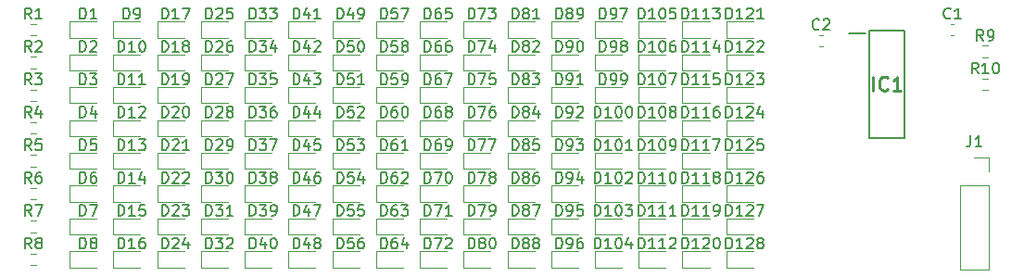
<source format=gbr>
%TF.GenerationSoftware,KiCad,Pcbnew,9.0.6*%
%TF.CreationDate,2025-12-12T10:33:16-06:00*%
%TF.ProjectId,led-pcb,6c65642d-7063-4622-9e6b-696361645f70,rev?*%
%TF.SameCoordinates,Original*%
%TF.FileFunction,Legend,Top*%
%TF.FilePolarity,Positive*%
%FSLAX46Y46*%
G04 Gerber Fmt 4.6, Leading zero omitted, Abs format (unit mm)*
G04 Created by KiCad (PCBNEW 9.0.6) date 2025-12-12 10:33:16*
%MOMM*%
%LPD*%
G01*
G04 APERTURE LIST*
%ADD10C,0.150000*%
%ADD11C,0.254000*%
%ADD12C,0.120000*%
%ADD13C,0.200000*%
G04 APERTURE END LIST*
D10*
X134785714Y-100024819D02*
X134785714Y-99024819D01*
X134785714Y-99024819D02*
X135023809Y-99024819D01*
X135023809Y-99024819D02*
X135166666Y-99072438D01*
X135166666Y-99072438D02*
X135261904Y-99167676D01*
X135261904Y-99167676D02*
X135309523Y-99262914D01*
X135309523Y-99262914D02*
X135357142Y-99453390D01*
X135357142Y-99453390D02*
X135357142Y-99596247D01*
X135357142Y-99596247D02*
X135309523Y-99786723D01*
X135309523Y-99786723D02*
X135261904Y-99881961D01*
X135261904Y-99881961D02*
X135166666Y-99977200D01*
X135166666Y-99977200D02*
X135023809Y-100024819D01*
X135023809Y-100024819D02*
X134785714Y-100024819D01*
X136214285Y-99024819D02*
X136023809Y-99024819D01*
X136023809Y-99024819D02*
X135928571Y-99072438D01*
X135928571Y-99072438D02*
X135880952Y-99120057D01*
X135880952Y-99120057D02*
X135785714Y-99262914D01*
X135785714Y-99262914D02*
X135738095Y-99453390D01*
X135738095Y-99453390D02*
X135738095Y-99834342D01*
X135738095Y-99834342D02*
X135785714Y-99929580D01*
X135785714Y-99929580D02*
X135833333Y-99977200D01*
X135833333Y-99977200D02*
X135928571Y-100024819D01*
X135928571Y-100024819D02*
X136119047Y-100024819D01*
X136119047Y-100024819D02*
X136214285Y-99977200D01*
X136214285Y-99977200D02*
X136261904Y-99929580D01*
X136261904Y-99929580D02*
X136309523Y-99834342D01*
X136309523Y-99834342D02*
X136309523Y-99596247D01*
X136309523Y-99596247D02*
X136261904Y-99501009D01*
X136261904Y-99501009D02*
X136214285Y-99453390D01*
X136214285Y-99453390D02*
X136119047Y-99405771D01*
X136119047Y-99405771D02*
X135928571Y-99405771D01*
X135928571Y-99405771D02*
X135833333Y-99453390D01*
X135833333Y-99453390D02*
X135785714Y-99501009D01*
X135785714Y-99501009D02*
X135738095Y-99596247D01*
X137214285Y-99024819D02*
X136738095Y-99024819D01*
X136738095Y-99024819D02*
X136690476Y-99501009D01*
X136690476Y-99501009D02*
X136738095Y-99453390D01*
X136738095Y-99453390D02*
X136833333Y-99405771D01*
X136833333Y-99405771D02*
X137071428Y-99405771D01*
X137071428Y-99405771D02*
X137166666Y-99453390D01*
X137166666Y-99453390D02*
X137214285Y-99501009D01*
X137214285Y-99501009D02*
X137261904Y-99596247D01*
X137261904Y-99596247D02*
X137261904Y-99834342D01*
X137261904Y-99834342D02*
X137214285Y-99929580D01*
X137214285Y-99929580D02*
X137166666Y-99977200D01*
X137166666Y-99977200D02*
X137071428Y-100024819D01*
X137071428Y-100024819D02*
X136833333Y-100024819D01*
X136833333Y-100024819D02*
X136738095Y-99977200D01*
X136738095Y-99977200D02*
X136690476Y-99929580D01*
X114785714Y-109024819D02*
X114785714Y-108024819D01*
X114785714Y-108024819D02*
X115023809Y-108024819D01*
X115023809Y-108024819D02*
X115166666Y-108072438D01*
X115166666Y-108072438D02*
X115261904Y-108167676D01*
X115261904Y-108167676D02*
X115309523Y-108262914D01*
X115309523Y-108262914D02*
X115357142Y-108453390D01*
X115357142Y-108453390D02*
X115357142Y-108596247D01*
X115357142Y-108596247D02*
X115309523Y-108786723D01*
X115309523Y-108786723D02*
X115261904Y-108881961D01*
X115261904Y-108881961D02*
X115166666Y-108977200D01*
X115166666Y-108977200D02*
X115023809Y-109024819D01*
X115023809Y-109024819D02*
X114785714Y-109024819D01*
X115738095Y-108120057D02*
X115785714Y-108072438D01*
X115785714Y-108072438D02*
X115880952Y-108024819D01*
X115880952Y-108024819D02*
X116119047Y-108024819D01*
X116119047Y-108024819D02*
X116214285Y-108072438D01*
X116214285Y-108072438D02*
X116261904Y-108120057D01*
X116261904Y-108120057D02*
X116309523Y-108215295D01*
X116309523Y-108215295D02*
X116309523Y-108310533D01*
X116309523Y-108310533D02*
X116261904Y-108453390D01*
X116261904Y-108453390D02*
X115690476Y-109024819D01*
X115690476Y-109024819D02*
X116309523Y-109024819D01*
X116880952Y-108453390D02*
X116785714Y-108405771D01*
X116785714Y-108405771D02*
X116738095Y-108358152D01*
X116738095Y-108358152D02*
X116690476Y-108262914D01*
X116690476Y-108262914D02*
X116690476Y-108215295D01*
X116690476Y-108215295D02*
X116738095Y-108120057D01*
X116738095Y-108120057D02*
X116785714Y-108072438D01*
X116785714Y-108072438D02*
X116880952Y-108024819D01*
X116880952Y-108024819D02*
X117071428Y-108024819D01*
X117071428Y-108024819D02*
X117166666Y-108072438D01*
X117166666Y-108072438D02*
X117214285Y-108120057D01*
X117214285Y-108120057D02*
X117261904Y-108215295D01*
X117261904Y-108215295D02*
X117261904Y-108262914D01*
X117261904Y-108262914D02*
X117214285Y-108358152D01*
X117214285Y-108358152D02*
X117166666Y-108405771D01*
X117166666Y-108405771D02*
X117071428Y-108453390D01*
X117071428Y-108453390D02*
X116880952Y-108453390D01*
X116880952Y-108453390D02*
X116785714Y-108501009D01*
X116785714Y-108501009D02*
X116738095Y-108548628D01*
X116738095Y-108548628D02*
X116690476Y-108643866D01*
X116690476Y-108643866D02*
X116690476Y-108834342D01*
X116690476Y-108834342D02*
X116738095Y-108929580D01*
X116738095Y-108929580D02*
X116785714Y-108977200D01*
X116785714Y-108977200D02*
X116880952Y-109024819D01*
X116880952Y-109024819D02*
X117071428Y-109024819D01*
X117071428Y-109024819D02*
X117166666Y-108977200D01*
X117166666Y-108977200D02*
X117214285Y-108929580D01*
X117214285Y-108929580D02*
X117261904Y-108834342D01*
X117261904Y-108834342D02*
X117261904Y-108643866D01*
X117261904Y-108643866D02*
X117214285Y-108548628D01*
X117214285Y-108548628D02*
X117166666Y-108501009D01*
X117166666Y-108501009D02*
X117071428Y-108453390D01*
X106785714Y-106024819D02*
X106785714Y-105024819D01*
X106785714Y-105024819D02*
X107023809Y-105024819D01*
X107023809Y-105024819D02*
X107166666Y-105072438D01*
X107166666Y-105072438D02*
X107261904Y-105167676D01*
X107261904Y-105167676D02*
X107309523Y-105262914D01*
X107309523Y-105262914D02*
X107357142Y-105453390D01*
X107357142Y-105453390D02*
X107357142Y-105596247D01*
X107357142Y-105596247D02*
X107309523Y-105786723D01*
X107309523Y-105786723D02*
X107261904Y-105881961D01*
X107261904Y-105881961D02*
X107166666Y-105977200D01*
X107166666Y-105977200D02*
X107023809Y-106024819D01*
X107023809Y-106024819D02*
X106785714Y-106024819D01*
X108309523Y-106024819D02*
X107738095Y-106024819D01*
X108023809Y-106024819D02*
X108023809Y-105024819D01*
X108023809Y-105024819D02*
X107928571Y-105167676D01*
X107928571Y-105167676D02*
X107833333Y-105262914D01*
X107833333Y-105262914D02*
X107738095Y-105310533D01*
X109261904Y-106024819D02*
X108690476Y-106024819D01*
X108976190Y-106024819D02*
X108976190Y-105024819D01*
X108976190Y-105024819D02*
X108880952Y-105167676D01*
X108880952Y-105167676D02*
X108785714Y-105262914D01*
X108785714Y-105262914D02*
X108690476Y-105310533D01*
X154309524Y-115024819D02*
X154309524Y-114024819D01*
X154309524Y-114024819D02*
X154547619Y-114024819D01*
X154547619Y-114024819D02*
X154690476Y-114072438D01*
X154690476Y-114072438D02*
X154785714Y-114167676D01*
X154785714Y-114167676D02*
X154833333Y-114262914D01*
X154833333Y-114262914D02*
X154880952Y-114453390D01*
X154880952Y-114453390D02*
X154880952Y-114596247D01*
X154880952Y-114596247D02*
X154833333Y-114786723D01*
X154833333Y-114786723D02*
X154785714Y-114881961D01*
X154785714Y-114881961D02*
X154690476Y-114977200D01*
X154690476Y-114977200D02*
X154547619Y-115024819D01*
X154547619Y-115024819D02*
X154309524Y-115024819D01*
X155833333Y-115024819D02*
X155261905Y-115024819D01*
X155547619Y-115024819D02*
X155547619Y-114024819D01*
X155547619Y-114024819D02*
X155452381Y-114167676D01*
X155452381Y-114167676D02*
X155357143Y-114262914D01*
X155357143Y-114262914D02*
X155261905Y-114310533D01*
X156785714Y-115024819D02*
X156214286Y-115024819D01*
X156500000Y-115024819D02*
X156500000Y-114024819D01*
X156500000Y-114024819D02*
X156404762Y-114167676D01*
X156404762Y-114167676D02*
X156309524Y-114262914D01*
X156309524Y-114262914D02*
X156214286Y-114310533D01*
X157404762Y-114024819D02*
X157500000Y-114024819D01*
X157500000Y-114024819D02*
X157595238Y-114072438D01*
X157595238Y-114072438D02*
X157642857Y-114120057D01*
X157642857Y-114120057D02*
X157690476Y-114215295D01*
X157690476Y-114215295D02*
X157738095Y-114405771D01*
X157738095Y-114405771D02*
X157738095Y-114643866D01*
X157738095Y-114643866D02*
X157690476Y-114834342D01*
X157690476Y-114834342D02*
X157642857Y-114929580D01*
X157642857Y-114929580D02*
X157595238Y-114977200D01*
X157595238Y-114977200D02*
X157500000Y-115024819D01*
X157500000Y-115024819D02*
X157404762Y-115024819D01*
X157404762Y-115024819D02*
X157309524Y-114977200D01*
X157309524Y-114977200D02*
X157261905Y-114929580D01*
X157261905Y-114929580D02*
X157214286Y-114834342D01*
X157214286Y-114834342D02*
X157166667Y-114643866D01*
X157166667Y-114643866D02*
X157166667Y-114405771D01*
X157166667Y-114405771D02*
X157214286Y-114215295D01*
X157214286Y-114215295D02*
X157261905Y-114120057D01*
X157261905Y-114120057D02*
X157309524Y-114072438D01*
X157309524Y-114072438D02*
X157404762Y-114024819D01*
X146785714Y-109024819D02*
X146785714Y-108024819D01*
X146785714Y-108024819D02*
X147023809Y-108024819D01*
X147023809Y-108024819D02*
X147166666Y-108072438D01*
X147166666Y-108072438D02*
X147261904Y-108167676D01*
X147261904Y-108167676D02*
X147309523Y-108262914D01*
X147309523Y-108262914D02*
X147357142Y-108453390D01*
X147357142Y-108453390D02*
X147357142Y-108596247D01*
X147357142Y-108596247D02*
X147309523Y-108786723D01*
X147309523Y-108786723D02*
X147261904Y-108881961D01*
X147261904Y-108881961D02*
X147166666Y-108977200D01*
X147166666Y-108977200D02*
X147023809Y-109024819D01*
X147023809Y-109024819D02*
X146785714Y-109024819D01*
X147833333Y-109024819D02*
X148023809Y-109024819D01*
X148023809Y-109024819D02*
X148119047Y-108977200D01*
X148119047Y-108977200D02*
X148166666Y-108929580D01*
X148166666Y-108929580D02*
X148261904Y-108786723D01*
X148261904Y-108786723D02*
X148309523Y-108596247D01*
X148309523Y-108596247D02*
X148309523Y-108215295D01*
X148309523Y-108215295D02*
X148261904Y-108120057D01*
X148261904Y-108120057D02*
X148214285Y-108072438D01*
X148214285Y-108072438D02*
X148119047Y-108024819D01*
X148119047Y-108024819D02*
X147928571Y-108024819D01*
X147928571Y-108024819D02*
X147833333Y-108072438D01*
X147833333Y-108072438D02*
X147785714Y-108120057D01*
X147785714Y-108120057D02*
X147738095Y-108215295D01*
X147738095Y-108215295D02*
X147738095Y-108453390D01*
X147738095Y-108453390D02*
X147785714Y-108548628D01*
X147785714Y-108548628D02*
X147833333Y-108596247D01*
X147833333Y-108596247D02*
X147928571Y-108643866D01*
X147928571Y-108643866D02*
X148119047Y-108643866D01*
X148119047Y-108643866D02*
X148214285Y-108596247D01*
X148214285Y-108596247D02*
X148261904Y-108548628D01*
X148261904Y-108548628D02*
X148309523Y-108453390D01*
X148690476Y-108120057D02*
X148738095Y-108072438D01*
X148738095Y-108072438D02*
X148833333Y-108024819D01*
X148833333Y-108024819D02*
X149071428Y-108024819D01*
X149071428Y-108024819D02*
X149166666Y-108072438D01*
X149166666Y-108072438D02*
X149214285Y-108120057D01*
X149214285Y-108120057D02*
X149261904Y-108215295D01*
X149261904Y-108215295D02*
X149261904Y-108310533D01*
X149261904Y-108310533D02*
X149214285Y-108453390D01*
X149214285Y-108453390D02*
X148642857Y-109024819D01*
X148642857Y-109024819D02*
X149261904Y-109024819D01*
X126785714Y-103024819D02*
X126785714Y-102024819D01*
X126785714Y-102024819D02*
X127023809Y-102024819D01*
X127023809Y-102024819D02*
X127166666Y-102072438D01*
X127166666Y-102072438D02*
X127261904Y-102167676D01*
X127261904Y-102167676D02*
X127309523Y-102262914D01*
X127309523Y-102262914D02*
X127357142Y-102453390D01*
X127357142Y-102453390D02*
X127357142Y-102596247D01*
X127357142Y-102596247D02*
X127309523Y-102786723D01*
X127309523Y-102786723D02*
X127261904Y-102881961D01*
X127261904Y-102881961D02*
X127166666Y-102977200D01*
X127166666Y-102977200D02*
X127023809Y-103024819D01*
X127023809Y-103024819D02*
X126785714Y-103024819D01*
X128261904Y-102024819D02*
X127785714Y-102024819D01*
X127785714Y-102024819D02*
X127738095Y-102501009D01*
X127738095Y-102501009D02*
X127785714Y-102453390D01*
X127785714Y-102453390D02*
X127880952Y-102405771D01*
X127880952Y-102405771D02*
X128119047Y-102405771D01*
X128119047Y-102405771D02*
X128214285Y-102453390D01*
X128214285Y-102453390D02*
X128261904Y-102501009D01*
X128261904Y-102501009D02*
X128309523Y-102596247D01*
X128309523Y-102596247D02*
X128309523Y-102834342D01*
X128309523Y-102834342D02*
X128261904Y-102929580D01*
X128261904Y-102929580D02*
X128214285Y-102977200D01*
X128214285Y-102977200D02*
X128119047Y-103024819D01*
X128119047Y-103024819D02*
X127880952Y-103024819D01*
X127880952Y-103024819D02*
X127785714Y-102977200D01*
X127785714Y-102977200D02*
X127738095Y-102929580D01*
X128928571Y-102024819D02*
X129023809Y-102024819D01*
X129023809Y-102024819D02*
X129119047Y-102072438D01*
X129119047Y-102072438D02*
X129166666Y-102120057D01*
X129166666Y-102120057D02*
X129214285Y-102215295D01*
X129214285Y-102215295D02*
X129261904Y-102405771D01*
X129261904Y-102405771D02*
X129261904Y-102643866D01*
X129261904Y-102643866D02*
X129214285Y-102834342D01*
X129214285Y-102834342D02*
X129166666Y-102929580D01*
X129166666Y-102929580D02*
X129119047Y-102977200D01*
X129119047Y-102977200D02*
X129023809Y-103024819D01*
X129023809Y-103024819D02*
X128928571Y-103024819D01*
X128928571Y-103024819D02*
X128833333Y-102977200D01*
X128833333Y-102977200D02*
X128785714Y-102929580D01*
X128785714Y-102929580D02*
X128738095Y-102834342D01*
X128738095Y-102834342D02*
X128690476Y-102643866D01*
X128690476Y-102643866D02*
X128690476Y-102405771D01*
X128690476Y-102405771D02*
X128738095Y-102215295D01*
X128738095Y-102215295D02*
X128785714Y-102120057D01*
X128785714Y-102120057D02*
X128833333Y-102072438D01*
X128833333Y-102072438D02*
X128928571Y-102024819D01*
X106785714Y-103024819D02*
X106785714Y-102024819D01*
X106785714Y-102024819D02*
X107023809Y-102024819D01*
X107023809Y-102024819D02*
X107166666Y-102072438D01*
X107166666Y-102072438D02*
X107261904Y-102167676D01*
X107261904Y-102167676D02*
X107309523Y-102262914D01*
X107309523Y-102262914D02*
X107357142Y-102453390D01*
X107357142Y-102453390D02*
X107357142Y-102596247D01*
X107357142Y-102596247D02*
X107309523Y-102786723D01*
X107309523Y-102786723D02*
X107261904Y-102881961D01*
X107261904Y-102881961D02*
X107166666Y-102977200D01*
X107166666Y-102977200D02*
X107023809Y-103024819D01*
X107023809Y-103024819D02*
X106785714Y-103024819D01*
X108309523Y-103024819D02*
X107738095Y-103024819D01*
X108023809Y-103024819D02*
X108023809Y-102024819D01*
X108023809Y-102024819D02*
X107928571Y-102167676D01*
X107928571Y-102167676D02*
X107833333Y-102262914D01*
X107833333Y-102262914D02*
X107738095Y-102310533D01*
X108928571Y-102024819D02*
X109023809Y-102024819D01*
X109023809Y-102024819D02*
X109119047Y-102072438D01*
X109119047Y-102072438D02*
X109166666Y-102120057D01*
X109166666Y-102120057D02*
X109214285Y-102215295D01*
X109214285Y-102215295D02*
X109261904Y-102405771D01*
X109261904Y-102405771D02*
X109261904Y-102643866D01*
X109261904Y-102643866D02*
X109214285Y-102834342D01*
X109214285Y-102834342D02*
X109166666Y-102929580D01*
X109166666Y-102929580D02*
X109119047Y-102977200D01*
X109119047Y-102977200D02*
X109023809Y-103024819D01*
X109023809Y-103024819D02*
X108928571Y-103024819D01*
X108928571Y-103024819D02*
X108833333Y-102977200D01*
X108833333Y-102977200D02*
X108785714Y-102929580D01*
X108785714Y-102929580D02*
X108738095Y-102834342D01*
X108738095Y-102834342D02*
X108690476Y-102643866D01*
X108690476Y-102643866D02*
X108690476Y-102405771D01*
X108690476Y-102405771D02*
X108738095Y-102215295D01*
X108738095Y-102215295D02*
X108785714Y-102120057D01*
X108785714Y-102120057D02*
X108833333Y-102072438D01*
X108833333Y-102072438D02*
X108928571Y-102024819D01*
X146785714Y-106024819D02*
X146785714Y-105024819D01*
X146785714Y-105024819D02*
X147023809Y-105024819D01*
X147023809Y-105024819D02*
X147166666Y-105072438D01*
X147166666Y-105072438D02*
X147261904Y-105167676D01*
X147261904Y-105167676D02*
X147309523Y-105262914D01*
X147309523Y-105262914D02*
X147357142Y-105453390D01*
X147357142Y-105453390D02*
X147357142Y-105596247D01*
X147357142Y-105596247D02*
X147309523Y-105786723D01*
X147309523Y-105786723D02*
X147261904Y-105881961D01*
X147261904Y-105881961D02*
X147166666Y-105977200D01*
X147166666Y-105977200D02*
X147023809Y-106024819D01*
X147023809Y-106024819D02*
X146785714Y-106024819D01*
X147833333Y-106024819D02*
X148023809Y-106024819D01*
X148023809Y-106024819D02*
X148119047Y-105977200D01*
X148119047Y-105977200D02*
X148166666Y-105929580D01*
X148166666Y-105929580D02*
X148261904Y-105786723D01*
X148261904Y-105786723D02*
X148309523Y-105596247D01*
X148309523Y-105596247D02*
X148309523Y-105215295D01*
X148309523Y-105215295D02*
X148261904Y-105120057D01*
X148261904Y-105120057D02*
X148214285Y-105072438D01*
X148214285Y-105072438D02*
X148119047Y-105024819D01*
X148119047Y-105024819D02*
X147928571Y-105024819D01*
X147928571Y-105024819D02*
X147833333Y-105072438D01*
X147833333Y-105072438D02*
X147785714Y-105120057D01*
X147785714Y-105120057D02*
X147738095Y-105215295D01*
X147738095Y-105215295D02*
X147738095Y-105453390D01*
X147738095Y-105453390D02*
X147785714Y-105548628D01*
X147785714Y-105548628D02*
X147833333Y-105596247D01*
X147833333Y-105596247D02*
X147928571Y-105643866D01*
X147928571Y-105643866D02*
X148119047Y-105643866D01*
X148119047Y-105643866D02*
X148214285Y-105596247D01*
X148214285Y-105596247D02*
X148261904Y-105548628D01*
X148261904Y-105548628D02*
X148309523Y-105453390D01*
X149261904Y-106024819D02*
X148690476Y-106024819D01*
X148976190Y-106024819D02*
X148976190Y-105024819D01*
X148976190Y-105024819D02*
X148880952Y-105167676D01*
X148880952Y-105167676D02*
X148785714Y-105262914D01*
X148785714Y-105262914D02*
X148690476Y-105310533D01*
X154309524Y-100024819D02*
X154309524Y-99024819D01*
X154309524Y-99024819D02*
X154547619Y-99024819D01*
X154547619Y-99024819D02*
X154690476Y-99072438D01*
X154690476Y-99072438D02*
X154785714Y-99167676D01*
X154785714Y-99167676D02*
X154833333Y-99262914D01*
X154833333Y-99262914D02*
X154880952Y-99453390D01*
X154880952Y-99453390D02*
X154880952Y-99596247D01*
X154880952Y-99596247D02*
X154833333Y-99786723D01*
X154833333Y-99786723D02*
X154785714Y-99881961D01*
X154785714Y-99881961D02*
X154690476Y-99977200D01*
X154690476Y-99977200D02*
X154547619Y-100024819D01*
X154547619Y-100024819D02*
X154309524Y-100024819D01*
X155833333Y-100024819D02*
X155261905Y-100024819D01*
X155547619Y-100024819D02*
X155547619Y-99024819D01*
X155547619Y-99024819D02*
X155452381Y-99167676D01*
X155452381Y-99167676D02*
X155357143Y-99262914D01*
X155357143Y-99262914D02*
X155261905Y-99310533D01*
X156452381Y-99024819D02*
X156547619Y-99024819D01*
X156547619Y-99024819D02*
X156642857Y-99072438D01*
X156642857Y-99072438D02*
X156690476Y-99120057D01*
X156690476Y-99120057D02*
X156738095Y-99215295D01*
X156738095Y-99215295D02*
X156785714Y-99405771D01*
X156785714Y-99405771D02*
X156785714Y-99643866D01*
X156785714Y-99643866D02*
X156738095Y-99834342D01*
X156738095Y-99834342D02*
X156690476Y-99929580D01*
X156690476Y-99929580D02*
X156642857Y-99977200D01*
X156642857Y-99977200D02*
X156547619Y-100024819D01*
X156547619Y-100024819D02*
X156452381Y-100024819D01*
X156452381Y-100024819D02*
X156357143Y-99977200D01*
X156357143Y-99977200D02*
X156309524Y-99929580D01*
X156309524Y-99929580D02*
X156261905Y-99834342D01*
X156261905Y-99834342D02*
X156214286Y-99643866D01*
X156214286Y-99643866D02*
X156214286Y-99405771D01*
X156214286Y-99405771D02*
X156261905Y-99215295D01*
X156261905Y-99215295D02*
X156309524Y-99120057D01*
X156309524Y-99120057D02*
X156357143Y-99072438D01*
X156357143Y-99072438D02*
X156452381Y-99024819D01*
X157690476Y-99024819D02*
X157214286Y-99024819D01*
X157214286Y-99024819D02*
X157166667Y-99501009D01*
X157166667Y-99501009D02*
X157214286Y-99453390D01*
X157214286Y-99453390D02*
X157309524Y-99405771D01*
X157309524Y-99405771D02*
X157547619Y-99405771D01*
X157547619Y-99405771D02*
X157642857Y-99453390D01*
X157642857Y-99453390D02*
X157690476Y-99501009D01*
X157690476Y-99501009D02*
X157738095Y-99596247D01*
X157738095Y-99596247D02*
X157738095Y-99834342D01*
X157738095Y-99834342D02*
X157690476Y-99929580D01*
X157690476Y-99929580D02*
X157642857Y-99977200D01*
X157642857Y-99977200D02*
X157547619Y-100024819D01*
X157547619Y-100024819D02*
X157309524Y-100024819D01*
X157309524Y-100024819D02*
X157214286Y-99977200D01*
X157214286Y-99977200D02*
X157166667Y-99929580D01*
X138785714Y-100024819D02*
X138785714Y-99024819D01*
X138785714Y-99024819D02*
X139023809Y-99024819D01*
X139023809Y-99024819D02*
X139166666Y-99072438D01*
X139166666Y-99072438D02*
X139261904Y-99167676D01*
X139261904Y-99167676D02*
X139309523Y-99262914D01*
X139309523Y-99262914D02*
X139357142Y-99453390D01*
X139357142Y-99453390D02*
X139357142Y-99596247D01*
X139357142Y-99596247D02*
X139309523Y-99786723D01*
X139309523Y-99786723D02*
X139261904Y-99881961D01*
X139261904Y-99881961D02*
X139166666Y-99977200D01*
X139166666Y-99977200D02*
X139023809Y-100024819D01*
X139023809Y-100024819D02*
X138785714Y-100024819D01*
X139690476Y-99024819D02*
X140357142Y-99024819D01*
X140357142Y-99024819D02*
X139928571Y-100024819D01*
X140642857Y-99024819D02*
X141261904Y-99024819D01*
X141261904Y-99024819D02*
X140928571Y-99405771D01*
X140928571Y-99405771D02*
X141071428Y-99405771D01*
X141071428Y-99405771D02*
X141166666Y-99453390D01*
X141166666Y-99453390D02*
X141214285Y-99501009D01*
X141214285Y-99501009D02*
X141261904Y-99596247D01*
X141261904Y-99596247D02*
X141261904Y-99834342D01*
X141261904Y-99834342D02*
X141214285Y-99929580D01*
X141214285Y-99929580D02*
X141166666Y-99977200D01*
X141166666Y-99977200D02*
X141071428Y-100024819D01*
X141071428Y-100024819D02*
X140785714Y-100024819D01*
X140785714Y-100024819D02*
X140690476Y-99977200D01*
X140690476Y-99977200D02*
X140642857Y-99929580D01*
X98858333Y-103024819D02*
X98525000Y-102548628D01*
X98286905Y-103024819D02*
X98286905Y-102024819D01*
X98286905Y-102024819D02*
X98667857Y-102024819D01*
X98667857Y-102024819D02*
X98763095Y-102072438D01*
X98763095Y-102072438D02*
X98810714Y-102120057D01*
X98810714Y-102120057D02*
X98858333Y-102215295D01*
X98858333Y-102215295D02*
X98858333Y-102358152D01*
X98858333Y-102358152D02*
X98810714Y-102453390D01*
X98810714Y-102453390D02*
X98763095Y-102501009D01*
X98763095Y-102501009D02*
X98667857Y-102548628D01*
X98667857Y-102548628D02*
X98286905Y-102548628D01*
X99239286Y-102120057D02*
X99286905Y-102072438D01*
X99286905Y-102072438D02*
X99382143Y-102024819D01*
X99382143Y-102024819D02*
X99620238Y-102024819D01*
X99620238Y-102024819D02*
X99715476Y-102072438D01*
X99715476Y-102072438D02*
X99763095Y-102120057D01*
X99763095Y-102120057D02*
X99810714Y-102215295D01*
X99810714Y-102215295D02*
X99810714Y-102310533D01*
X99810714Y-102310533D02*
X99763095Y-102453390D01*
X99763095Y-102453390D02*
X99191667Y-103024819D01*
X99191667Y-103024819D02*
X99810714Y-103024819D01*
X118785714Y-118024819D02*
X118785714Y-117024819D01*
X118785714Y-117024819D02*
X119023809Y-117024819D01*
X119023809Y-117024819D02*
X119166666Y-117072438D01*
X119166666Y-117072438D02*
X119261904Y-117167676D01*
X119261904Y-117167676D02*
X119309523Y-117262914D01*
X119309523Y-117262914D02*
X119357142Y-117453390D01*
X119357142Y-117453390D02*
X119357142Y-117596247D01*
X119357142Y-117596247D02*
X119309523Y-117786723D01*
X119309523Y-117786723D02*
X119261904Y-117881961D01*
X119261904Y-117881961D02*
X119166666Y-117977200D01*
X119166666Y-117977200D02*
X119023809Y-118024819D01*
X119023809Y-118024819D02*
X118785714Y-118024819D01*
X119690476Y-117024819D02*
X120309523Y-117024819D01*
X120309523Y-117024819D02*
X119976190Y-117405771D01*
X119976190Y-117405771D02*
X120119047Y-117405771D01*
X120119047Y-117405771D02*
X120214285Y-117453390D01*
X120214285Y-117453390D02*
X120261904Y-117501009D01*
X120261904Y-117501009D02*
X120309523Y-117596247D01*
X120309523Y-117596247D02*
X120309523Y-117834342D01*
X120309523Y-117834342D02*
X120261904Y-117929580D01*
X120261904Y-117929580D02*
X120214285Y-117977200D01*
X120214285Y-117977200D02*
X120119047Y-118024819D01*
X120119047Y-118024819D02*
X119833333Y-118024819D01*
X119833333Y-118024819D02*
X119738095Y-117977200D01*
X119738095Y-117977200D02*
X119690476Y-117929580D01*
X120785714Y-118024819D02*
X120976190Y-118024819D01*
X120976190Y-118024819D02*
X121071428Y-117977200D01*
X121071428Y-117977200D02*
X121119047Y-117929580D01*
X121119047Y-117929580D02*
X121214285Y-117786723D01*
X121214285Y-117786723D02*
X121261904Y-117596247D01*
X121261904Y-117596247D02*
X121261904Y-117215295D01*
X121261904Y-117215295D02*
X121214285Y-117120057D01*
X121214285Y-117120057D02*
X121166666Y-117072438D01*
X121166666Y-117072438D02*
X121071428Y-117024819D01*
X121071428Y-117024819D02*
X120880952Y-117024819D01*
X120880952Y-117024819D02*
X120785714Y-117072438D01*
X120785714Y-117072438D02*
X120738095Y-117120057D01*
X120738095Y-117120057D02*
X120690476Y-117215295D01*
X120690476Y-117215295D02*
X120690476Y-117453390D01*
X120690476Y-117453390D02*
X120738095Y-117548628D01*
X120738095Y-117548628D02*
X120785714Y-117596247D01*
X120785714Y-117596247D02*
X120880952Y-117643866D01*
X120880952Y-117643866D02*
X121071428Y-117643866D01*
X121071428Y-117643866D02*
X121166666Y-117596247D01*
X121166666Y-117596247D02*
X121214285Y-117548628D01*
X121214285Y-117548628D02*
X121261904Y-117453390D01*
X126785714Y-121024819D02*
X126785714Y-120024819D01*
X126785714Y-120024819D02*
X127023809Y-120024819D01*
X127023809Y-120024819D02*
X127166666Y-120072438D01*
X127166666Y-120072438D02*
X127261904Y-120167676D01*
X127261904Y-120167676D02*
X127309523Y-120262914D01*
X127309523Y-120262914D02*
X127357142Y-120453390D01*
X127357142Y-120453390D02*
X127357142Y-120596247D01*
X127357142Y-120596247D02*
X127309523Y-120786723D01*
X127309523Y-120786723D02*
X127261904Y-120881961D01*
X127261904Y-120881961D02*
X127166666Y-120977200D01*
X127166666Y-120977200D02*
X127023809Y-121024819D01*
X127023809Y-121024819D02*
X126785714Y-121024819D01*
X128261904Y-120024819D02*
X127785714Y-120024819D01*
X127785714Y-120024819D02*
X127738095Y-120501009D01*
X127738095Y-120501009D02*
X127785714Y-120453390D01*
X127785714Y-120453390D02*
X127880952Y-120405771D01*
X127880952Y-120405771D02*
X128119047Y-120405771D01*
X128119047Y-120405771D02*
X128214285Y-120453390D01*
X128214285Y-120453390D02*
X128261904Y-120501009D01*
X128261904Y-120501009D02*
X128309523Y-120596247D01*
X128309523Y-120596247D02*
X128309523Y-120834342D01*
X128309523Y-120834342D02*
X128261904Y-120929580D01*
X128261904Y-120929580D02*
X128214285Y-120977200D01*
X128214285Y-120977200D02*
X128119047Y-121024819D01*
X128119047Y-121024819D02*
X127880952Y-121024819D01*
X127880952Y-121024819D02*
X127785714Y-120977200D01*
X127785714Y-120977200D02*
X127738095Y-120929580D01*
X129166666Y-120024819D02*
X128976190Y-120024819D01*
X128976190Y-120024819D02*
X128880952Y-120072438D01*
X128880952Y-120072438D02*
X128833333Y-120120057D01*
X128833333Y-120120057D02*
X128738095Y-120262914D01*
X128738095Y-120262914D02*
X128690476Y-120453390D01*
X128690476Y-120453390D02*
X128690476Y-120834342D01*
X128690476Y-120834342D02*
X128738095Y-120929580D01*
X128738095Y-120929580D02*
X128785714Y-120977200D01*
X128785714Y-120977200D02*
X128880952Y-121024819D01*
X128880952Y-121024819D02*
X129071428Y-121024819D01*
X129071428Y-121024819D02*
X129166666Y-120977200D01*
X129166666Y-120977200D02*
X129214285Y-120929580D01*
X129214285Y-120929580D02*
X129261904Y-120834342D01*
X129261904Y-120834342D02*
X129261904Y-120596247D01*
X129261904Y-120596247D02*
X129214285Y-120501009D01*
X129214285Y-120501009D02*
X129166666Y-120453390D01*
X129166666Y-120453390D02*
X129071428Y-120405771D01*
X129071428Y-120405771D02*
X128880952Y-120405771D01*
X128880952Y-120405771D02*
X128785714Y-120453390D01*
X128785714Y-120453390D02*
X128738095Y-120501009D01*
X128738095Y-120501009D02*
X128690476Y-120596247D01*
X107261905Y-100024819D02*
X107261905Y-99024819D01*
X107261905Y-99024819D02*
X107500000Y-99024819D01*
X107500000Y-99024819D02*
X107642857Y-99072438D01*
X107642857Y-99072438D02*
X107738095Y-99167676D01*
X107738095Y-99167676D02*
X107785714Y-99262914D01*
X107785714Y-99262914D02*
X107833333Y-99453390D01*
X107833333Y-99453390D02*
X107833333Y-99596247D01*
X107833333Y-99596247D02*
X107785714Y-99786723D01*
X107785714Y-99786723D02*
X107738095Y-99881961D01*
X107738095Y-99881961D02*
X107642857Y-99977200D01*
X107642857Y-99977200D02*
X107500000Y-100024819D01*
X107500000Y-100024819D02*
X107261905Y-100024819D01*
X108309524Y-100024819D02*
X108500000Y-100024819D01*
X108500000Y-100024819D02*
X108595238Y-99977200D01*
X108595238Y-99977200D02*
X108642857Y-99929580D01*
X108642857Y-99929580D02*
X108738095Y-99786723D01*
X108738095Y-99786723D02*
X108785714Y-99596247D01*
X108785714Y-99596247D02*
X108785714Y-99215295D01*
X108785714Y-99215295D02*
X108738095Y-99120057D01*
X108738095Y-99120057D02*
X108690476Y-99072438D01*
X108690476Y-99072438D02*
X108595238Y-99024819D01*
X108595238Y-99024819D02*
X108404762Y-99024819D01*
X108404762Y-99024819D02*
X108309524Y-99072438D01*
X108309524Y-99072438D02*
X108261905Y-99120057D01*
X108261905Y-99120057D02*
X108214286Y-99215295D01*
X108214286Y-99215295D02*
X108214286Y-99453390D01*
X108214286Y-99453390D02*
X108261905Y-99548628D01*
X108261905Y-99548628D02*
X108309524Y-99596247D01*
X108309524Y-99596247D02*
X108404762Y-99643866D01*
X108404762Y-99643866D02*
X108595238Y-99643866D01*
X108595238Y-99643866D02*
X108690476Y-99596247D01*
X108690476Y-99596247D02*
X108738095Y-99548628D01*
X108738095Y-99548628D02*
X108785714Y-99453390D01*
X122785714Y-103024819D02*
X122785714Y-102024819D01*
X122785714Y-102024819D02*
X123023809Y-102024819D01*
X123023809Y-102024819D02*
X123166666Y-102072438D01*
X123166666Y-102072438D02*
X123261904Y-102167676D01*
X123261904Y-102167676D02*
X123309523Y-102262914D01*
X123309523Y-102262914D02*
X123357142Y-102453390D01*
X123357142Y-102453390D02*
X123357142Y-102596247D01*
X123357142Y-102596247D02*
X123309523Y-102786723D01*
X123309523Y-102786723D02*
X123261904Y-102881961D01*
X123261904Y-102881961D02*
X123166666Y-102977200D01*
X123166666Y-102977200D02*
X123023809Y-103024819D01*
X123023809Y-103024819D02*
X122785714Y-103024819D01*
X124214285Y-102358152D02*
X124214285Y-103024819D01*
X123976190Y-101977200D02*
X123738095Y-102691485D01*
X123738095Y-102691485D02*
X124357142Y-102691485D01*
X124690476Y-102120057D02*
X124738095Y-102072438D01*
X124738095Y-102072438D02*
X124833333Y-102024819D01*
X124833333Y-102024819D02*
X125071428Y-102024819D01*
X125071428Y-102024819D02*
X125166666Y-102072438D01*
X125166666Y-102072438D02*
X125214285Y-102120057D01*
X125214285Y-102120057D02*
X125261904Y-102215295D01*
X125261904Y-102215295D02*
X125261904Y-102310533D01*
X125261904Y-102310533D02*
X125214285Y-102453390D01*
X125214285Y-102453390D02*
X124642857Y-103024819D01*
X124642857Y-103024819D02*
X125261904Y-103024819D01*
X122785714Y-112024819D02*
X122785714Y-111024819D01*
X122785714Y-111024819D02*
X123023809Y-111024819D01*
X123023809Y-111024819D02*
X123166666Y-111072438D01*
X123166666Y-111072438D02*
X123261904Y-111167676D01*
X123261904Y-111167676D02*
X123309523Y-111262914D01*
X123309523Y-111262914D02*
X123357142Y-111453390D01*
X123357142Y-111453390D02*
X123357142Y-111596247D01*
X123357142Y-111596247D02*
X123309523Y-111786723D01*
X123309523Y-111786723D02*
X123261904Y-111881961D01*
X123261904Y-111881961D02*
X123166666Y-111977200D01*
X123166666Y-111977200D02*
X123023809Y-112024819D01*
X123023809Y-112024819D02*
X122785714Y-112024819D01*
X124214285Y-111358152D02*
X124214285Y-112024819D01*
X123976190Y-110977200D02*
X123738095Y-111691485D01*
X123738095Y-111691485D02*
X124357142Y-111691485D01*
X125214285Y-111024819D02*
X124738095Y-111024819D01*
X124738095Y-111024819D02*
X124690476Y-111501009D01*
X124690476Y-111501009D02*
X124738095Y-111453390D01*
X124738095Y-111453390D02*
X124833333Y-111405771D01*
X124833333Y-111405771D02*
X125071428Y-111405771D01*
X125071428Y-111405771D02*
X125166666Y-111453390D01*
X125166666Y-111453390D02*
X125214285Y-111501009D01*
X125214285Y-111501009D02*
X125261904Y-111596247D01*
X125261904Y-111596247D02*
X125261904Y-111834342D01*
X125261904Y-111834342D02*
X125214285Y-111929580D01*
X125214285Y-111929580D02*
X125166666Y-111977200D01*
X125166666Y-111977200D02*
X125071428Y-112024819D01*
X125071428Y-112024819D02*
X124833333Y-112024819D01*
X124833333Y-112024819D02*
X124738095Y-111977200D01*
X124738095Y-111977200D02*
X124690476Y-111929580D01*
X130785714Y-112024819D02*
X130785714Y-111024819D01*
X130785714Y-111024819D02*
X131023809Y-111024819D01*
X131023809Y-111024819D02*
X131166666Y-111072438D01*
X131166666Y-111072438D02*
X131261904Y-111167676D01*
X131261904Y-111167676D02*
X131309523Y-111262914D01*
X131309523Y-111262914D02*
X131357142Y-111453390D01*
X131357142Y-111453390D02*
X131357142Y-111596247D01*
X131357142Y-111596247D02*
X131309523Y-111786723D01*
X131309523Y-111786723D02*
X131261904Y-111881961D01*
X131261904Y-111881961D02*
X131166666Y-111977200D01*
X131166666Y-111977200D02*
X131023809Y-112024819D01*
X131023809Y-112024819D02*
X130785714Y-112024819D01*
X132214285Y-111024819D02*
X132023809Y-111024819D01*
X132023809Y-111024819D02*
X131928571Y-111072438D01*
X131928571Y-111072438D02*
X131880952Y-111120057D01*
X131880952Y-111120057D02*
X131785714Y-111262914D01*
X131785714Y-111262914D02*
X131738095Y-111453390D01*
X131738095Y-111453390D02*
X131738095Y-111834342D01*
X131738095Y-111834342D02*
X131785714Y-111929580D01*
X131785714Y-111929580D02*
X131833333Y-111977200D01*
X131833333Y-111977200D02*
X131928571Y-112024819D01*
X131928571Y-112024819D02*
X132119047Y-112024819D01*
X132119047Y-112024819D02*
X132214285Y-111977200D01*
X132214285Y-111977200D02*
X132261904Y-111929580D01*
X132261904Y-111929580D02*
X132309523Y-111834342D01*
X132309523Y-111834342D02*
X132309523Y-111596247D01*
X132309523Y-111596247D02*
X132261904Y-111501009D01*
X132261904Y-111501009D02*
X132214285Y-111453390D01*
X132214285Y-111453390D02*
X132119047Y-111405771D01*
X132119047Y-111405771D02*
X131928571Y-111405771D01*
X131928571Y-111405771D02*
X131833333Y-111453390D01*
X131833333Y-111453390D02*
X131785714Y-111501009D01*
X131785714Y-111501009D02*
X131738095Y-111596247D01*
X133261904Y-112024819D02*
X132690476Y-112024819D01*
X132976190Y-112024819D02*
X132976190Y-111024819D01*
X132976190Y-111024819D02*
X132880952Y-111167676D01*
X132880952Y-111167676D02*
X132785714Y-111262914D01*
X132785714Y-111262914D02*
X132690476Y-111310533D01*
X98858333Y-118024819D02*
X98525000Y-117548628D01*
X98286905Y-118024819D02*
X98286905Y-117024819D01*
X98286905Y-117024819D02*
X98667857Y-117024819D01*
X98667857Y-117024819D02*
X98763095Y-117072438D01*
X98763095Y-117072438D02*
X98810714Y-117120057D01*
X98810714Y-117120057D02*
X98858333Y-117215295D01*
X98858333Y-117215295D02*
X98858333Y-117358152D01*
X98858333Y-117358152D02*
X98810714Y-117453390D01*
X98810714Y-117453390D02*
X98763095Y-117501009D01*
X98763095Y-117501009D02*
X98667857Y-117548628D01*
X98667857Y-117548628D02*
X98286905Y-117548628D01*
X99191667Y-117024819D02*
X99858333Y-117024819D01*
X99858333Y-117024819D02*
X99429762Y-118024819D01*
X184666666Y-110684819D02*
X184666666Y-111399104D01*
X184666666Y-111399104D02*
X184619047Y-111541961D01*
X184619047Y-111541961D02*
X184523809Y-111637200D01*
X184523809Y-111637200D02*
X184380952Y-111684819D01*
X184380952Y-111684819D02*
X184285714Y-111684819D01*
X185666666Y-111684819D02*
X185095238Y-111684819D01*
X185380952Y-111684819D02*
X185380952Y-110684819D01*
X185380952Y-110684819D02*
X185285714Y-110827676D01*
X185285714Y-110827676D02*
X185190476Y-110922914D01*
X185190476Y-110922914D02*
X185095238Y-110970533D01*
X150309524Y-109024819D02*
X150309524Y-108024819D01*
X150309524Y-108024819D02*
X150547619Y-108024819D01*
X150547619Y-108024819D02*
X150690476Y-108072438D01*
X150690476Y-108072438D02*
X150785714Y-108167676D01*
X150785714Y-108167676D02*
X150833333Y-108262914D01*
X150833333Y-108262914D02*
X150880952Y-108453390D01*
X150880952Y-108453390D02*
X150880952Y-108596247D01*
X150880952Y-108596247D02*
X150833333Y-108786723D01*
X150833333Y-108786723D02*
X150785714Y-108881961D01*
X150785714Y-108881961D02*
X150690476Y-108977200D01*
X150690476Y-108977200D02*
X150547619Y-109024819D01*
X150547619Y-109024819D02*
X150309524Y-109024819D01*
X151833333Y-109024819D02*
X151261905Y-109024819D01*
X151547619Y-109024819D02*
X151547619Y-108024819D01*
X151547619Y-108024819D02*
X151452381Y-108167676D01*
X151452381Y-108167676D02*
X151357143Y-108262914D01*
X151357143Y-108262914D02*
X151261905Y-108310533D01*
X152452381Y-108024819D02*
X152547619Y-108024819D01*
X152547619Y-108024819D02*
X152642857Y-108072438D01*
X152642857Y-108072438D02*
X152690476Y-108120057D01*
X152690476Y-108120057D02*
X152738095Y-108215295D01*
X152738095Y-108215295D02*
X152785714Y-108405771D01*
X152785714Y-108405771D02*
X152785714Y-108643866D01*
X152785714Y-108643866D02*
X152738095Y-108834342D01*
X152738095Y-108834342D02*
X152690476Y-108929580D01*
X152690476Y-108929580D02*
X152642857Y-108977200D01*
X152642857Y-108977200D02*
X152547619Y-109024819D01*
X152547619Y-109024819D02*
X152452381Y-109024819D01*
X152452381Y-109024819D02*
X152357143Y-108977200D01*
X152357143Y-108977200D02*
X152309524Y-108929580D01*
X152309524Y-108929580D02*
X152261905Y-108834342D01*
X152261905Y-108834342D02*
X152214286Y-108643866D01*
X152214286Y-108643866D02*
X152214286Y-108405771D01*
X152214286Y-108405771D02*
X152261905Y-108215295D01*
X152261905Y-108215295D02*
X152309524Y-108120057D01*
X152309524Y-108120057D02*
X152357143Y-108072438D01*
X152357143Y-108072438D02*
X152452381Y-108024819D01*
X153404762Y-108024819D02*
X153500000Y-108024819D01*
X153500000Y-108024819D02*
X153595238Y-108072438D01*
X153595238Y-108072438D02*
X153642857Y-108120057D01*
X153642857Y-108120057D02*
X153690476Y-108215295D01*
X153690476Y-108215295D02*
X153738095Y-108405771D01*
X153738095Y-108405771D02*
X153738095Y-108643866D01*
X153738095Y-108643866D02*
X153690476Y-108834342D01*
X153690476Y-108834342D02*
X153642857Y-108929580D01*
X153642857Y-108929580D02*
X153595238Y-108977200D01*
X153595238Y-108977200D02*
X153500000Y-109024819D01*
X153500000Y-109024819D02*
X153404762Y-109024819D01*
X153404762Y-109024819D02*
X153309524Y-108977200D01*
X153309524Y-108977200D02*
X153261905Y-108929580D01*
X153261905Y-108929580D02*
X153214286Y-108834342D01*
X153214286Y-108834342D02*
X153166667Y-108643866D01*
X153166667Y-108643866D02*
X153166667Y-108405771D01*
X153166667Y-108405771D02*
X153214286Y-108215295D01*
X153214286Y-108215295D02*
X153261905Y-108120057D01*
X153261905Y-108120057D02*
X153309524Y-108072438D01*
X153309524Y-108072438D02*
X153404762Y-108024819D01*
X98858333Y-109024819D02*
X98525000Y-108548628D01*
X98286905Y-109024819D02*
X98286905Y-108024819D01*
X98286905Y-108024819D02*
X98667857Y-108024819D01*
X98667857Y-108024819D02*
X98763095Y-108072438D01*
X98763095Y-108072438D02*
X98810714Y-108120057D01*
X98810714Y-108120057D02*
X98858333Y-108215295D01*
X98858333Y-108215295D02*
X98858333Y-108358152D01*
X98858333Y-108358152D02*
X98810714Y-108453390D01*
X98810714Y-108453390D02*
X98763095Y-108501009D01*
X98763095Y-108501009D02*
X98667857Y-108548628D01*
X98667857Y-108548628D02*
X98286905Y-108548628D01*
X99715476Y-108358152D02*
X99715476Y-109024819D01*
X99477381Y-107977200D02*
X99239286Y-108691485D01*
X99239286Y-108691485D02*
X99858333Y-108691485D01*
X103286905Y-118024819D02*
X103286905Y-117024819D01*
X103286905Y-117024819D02*
X103525000Y-117024819D01*
X103525000Y-117024819D02*
X103667857Y-117072438D01*
X103667857Y-117072438D02*
X103763095Y-117167676D01*
X103763095Y-117167676D02*
X103810714Y-117262914D01*
X103810714Y-117262914D02*
X103858333Y-117453390D01*
X103858333Y-117453390D02*
X103858333Y-117596247D01*
X103858333Y-117596247D02*
X103810714Y-117786723D01*
X103810714Y-117786723D02*
X103763095Y-117881961D01*
X103763095Y-117881961D02*
X103667857Y-117977200D01*
X103667857Y-117977200D02*
X103525000Y-118024819D01*
X103525000Y-118024819D02*
X103286905Y-118024819D01*
X104191667Y-117024819D02*
X104858333Y-117024819D01*
X104858333Y-117024819D02*
X104429762Y-118024819D01*
X150309524Y-115024819D02*
X150309524Y-114024819D01*
X150309524Y-114024819D02*
X150547619Y-114024819D01*
X150547619Y-114024819D02*
X150690476Y-114072438D01*
X150690476Y-114072438D02*
X150785714Y-114167676D01*
X150785714Y-114167676D02*
X150833333Y-114262914D01*
X150833333Y-114262914D02*
X150880952Y-114453390D01*
X150880952Y-114453390D02*
X150880952Y-114596247D01*
X150880952Y-114596247D02*
X150833333Y-114786723D01*
X150833333Y-114786723D02*
X150785714Y-114881961D01*
X150785714Y-114881961D02*
X150690476Y-114977200D01*
X150690476Y-114977200D02*
X150547619Y-115024819D01*
X150547619Y-115024819D02*
X150309524Y-115024819D01*
X151833333Y-115024819D02*
X151261905Y-115024819D01*
X151547619Y-115024819D02*
X151547619Y-114024819D01*
X151547619Y-114024819D02*
X151452381Y-114167676D01*
X151452381Y-114167676D02*
X151357143Y-114262914D01*
X151357143Y-114262914D02*
X151261905Y-114310533D01*
X152452381Y-114024819D02*
X152547619Y-114024819D01*
X152547619Y-114024819D02*
X152642857Y-114072438D01*
X152642857Y-114072438D02*
X152690476Y-114120057D01*
X152690476Y-114120057D02*
X152738095Y-114215295D01*
X152738095Y-114215295D02*
X152785714Y-114405771D01*
X152785714Y-114405771D02*
X152785714Y-114643866D01*
X152785714Y-114643866D02*
X152738095Y-114834342D01*
X152738095Y-114834342D02*
X152690476Y-114929580D01*
X152690476Y-114929580D02*
X152642857Y-114977200D01*
X152642857Y-114977200D02*
X152547619Y-115024819D01*
X152547619Y-115024819D02*
X152452381Y-115024819D01*
X152452381Y-115024819D02*
X152357143Y-114977200D01*
X152357143Y-114977200D02*
X152309524Y-114929580D01*
X152309524Y-114929580D02*
X152261905Y-114834342D01*
X152261905Y-114834342D02*
X152214286Y-114643866D01*
X152214286Y-114643866D02*
X152214286Y-114405771D01*
X152214286Y-114405771D02*
X152261905Y-114215295D01*
X152261905Y-114215295D02*
X152309524Y-114120057D01*
X152309524Y-114120057D02*
X152357143Y-114072438D01*
X152357143Y-114072438D02*
X152452381Y-114024819D01*
X153166667Y-114120057D02*
X153214286Y-114072438D01*
X153214286Y-114072438D02*
X153309524Y-114024819D01*
X153309524Y-114024819D02*
X153547619Y-114024819D01*
X153547619Y-114024819D02*
X153642857Y-114072438D01*
X153642857Y-114072438D02*
X153690476Y-114120057D01*
X153690476Y-114120057D02*
X153738095Y-114215295D01*
X153738095Y-114215295D02*
X153738095Y-114310533D01*
X153738095Y-114310533D02*
X153690476Y-114453390D01*
X153690476Y-114453390D02*
X153119048Y-115024819D01*
X153119048Y-115024819D02*
X153738095Y-115024819D01*
X118785714Y-103024819D02*
X118785714Y-102024819D01*
X118785714Y-102024819D02*
X119023809Y-102024819D01*
X119023809Y-102024819D02*
X119166666Y-102072438D01*
X119166666Y-102072438D02*
X119261904Y-102167676D01*
X119261904Y-102167676D02*
X119309523Y-102262914D01*
X119309523Y-102262914D02*
X119357142Y-102453390D01*
X119357142Y-102453390D02*
X119357142Y-102596247D01*
X119357142Y-102596247D02*
X119309523Y-102786723D01*
X119309523Y-102786723D02*
X119261904Y-102881961D01*
X119261904Y-102881961D02*
X119166666Y-102977200D01*
X119166666Y-102977200D02*
X119023809Y-103024819D01*
X119023809Y-103024819D02*
X118785714Y-103024819D01*
X119690476Y-102024819D02*
X120309523Y-102024819D01*
X120309523Y-102024819D02*
X119976190Y-102405771D01*
X119976190Y-102405771D02*
X120119047Y-102405771D01*
X120119047Y-102405771D02*
X120214285Y-102453390D01*
X120214285Y-102453390D02*
X120261904Y-102501009D01*
X120261904Y-102501009D02*
X120309523Y-102596247D01*
X120309523Y-102596247D02*
X120309523Y-102834342D01*
X120309523Y-102834342D02*
X120261904Y-102929580D01*
X120261904Y-102929580D02*
X120214285Y-102977200D01*
X120214285Y-102977200D02*
X120119047Y-103024819D01*
X120119047Y-103024819D02*
X119833333Y-103024819D01*
X119833333Y-103024819D02*
X119738095Y-102977200D01*
X119738095Y-102977200D02*
X119690476Y-102929580D01*
X121166666Y-102358152D02*
X121166666Y-103024819D01*
X120928571Y-101977200D02*
X120690476Y-102691485D01*
X120690476Y-102691485D02*
X121309523Y-102691485D01*
X158309524Y-115024819D02*
X158309524Y-114024819D01*
X158309524Y-114024819D02*
X158547619Y-114024819D01*
X158547619Y-114024819D02*
X158690476Y-114072438D01*
X158690476Y-114072438D02*
X158785714Y-114167676D01*
X158785714Y-114167676D02*
X158833333Y-114262914D01*
X158833333Y-114262914D02*
X158880952Y-114453390D01*
X158880952Y-114453390D02*
X158880952Y-114596247D01*
X158880952Y-114596247D02*
X158833333Y-114786723D01*
X158833333Y-114786723D02*
X158785714Y-114881961D01*
X158785714Y-114881961D02*
X158690476Y-114977200D01*
X158690476Y-114977200D02*
X158547619Y-115024819D01*
X158547619Y-115024819D02*
X158309524Y-115024819D01*
X159833333Y-115024819D02*
X159261905Y-115024819D01*
X159547619Y-115024819D02*
X159547619Y-114024819D01*
X159547619Y-114024819D02*
X159452381Y-114167676D01*
X159452381Y-114167676D02*
X159357143Y-114262914D01*
X159357143Y-114262914D02*
X159261905Y-114310533D01*
X160785714Y-115024819D02*
X160214286Y-115024819D01*
X160500000Y-115024819D02*
X160500000Y-114024819D01*
X160500000Y-114024819D02*
X160404762Y-114167676D01*
X160404762Y-114167676D02*
X160309524Y-114262914D01*
X160309524Y-114262914D02*
X160214286Y-114310533D01*
X161357143Y-114453390D02*
X161261905Y-114405771D01*
X161261905Y-114405771D02*
X161214286Y-114358152D01*
X161214286Y-114358152D02*
X161166667Y-114262914D01*
X161166667Y-114262914D02*
X161166667Y-114215295D01*
X161166667Y-114215295D02*
X161214286Y-114120057D01*
X161214286Y-114120057D02*
X161261905Y-114072438D01*
X161261905Y-114072438D02*
X161357143Y-114024819D01*
X161357143Y-114024819D02*
X161547619Y-114024819D01*
X161547619Y-114024819D02*
X161642857Y-114072438D01*
X161642857Y-114072438D02*
X161690476Y-114120057D01*
X161690476Y-114120057D02*
X161738095Y-114215295D01*
X161738095Y-114215295D02*
X161738095Y-114262914D01*
X161738095Y-114262914D02*
X161690476Y-114358152D01*
X161690476Y-114358152D02*
X161642857Y-114405771D01*
X161642857Y-114405771D02*
X161547619Y-114453390D01*
X161547619Y-114453390D02*
X161357143Y-114453390D01*
X161357143Y-114453390D02*
X161261905Y-114501009D01*
X161261905Y-114501009D02*
X161214286Y-114548628D01*
X161214286Y-114548628D02*
X161166667Y-114643866D01*
X161166667Y-114643866D02*
X161166667Y-114834342D01*
X161166667Y-114834342D02*
X161214286Y-114929580D01*
X161214286Y-114929580D02*
X161261905Y-114977200D01*
X161261905Y-114977200D02*
X161357143Y-115024819D01*
X161357143Y-115024819D02*
X161547619Y-115024819D01*
X161547619Y-115024819D02*
X161642857Y-114977200D01*
X161642857Y-114977200D02*
X161690476Y-114929580D01*
X161690476Y-114929580D02*
X161738095Y-114834342D01*
X161738095Y-114834342D02*
X161738095Y-114643866D01*
X161738095Y-114643866D02*
X161690476Y-114548628D01*
X161690476Y-114548628D02*
X161642857Y-114501009D01*
X161642857Y-114501009D02*
X161547619Y-114453390D01*
X130785714Y-100024819D02*
X130785714Y-99024819D01*
X130785714Y-99024819D02*
X131023809Y-99024819D01*
X131023809Y-99024819D02*
X131166666Y-99072438D01*
X131166666Y-99072438D02*
X131261904Y-99167676D01*
X131261904Y-99167676D02*
X131309523Y-99262914D01*
X131309523Y-99262914D02*
X131357142Y-99453390D01*
X131357142Y-99453390D02*
X131357142Y-99596247D01*
X131357142Y-99596247D02*
X131309523Y-99786723D01*
X131309523Y-99786723D02*
X131261904Y-99881961D01*
X131261904Y-99881961D02*
X131166666Y-99977200D01*
X131166666Y-99977200D02*
X131023809Y-100024819D01*
X131023809Y-100024819D02*
X130785714Y-100024819D01*
X132261904Y-99024819D02*
X131785714Y-99024819D01*
X131785714Y-99024819D02*
X131738095Y-99501009D01*
X131738095Y-99501009D02*
X131785714Y-99453390D01*
X131785714Y-99453390D02*
X131880952Y-99405771D01*
X131880952Y-99405771D02*
X132119047Y-99405771D01*
X132119047Y-99405771D02*
X132214285Y-99453390D01*
X132214285Y-99453390D02*
X132261904Y-99501009D01*
X132261904Y-99501009D02*
X132309523Y-99596247D01*
X132309523Y-99596247D02*
X132309523Y-99834342D01*
X132309523Y-99834342D02*
X132261904Y-99929580D01*
X132261904Y-99929580D02*
X132214285Y-99977200D01*
X132214285Y-99977200D02*
X132119047Y-100024819D01*
X132119047Y-100024819D02*
X131880952Y-100024819D01*
X131880952Y-100024819D02*
X131785714Y-99977200D01*
X131785714Y-99977200D02*
X131738095Y-99929580D01*
X132642857Y-99024819D02*
X133309523Y-99024819D01*
X133309523Y-99024819D02*
X132880952Y-100024819D01*
X118785714Y-112024819D02*
X118785714Y-111024819D01*
X118785714Y-111024819D02*
X119023809Y-111024819D01*
X119023809Y-111024819D02*
X119166666Y-111072438D01*
X119166666Y-111072438D02*
X119261904Y-111167676D01*
X119261904Y-111167676D02*
X119309523Y-111262914D01*
X119309523Y-111262914D02*
X119357142Y-111453390D01*
X119357142Y-111453390D02*
X119357142Y-111596247D01*
X119357142Y-111596247D02*
X119309523Y-111786723D01*
X119309523Y-111786723D02*
X119261904Y-111881961D01*
X119261904Y-111881961D02*
X119166666Y-111977200D01*
X119166666Y-111977200D02*
X119023809Y-112024819D01*
X119023809Y-112024819D02*
X118785714Y-112024819D01*
X119690476Y-111024819D02*
X120309523Y-111024819D01*
X120309523Y-111024819D02*
X119976190Y-111405771D01*
X119976190Y-111405771D02*
X120119047Y-111405771D01*
X120119047Y-111405771D02*
X120214285Y-111453390D01*
X120214285Y-111453390D02*
X120261904Y-111501009D01*
X120261904Y-111501009D02*
X120309523Y-111596247D01*
X120309523Y-111596247D02*
X120309523Y-111834342D01*
X120309523Y-111834342D02*
X120261904Y-111929580D01*
X120261904Y-111929580D02*
X120214285Y-111977200D01*
X120214285Y-111977200D02*
X120119047Y-112024819D01*
X120119047Y-112024819D02*
X119833333Y-112024819D01*
X119833333Y-112024819D02*
X119738095Y-111977200D01*
X119738095Y-111977200D02*
X119690476Y-111929580D01*
X120642857Y-111024819D02*
X121309523Y-111024819D01*
X121309523Y-111024819D02*
X120880952Y-112024819D01*
X138785714Y-115024819D02*
X138785714Y-114024819D01*
X138785714Y-114024819D02*
X139023809Y-114024819D01*
X139023809Y-114024819D02*
X139166666Y-114072438D01*
X139166666Y-114072438D02*
X139261904Y-114167676D01*
X139261904Y-114167676D02*
X139309523Y-114262914D01*
X139309523Y-114262914D02*
X139357142Y-114453390D01*
X139357142Y-114453390D02*
X139357142Y-114596247D01*
X139357142Y-114596247D02*
X139309523Y-114786723D01*
X139309523Y-114786723D02*
X139261904Y-114881961D01*
X139261904Y-114881961D02*
X139166666Y-114977200D01*
X139166666Y-114977200D02*
X139023809Y-115024819D01*
X139023809Y-115024819D02*
X138785714Y-115024819D01*
X139690476Y-114024819D02*
X140357142Y-114024819D01*
X140357142Y-114024819D02*
X139928571Y-115024819D01*
X140880952Y-114453390D02*
X140785714Y-114405771D01*
X140785714Y-114405771D02*
X140738095Y-114358152D01*
X140738095Y-114358152D02*
X140690476Y-114262914D01*
X140690476Y-114262914D02*
X140690476Y-114215295D01*
X140690476Y-114215295D02*
X140738095Y-114120057D01*
X140738095Y-114120057D02*
X140785714Y-114072438D01*
X140785714Y-114072438D02*
X140880952Y-114024819D01*
X140880952Y-114024819D02*
X141071428Y-114024819D01*
X141071428Y-114024819D02*
X141166666Y-114072438D01*
X141166666Y-114072438D02*
X141214285Y-114120057D01*
X141214285Y-114120057D02*
X141261904Y-114215295D01*
X141261904Y-114215295D02*
X141261904Y-114262914D01*
X141261904Y-114262914D02*
X141214285Y-114358152D01*
X141214285Y-114358152D02*
X141166666Y-114405771D01*
X141166666Y-114405771D02*
X141071428Y-114453390D01*
X141071428Y-114453390D02*
X140880952Y-114453390D01*
X140880952Y-114453390D02*
X140785714Y-114501009D01*
X140785714Y-114501009D02*
X140738095Y-114548628D01*
X140738095Y-114548628D02*
X140690476Y-114643866D01*
X140690476Y-114643866D02*
X140690476Y-114834342D01*
X140690476Y-114834342D02*
X140738095Y-114929580D01*
X140738095Y-114929580D02*
X140785714Y-114977200D01*
X140785714Y-114977200D02*
X140880952Y-115024819D01*
X140880952Y-115024819D02*
X141071428Y-115024819D01*
X141071428Y-115024819D02*
X141166666Y-114977200D01*
X141166666Y-114977200D02*
X141214285Y-114929580D01*
X141214285Y-114929580D02*
X141261904Y-114834342D01*
X141261904Y-114834342D02*
X141261904Y-114643866D01*
X141261904Y-114643866D02*
X141214285Y-114548628D01*
X141214285Y-114548628D02*
X141166666Y-114501009D01*
X141166666Y-114501009D02*
X141071428Y-114453390D01*
X142785714Y-109024819D02*
X142785714Y-108024819D01*
X142785714Y-108024819D02*
X143023809Y-108024819D01*
X143023809Y-108024819D02*
X143166666Y-108072438D01*
X143166666Y-108072438D02*
X143261904Y-108167676D01*
X143261904Y-108167676D02*
X143309523Y-108262914D01*
X143309523Y-108262914D02*
X143357142Y-108453390D01*
X143357142Y-108453390D02*
X143357142Y-108596247D01*
X143357142Y-108596247D02*
X143309523Y-108786723D01*
X143309523Y-108786723D02*
X143261904Y-108881961D01*
X143261904Y-108881961D02*
X143166666Y-108977200D01*
X143166666Y-108977200D02*
X143023809Y-109024819D01*
X143023809Y-109024819D02*
X142785714Y-109024819D01*
X143928571Y-108453390D02*
X143833333Y-108405771D01*
X143833333Y-108405771D02*
X143785714Y-108358152D01*
X143785714Y-108358152D02*
X143738095Y-108262914D01*
X143738095Y-108262914D02*
X143738095Y-108215295D01*
X143738095Y-108215295D02*
X143785714Y-108120057D01*
X143785714Y-108120057D02*
X143833333Y-108072438D01*
X143833333Y-108072438D02*
X143928571Y-108024819D01*
X143928571Y-108024819D02*
X144119047Y-108024819D01*
X144119047Y-108024819D02*
X144214285Y-108072438D01*
X144214285Y-108072438D02*
X144261904Y-108120057D01*
X144261904Y-108120057D02*
X144309523Y-108215295D01*
X144309523Y-108215295D02*
X144309523Y-108262914D01*
X144309523Y-108262914D02*
X144261904Y-108358152D01*
X144261904Y-108358152D02*
X144214285Y-108405771D01*
X144214285Y-108405771D02*
X144119047Y-108453390D01*
X144119047Y-108453390D02*
X143928571Y-108453390D01*
X143928571Y-108453390D02*
X143833333Y-108501009D01*
X143833333Y-108501009D02*
X143785714Y-108548628D01*
X143785714Y-108548628D02*
X143738095Y-108643866D01*
X143738095Y-108643866D02*
X143738095Y-108834342D01*
X143738095Y-108834342D02*
X143785714Y-108929580D01*
X143785714Y-108929580D02*
X143833333Y-108977200D01*
X143833333Y-108977200D02*
X143928571Y-109024819D01*
X143928571Y-109024819D02*
X144119047Y-109024819D01*
X144119047Y-109024819D02*
X144214285Y-108977200D01*
X144214285Y-108977200D02*
X144261904Y-108929580D01*
X144261904Y-108929580D02*
X144309523Y-108834342D01*
X144309523Y-108834342D02*
X144309523Y-108643866D01*
X144309523Y-108643866D02*
X144261904Y-108548628D01*
X144261904Y-108548628D02*
X144214285Y-108501009D01*
X144214285Y-108501009D02*
X144119047Y-108453390D01*
X145166666Y-108358152D02*
X145166666Y-109024819D01*
X144928571Y-107977200D02*
X144690476Y-108691485D01*
X144690476Y-108691485D02*
X145309523Y-108691485D01*
X103286905Y-103024819D02*
X103286905Y-102024819D01*
X103286905Y-102024819D02*
X103525000Y-102024819D01*
X103525000Y-102024819D02*
X103667857Y-102072438D01*
X103667857Y-102072438D02*
X103763095Y-102167676D01*
X103763095Y-102167676D02*
X103810714Y-102262914D01*
X103810714Y-102262914D02*
X103858333Y-102453390D01*
X103858333Y-102453390D02*
X103858333Y-102596247D01*
X103858333Y-102596247D02*
X103810714Y-102786723D01*
X103810714Y-102786723D02*
X103763095Y-102881961D01*
X103763095Y-102881961D02*
X103667857Y-102977200D01*
X103667857Y-102977200D02*
X103525000Y-103024819D01*
X103525000Y-103024819D02*
X103286905Y-103024819D01*
X104239286Y-102120057D02*
X104286905Y-102072438D01*
X104286905Y-102072438D02*
X104382143Y-102024819D01*
X104382143Y-102024819D02*
X104620238Y-102024819D01*
X104620238Y-102024819D02*
X104715476Y-102072438D01*
X104715476Y-102072438D02*
X104763095Y-102120057D01*
X104763095Y-102120057D02*
X104810714Y-102215295D01*
X104810714Y-102215295D02*
X104810714Y-102310533D01*
X104810714Y-102310533D02*
X104763095Y-102453390D01*
X104763095Y-102453390D02*
X104191667Y-103024819D01*
X104191667Y-103024819D02*
X104810714Y-103024819D01*
X170833333Y-100929580D02*
X170785714Y-100977200D01*
X170785714Y-100977200D02*
X170642857Y-101024819D01*
X170642857Y-101024819D02*
X170547619Y-101024819D01*
X170547619Y-101024819D02*
X170404762Y-100977200D01*
X170404762Y-100977200D02*
X170309524Y-100881961D01*
X170309524Y-100881961D02*
X170261905Y-100786723D01*
X170261905Y-100786723D02*
X170214286Y-100596247D01*
X170214286Y-100596247D02*
X170214286Y-100453390D01*
X170214286Y-100453390D02*
X170261905Y-100262914D01*
X170261905Y-100262914D02*
X170309524Y-100167676D01*
X170309524Y-100167676D02*
X170404762Y-100072438D01*
X170404762Y-100072438D02*
X170547619Y-100024819D01*
X170547619Y-100024819D02*
X170642857Y-100024819D01*
X170642857Y-100024819D02*
X170785714Y-100072438D01*
X170785714Y-100072438D02*
X170833333Y-100120057D01*
X171214286Y-100120057D02*
X171261905Y-100072438D01*
X171261905Y-100072438D02*
X171357143Y-100024819D01*
X171357143Y-100024819D02*
X171595238Y-100024819D01*
X171595238Y-100024819D02*
X171690476Y-100072438D01*
X171690476Y-100072438D02*
X171738095Y-100120057D01*
X171738095Y-100120057D02*
X171785714Y-100215295D01*
X171785714Y-100215295D02*
X171785714Y-100310533D01*
X171785714Y-100310533D02*
X171738095Y-100453390D01*
X171738095Y-100453390D02*
X171166667Y-101024819D01*
X171166667Y-101024819D02*
X171785714Y-101024819D01*
X130785714Y-106024819D02*
X130785714Y-105024819D01*
X130785714Y-105024819D02*
X131023809Y-105024819D01*
X131023809Y-105024819D02*
X131166666Y-105072438D01*
X131166666Y-105072438D02*
X131261904Y-105167676D01*
X131261904Y-105167676D02*
X131309523Y-105262914D01*
X131309523Y-105262914D02*
X131357142Y-105453390D01*
X131357142Y-105453390D02*
X131357142Y-105596247D01*
X131357142Y-105596247D02*
X131309523Y-105786723D01*
X131309523Y-105786723D02*
X131261904Y-105881961D01*
X131261904Y-105881961D02*
X131166666Y-105977200D01*
X131166666Y-105977200D02*
X131023809Y-106024819D01*
X131023809Y-106024819D02*
X130785714Y-106024819D01*
X132261904Y-105024819D02*
X131785714Y-105024819D01*
X131785714Y-105024819D02*
X131738095Y-105501009D01*
X131738095Y-105501009D02*
X131785714Y-105453390D01*
X131785714Y-105453390D02*
X131880952Y-105405771D01*
X131880952Y-105405771D02*
X132119047Y-105405771D01*
X132119047Y-105405771D02*
X132214285Y-105453390D01*
X132214285Y-105453390D02*
X132261904Y-105501009D01*
X132261904Y-105501009D02*
X132309523Y-105596247D01*
X132309523Y-105596247D02*
X132309523Y-105834342D01*
X132309523Y-105834342D02*
X132261904Y-105929580D01*
X132261904Y-105929580D02*
X132214285Y-105977200D01*
X132214285Y-105977200D02*
X132119047Y-106024819D01*
X132119047Y-106024819D02*
X131880952Y-106024819D01*
X131880952Y-106024819D02*
X131785714Y-105977200D01*
X131785714Y-105977200D02*
X131738095Y-105929580D01*
X132785714Y-106024819D02*
X132976190Y-106024819D01*
X132976190Y-106024819D02*
X133071428Y-105977200D01*
X133071428Y-105977200D02*
X133119047Y-105929580D01*
X133119047Y-105929580D02*
X133214285Y-105786723D01*
X133214285Y-105786723D02*
X133261904Y-105596247D01*
X133261904Y-105596247D02*
X133261904Y-105215295D01*
X133261904Y-105215295D02*
X133214285Y-105120057D01*
X133214285Y-105120057D02*
X133166666Y-105072438D01*
X133166666Y-105072438D02*
X133071428Y-105024819D01*
X133071428Y-105024819D02*
X132880952Y-105024819D01*
X132880952Y-105024819D02*
X132785714Y-105072438D01*
X132785714Y-105072438D02*
X132738095Y-105120057D01*
X132738095Y-105120057D02*
X132690476Y-105215295D01*
X132690476Y-105215295D02*
X132690476Y-105453390D01*
X132690476Y-105453390D02*
X132738095Y-105548628D01*
X132738095Y-105548628D02*
X132785714Y-105596247D01*
X132785714Y-105596247D02*
X132880952Y-105643866D01*
X132880952Y-105643866D02*
X133071428Y-105643866D01*
X133071428Y-105643866D02*
X133166666Y-105596247D01*
X133166666Y-105596247D02*
X133214285Y-105548628D01*
X133214285Y-105548628D02*
X133261904Y-105453390D01*
X146785714Y-103024819D02*
X146785714Y-102024819D01*
X146785714Y-102024819D02*
X147023809Y-102024819D01*
X147023809Y-102024819D02*
X147166666Y-102072438D01*
X147166666Y-102072438D02*
X147261904Y-102167676D01*
X147261904Y-102167676D02*
X147309523Y-102262914D01*
X147309523Y-102262914D02*
X147357142Y-102453390D01*
X147357142Y-102453390D02*
X147357142Y-102596247D01*
X147357142Y-102596247D02*
X147309523Y-102786723D01*
X147309523Y-102786723D02*
X147261904Y-102881961D01*
X147261904Y-102881961D02*
X147166666Y-102977200D01*
X147166666Y-102977200D02*
X147023809Y-103024819D01*
X147023809Y-103024819D02*
X146785714Y-103024819D01*
X147833333Y-103024819D02*
X148023809Y-103024819D01*
X148023809Y-103024819D02*
X148119047Y-102977200D01*
X148119047Y-102977200D02*
X148166666Y-102929580D01*
X148166666Y-102929580D02*
X148261904Y-102786723D01*
X148261904Y-102786723D02*
X148309523Y-102596247D01*
X148309523Y-102596247D02*
X148309523Y-102215295D01*
X148309523Y-102215295D02*
X148261904Y-102120057D01*
X148261904Y-102120057D02*
X148214285Y-102072438D01*
X148214285Y-102072438D02*
X148119047Y-102024819D01*
X148119047Y-102024819D02*
X147928571Y-102024819D01*
X147928571Y-102024819D02*
X147833333Y-102072438D01*
X147833333Y-102072438D02*
X147785714Y-102120057D01*
X147785714Y-102120057D02*
X147738095Y-102215295D01*
X147738095Y-102215295D02*
X147738095Y-102453390D01*
X147738095Y-102453390D02*
X147785714Y-102548628D01*
X147785714Y-102548628D02*
X147833333Y-102596247D01*
X147833333Y-102596247D02*
X147928571Y-102643866D01*
X147928571Y-102643866D02*
X148119047Y-102643866D01*
X148119047Y-102643866D02*
X148214285Y-102596247D01*
X148214285Y-102596247D02*
X148261904Y-102548628D01*
X148261904Y-102548628D02*
X148309523Y-102453390D01*
X148928571Y-102024819D02*
X149023809Y-102024819D01*
X149023809Y-102024819D02*
X149119047Y-102072438D01*
X149119047Y-102072438D02*
X149166666Y-102120057D01*
X149166666Y-102120057D02*
X149214285Y-102215295D01*
X149214285Y-102215295D02*
X149261904Y-102405771D01*
X149261904Y-102405771D02*
X149261904Y-102643866D01*
X149261904Y-102643866D02*
X149214285Y-102834342D01*
X149214285Y-102834342D02*
X149166666Y-102929580D01*
X149166666Y-102929580D02*
X149119047Y-102977200D01*
X149119047Y-102977200D02*
X149023809Y-103024819D01*
X149023809Y-103024819D02*
X148928571Y-103024819D01*
X148928571Y-103024819D02*
X148833333Y-102977200D01*
X148833333Y-102977200D02*
X148785714Y-102929580D01*
X148785714Y-102929580D02*
X148738095Y-102834342D01*
X148738095Y-102834342D02*
X148690476Y-102643866D01*
X148690476Y-102643866D02*
X148690476Y-102405771D01*
X148690476Y-102405771D02*
X148738095Y-102215295D01*
X148738095Y-102215295D02*
X148785714Y-102120057D01*
X148785714Y-102120057D02*
X148833333Y-102072438D01*
X148833333Y-102072438D02*
X148928571Y-102024819D01*
X126785714Y-100024819D02*
X126785714Y-99024819D01*
X126785714Y-99024819D02*
X127023809Y-99024819D01*
X127023809Y-99024819D02*
X127166666Y-99072438D01*
X127166666Y-99072438D02*
X127261904Y-99167676D01*
X127261904Y-99167676D02*
X127309523Y-99262914D01*
X127309523Y-99262914D02*
X127357142Y-99453390D01*
X127357142Y-99453390D02*
X127357142Y-99596247D01*
X127357142Y-99596247D02*
X127309523Y-99786723D01*
X127309523Y-99786723D02*
X127261904Y-99881961D01*
X127261904Y-99881961D02*
X127166666Y-99977200D01*
X127166666Y-99977200D02*
X127023809Y-100024819D01*
X127023809Y-100024819D02*
X126785714Y-100024819D01*
X128214285Y-99358152D02*
X128214285Y-100024819D01*
X127976190Y-98977200D02*
X127738095Y-99691485D01*
X127738095Y-99691485D02*
X128357142Y-99691485D01*
X128785714Y-100024819D02*
X128976190Y-100024819D01*
X128976190Y-100024819D02*
X129071428Y-99977200D01*
X129071428Y-99977200D02*
X129119047Y-99929580D01*
X129119047Y-99929580D02*
X129214285Y-99786723D01*
X129214285Y-99786723D02*
X129261904Y-99596247D01*
X129261904Y-99596247D02*
X129261904Y-99215295D01*
X129261904Y-99215295D02*
X129214285Y-99120057D01*
X129214285Y-99120057D02*
X129166666Y-99072438D01*
X129166666Y-99072438D02*
X129071428Y-99024819D01*
X129071428Y-99024819D02*
X128880952Y-99024819D01*
X128880952Y-99024819D02*
X128785714Y-99072438D01*
X128785714Y-99072438D02*
X128738095Y-99120057D01*
X128738095Y-99120057D02*
X128690476Y-99215295D01*
X128690476Y-99215295D02*
X128690476Y-99453390D01*
X128690476Y-99453390D02*
X128738095Y-99548628D01*
X128738095Y-99548628D02*
X128785714Y-99596247D01*
X128785714Y-99596247D02*
X128880952Y-99643866D01*
X128880952Y-99643866D02*
X129071428Y-99643866D01*
X129071428Y-99643866D02*
X129166666Y-99596247D01*
X129166666Y-99596247D02*
X129214285Y-99548628D01*
X129214285Y-99548628D02*
X129261904Y-99453390D01*
X110785714Y-100024819D02*
X110785714Y-99024819D01*
X110785714Y-99024819D02*
X111023809Y-99024819D01*
X111023809Y-99024819D02*
X111166666Y-99072438D01*
X111166666Y-99072438D02*
X111261904Y-99167676D01*
X111261904Y-99167676D02*
X111309523Y-99262914D01*
X111309523Y-99262914D02*
X111357142Y-99453390D01*
X111357142Y-99453390D02*
X111357142Y-99596247D01*
X111357142Y-99596247D02*
X111309523Y-99786723D01*
X111309523Y-99786723D02*
X111261904Y-99881961D01*
X111261904Y-99881961D02*
X111166666Y-99977200D01*
X111166666Y-99977200D02*
X111023809Y-100024819D01*
X111023809Y-100024819D02*
X110785714Y-100024819D01*
X112309523Y-100024819D02*
X111738095Y-100024819D01*
X112023809Y-100024819D02*
X112023809Y-99024819D01*
X112023809Y-99024819D02*
X111928571Y-99167676D01*
X111928571Y-99167676D02*
X111833333Y-99262914D01*
X111833333Y-99262914D02*
X111738095Y-99310533D01*
X112642857Y-99024819D02*
X113309523Y-99024819D01*
X113309523Y-99024819D02*
X112880952Y-100024819D01*
X118785714Y-109024819D02*
X118785714Y-108024819D01*
X118785714Y-108024819D02*
X119023809Y-108024819D01*
X119023809Y-108024819D02*
X119166666Y-108072438D01*
X119166666Y-108072438D02*
X119261904Y-108167676D01*
X119261904Y-108167676D02*
X119309523Y-108262914D01*
X119309523Y-108262914D02*
X119357142Y-108453390D01*
X119357142Y-108453390D02*
X119357142Y-108596247D01*
X119357142Y-108596247D02*
X119309523Y-108786723D01*
X119309523Y-108786723D02*
X119261904Y-108881961D01*
X119261904Y-108881961D02*
X119166666Y-108977200D01*
X119166666Y-108977200D02*
X119023809Y-109024819D01*
X119023809Y-109024819D02*
X118785714Y-109024819D01*
X119690476Y-108024819D02*
X120309523Y-108024819D01*
X120309523Y-108024819D02*
X119976190Y-108405771D01*
X119976190Y-108405771D02*
X120119047Y-108405771D01*
X120119047Y-108405771D02*
X120214285Y-108453390D01*
X120214285Y-108453390D02*
X120261904Y-108501009D01*
X120261904Y-108501009D02*
X120309523Y-108596247D01*
X120309523Y-108596247D02*
X120309523Y-108834342D01*
X120309523Y-108834342D02*
X120261904Y-108929580D01*
X120261904Y-108929580D02*
X120214285Y-108977200D01*
X120214285Y-108977200D02*
X120119047Y-109024819D01*
X120119047Y-109024819D02*
X119833333Y-109024819D01*
X119833333Y-109024819D02*
X119738095Y-108977200D01*
X119738095Y-108977200D02*
X119690476Y-108929580D01*
X121166666Y-108024819D02*
X120976190Y-108024819D01*
X120976190Y-108024819D02*
X120880952Y-108072438D01*
X120880952Y-108072438D02*
X120833333Y-108120057D01*
X120833333Y-108120057D02*
X120738095Y-108262914D01*
X120738095Y-108262914D02*
X120690476Y-108453390D01*
X120690476Y-108453390D02*
X120690476Y-108834342D01*
X120690476Y-108834342D02*
X120738095Y-108929580D01*
X120738095Y-108929580D02*
X120785714Y-108977200D01*
X120785714Y-108977200D02*
X120880952Y-109024819D01*
X120880952Y-109024819D02*
X121071428Y-109024819D01*
X121071428Y-109024819D02*
X121166666Y-108977200D01*
X121166666Y-108977200D02*
X121214285Y-108929580D01*
X121214285Y-108929580D02*
X121261904Y-108834342D01*
X121261904Y-108834342D02*
X121261904Y-108596247D01*
X121261904Y-108596247D02*
X121214285Y-108501009D01*
X121214285Y-108501009D02*
X121166666Y-108453390D01*
X121166666Y-108453390D02*
X121071428Y-108405771D01*
X121071428Y-108405771D02*
X120880952Y-108405771D01*
X120880952Y-108405771D02*
X120785714Y-108453390D01*
X120785714Y-108453390D02*
X120738095Y-108501009D01*
X120738095Y-108501009D02*
X120690476Y-108596247D01*
X150785714Y-100024819D02*
X150785714Y-99024819D01*
X150785714Y-99024819D02*
X151023809Y-99024819D01*
X151023809Y-99024819D02*
X151166666Y-99072438D01*
X151166666Y-99072438D02*
X151261904Y-99167676D01*
X151261904Y-99167676D02*
X151309523Y-99262914D01*
X151309523Y-99262914D02*
X151357142Y-99453390D01*
X151357142Y-99453390D02*
X151357142Y-99596247D01*
X151357142Y-99596247D02*
X151309523Y-99786723D01*
X151309523Y-99786723D02*
X151261904Y-99881961D01*
X151261904Y-99881961D02*
X151166666Y-99977200D01*
X151166666Y-99977200D02*
X151023809Y-100024819D01*
X151023809Y-100024819D02*
X150785714Y-100024819D01*
X151833333Y-100024819D02*
X152023809Y-100024819D01*
X152023809Y-100024819D02*
X152119047Y-99977200D01*
X152119047Y-99977200D02*
X152166666Y-99929580D01*
X152166666Y-99929580D02*
X152261904Y-99786723D01*
X152261904Y-99786723D02*
X152309523Y-99596247D01*
X152309523Y-99596247D02*
X152309523Y-99215295D01*
X152309523Y-99215295D02*
X152261904Y-99120057D01*
X152261904Y-99120057D02*
X152214285Y-99072438D01*
X152214285Y-99072438D02*
X152119047Y-99024819D01*
X152119047Y-99024819D02*
X151928571Y-99024819D01*
X151928571Y-99024819D02*
X151833333Y-99072438D01*
X151833333Y-99072438D02*
X151785714Y-99120057D01*
X151785714Y-99120057D02*
X151738095Y-99215295D01*
X151738095Y-99215295D02*
X151738095Y-99453390D01*
X151738095Y-99453390D02*
X151785714Y-99548628D01*
X151785714Y-99548628D02*
X151833333Y-99596247D01*
X151833333Y-99596247D02*
X151928571Y-99643866D01*
X151928571Y-99643866D02*
X152119047Y-99643866D01*
X152119047Y-99643866D02*
X152214285Y-99596247D01*
X152214285Y-99596247D02*
X152261904Y-99548628D01*
X152261904Y-99548628D02*
X152309523Y-99453390D01*
X152642857Y-99024819D02*
X153309523Y-99024819D01*
X153309523Y-99024819D02*
X152880952Y-100024819D01*
X154309524Y-112024819D02*
X154309524Y-111024819D01*
X154309524Y-111024819D02*
X154547619Y-111024819D01*
X154547619Y-111024819D02*
X154690476Y-111072438D01*
X154690476Y-111072438D02*
X154785714Y-111167676D01*
X154785714Y-111167676D02*
X154833333Y-111262914D01*
X154833333Y-111262914D02*
X154880952Y-111453390D01*
X154880952Y-111453390D02*
X154880952Y-111596247D01*
X154880952Y-111596247D02*
X154833333Y-111786723D01*
X154833333Y-111786723D02*
X154785714Y-111881961D01*
X154785714Y-111881961D02*
X154690476Y-111977200D01*
X154690476Y-111977200D02*
X154547619Y-112024819D01*
X154547619Y-112024819D02*
X154309524Y-112024819D01*
X155833333Y-112024819D02*
X155261905Y-112024819D01*
X155547619Y-112024819D02*
X155547619Y-111024819D01*
X155547619Y-111024819D02*
X155452381Y-111167676D01*
X155452381Y-111167676D02*
X155357143Y-111262914D01*
X155357143Y-111262914D02*
X155261905Y-111310533D01*
X156452381Y-111024819D02*
X156547619Y-111024819D01*
X156547619Y-111024819D02*
X156642857Y-111072438D01*
X156642857Y-111072438D02*
X156690476Y-111120057D01*
X156690476Y-111120057D02*
X156738095Y-111215295D01*
X156738095Y-111215295D02*
X156785714Y-111405771D01*
X156785714Y-111405771D02*
X156785714Y-111643866D01*
X156785714Y-111643866D02*
X156738095Y-111834342D01*
X156738095Y-111834342D02*
X156690476Y-111929580D01*
X156690476Y-111929580D02*
X156642857Y-111977200D01*
X156642857Y-111977200D02*
X156547619Y-112024819D01*
X156547619Y-112024819D02*
X156452381Y-112024819D01*
X156452381Y-112024819D02*
X156357143Y-111977200D01*
X156357143Y-111977200D02*
X156309524Y-111929580D01*
X156309524Y-111929580D02*
X156261905Y-111834342D01*
X156261905Y-111834342D02*
X156214286Y-111643866D01*
X156214286Y-111643866D02*
X156214286Y-111405771D01*
X156214286Y-111405771D02*
X156261905Y-111215295D01*
X156261905Y-111215295D02*
X156309524Y-111120057D01*
X156309524Y-111120057D02*
X156357143Y-111072438D01*
X156357143Y-111072438D02*
X156452381Y-111024819D01*
X157261905Y-112024819D02*
X157452381Y-112024819D01*
X157452381Y-112024819D02*
X157547619Y-111977200D01*
X157547619Y-111977200D02*
X157595238Y-111929580D01*
X157595238Y-111929580D02*
X157690476Y-111786723D01*
X157690476Y-111786723D02*
X157738095Y-111596247D01*
X157738095Y-111596247D02*
X157738095Y-111215295D01*
X157738095Y-111215295D02*
X157690476Y-111120057D01*
X157690476Y-111120057D02*
X157642857Y-111072438D01*
X157642857Y-111072438D02*
X157547619Y-111024819D01*
X157547619Y-111024819D02*
X157357143Y-111024819D01*
X157357143Y-111024819D02*
X157261905Y-111072438D01*
X157261905Y-111072438D02*
X157214286Y-111120057D01*
X157214286Y-111120057D02*
X157166667Y-111215295D01*
X157166667Y-111215295D02*
X157166667Y-111453390D01*
X157166667Y-111453390D02*
X157214286Y-111548628D01*
X157214286Y-111548628D02*
X157261905Y-111596247D01*
X157261905Y-111596247D02*
X157357143Y-111643866D01*
X157357143Y-111643866D02*
X157547619Y-111643866D01*
X157547619Y-111643866D02*
X157642857Y-111596247D01*
X157642857Y-111596247D02*
X157690476Y-111548628D01*
X157690476Y-111548628D02*
X157738095Y-111453390D01*
X158309524Y-103024819D02*
X158309524Y-102024819D01*
X158309524Y-102024819D02*
X158547619Y-102024819D01*
X158547619Y-102024819D02*
X158690476Y-102072438D01*
X158690476Y-102072438D02*
X158785714Y-102167676D01*
X158785714Y-102167676D02*
X158833333Y-102262914D01*
X158833333Y-102262914D02*
X158880952Y-102453390D01*
X158880952Y-102453390D02*
X158880952Y-102596247D01*
X158880952Y-102596247D02*
X158833333Y-102786723D01*
X158833333Y-102786723D02*
X158785714Y-102881961D01*
X158785714Y-102881961D02*
X158690476Y-102977200D01*
X158690476Y-102977200D02*
X158547619Y-103024819D01*
X158547619Y-103024819D02*
X158309524Y-103024819D01*
X159833333Y-103024819D02*
X159261905Y-103024819D01*
X159547619Y-103024819D02*
X159547619Y-102024819D01*
X159547619Y-102024819D02*
X159452381Y-102167676D01*
X159452381Y-102167676D02*
X159357143Y-102262914D01*
X159357143Y-102262914D02*
X159261905Y-102310533D01*
X160785714Y-103024819D02*
X160214286Y-103024819D01*
X160500000Y-103024819D02*
X160500000Y-102024819D01*
X160500000Y-102024819D02*
X160404762Y-102167676D01*
X160404762Y-102167676D02*
X160309524Y-102262914D01*
X160309524Y-102262914D02*
X160214286Y-102310533D01*
X161642857Y-102358152D02*
X161642857Y-103024819D01*
X161404762Y-101977200D02*
X161166667Y-102691485D01*
X161166667Y-102691485D02*
X161785714Y-102691485D01*
X122785714Y-106024819D02*
X122785714Y-105024819D01*
X122785714Y-105024819D02*
X123023809Y-105024819D01*
X123023809Y-105024819D02*
X123166666Y-105072438D01*
X123166666Y-105072438D02*
X123261904Y-105167676D01*
X123261904Y-105167676D02*
X123309523Y-105262914D01*
X123309523Y-105262914D02*
X123357142Y-105453390D01*
X123357142Y-105453390D02*
X123357142Y-105596247D01*
X123357142Y-105596247D02*
X123309523Y-105786723D01*
X123309523Y-105786723D02*
X123261904Y-105881961D01*
X123261904Y-105881961D02*
X123166666Y-105977200D01*
X123166666Y-105977200D02*
X123023809Y-106024819D01*
X123023809Y-106024819D02*
X122785714Y-106024819D01*
X124214285Y-105358152D02*
X124214285Y-106024819D01*
X123976190Y-104977200D02*
X123738095Y-105691485D01*
X123738095Y-105691485D02*
X124357142Y-105691485D01*
X124642857Y-105024819D02*
X125261904Y-105024819D01*
X125261904Y-105024819D02*
X124928571Y-105405771D01*
X124928571Y-105405771D02*
X125071428Y-105405771D01*
X125071428Y-105405771D02*
X125166666Y-105453390D01*
X125166666Y-105453390D02*
X125214285Y-105501009D01*
X125214285Y-105501009D02*
X125261904Y-105596247D01*
X125261904Y-105596247D02*
X125261904Y-105834342D01*
X125261904Y-105834342D02*
X125214285Y-105929580D01*
X125214285Y-105929580D02*
X125166666Y-105977200D01*
X125166666Y-105977200D02*
X125071428Y-106024819D01*
X125071428Y-106024819D02*
X124785714Y-106024819D01*
X124785714Y-106024819D02*
X124690476Y-105977200D01*
X124690476Y-105977200D02*
X124642857Y-105929580D01*
X146785714Y-100024819D02*
X146785714Y-99024819D01*
X146785714Y-99024819D02*
X147023809Y-99024819D01*
X147023809Y-99024819D02*
X147166666Y-99072438D01*
X147166666Y-99072438D02*
X147261904Y-99167676D01*
X147261904Y-99167676D02*
X147309523Y-99262914D01*
X147309523Y-99262914D02*
X147357142Y-99453390D01*
X147357142Y-99453390D02*
X147357142Y-99596247D01*
X147357142Y-99596247D02*
X147309523Y-99786723D01*
X147309523Y-99786723D02*
X147261904Y-99881961D01*
X147261904Y-99881961D02*
X147166666Y-99977200D01*
X147166666Y-99977200D02*
X147023809Y-100024819D01*
X147023809Y-100024819D02*
X146785714Y-100024819D01*
X147928571Y-99453390D02*
X147833333Y-99405771D01*
X147833333Y-99405771D02*
X147785714Y-99358152D01*
X147785714Y-99358152D02*
X147738095Y-99262914D01*
X147738095Y-99262914D02*
X147738095Y-99215295D01*
X147738095Y-99215295D02*
X147785714Y-99120057D01*
X147785714Y-99120057D02*
X147833333Y-99072438D01*
X147833333Y-99072438D02*
X147928571Y-99024819D01*
X147928571Y-99024819D02*
X148119047Y-99024819D01*
X148119047Y-99024819D02*
X148214285Y-99072438D01*
X148214285Y-99072438D02*
X148261904Y-99120057D01*
X148261904Y-99120057D02*
X148309523Y-99215295D01*
X148309523Y-99215295D02*
X148309523Y-99262914D01*
X148309523Y-99262914D02*
X148261904Y-99358152D01*
X148261904Y-99358152D02*
X148214285Y-99405771D01*
X148214285Y-99405771D02*
X148119047Y-99453390D01*
X148119047Y-99453390D02*
X147928571Y-99453390D01*
X147928571Y-99453390D02*
X147833333Y-99501009D01*
X147833333Y-99501009D02*
X147785714Y-99548628D01*
X147785714Y-99548628D02*
X147738095Y-99643866D01*
X147738095Y-99643866D02*
X147738095Y-99834342D01*
X147738095Y-99834342D02*
X147785714Y-99929580D01*
X147785714Y-99929580D02*
X147833333Y-99977200D01*
X147833333Y-99977200D02*
X147928571Y-100024819D01*
X147928571Y-100024819D02*
X148119047Y-100024819D01*
X148119047Y-100024819D02*
X148214285Y-99977200D01*
X148214285Y-99977200D02*
X148261904Y-99929580D01*
X148261904Y-99929580D02*
X148309523Y-99834342D01*
X148309523Y-99834342D02*
X148309523Y-99643866D01*
X148309523Y-99643866D02*
X148261904Y-99548628D01*
X148261904Y-99548628D02*
X148214285Y-99501009D01*
X148214285Y-99501009D02*
X148119047Y-99453390D01*
X148785714Y-100024819D02*
X148976190Y-100024819D01*
X148976190Y-100024819D02*
X149071428Y-99977200D01*
X149071428Y-99977200D02*
X149119047Y-99929580D01*
X149119047Y-99929580D02*
X149214285Y-99786723D01*
X149214285Y-99786723D02*
X149261904Y-99596247D01*
X149261904Y-99596247D02*
X149261904Y-99215295D01*
X149261904Y-99215295D02*
X149214285Y-99120057D01*
X149214285Y-99120057D02*
X149166666Y-99072438D01*
X149166666Y-99072438D02*
X149071428Y-99024819D01*
X149071428Y-99024819D02*
X148880952Y-99024819D01*
X148880952Y-99024819D02*
X148785714Y-99072438D01*
X148785714Y-99072438D02*
X148738095Y-99120057D01*
X148738095Y-99120057D02*
X148690476Y-99215295D01*
X148690476Y-99215295D02*
X148690476Y-99453390D01*
X148690476Y-99453390D02*
X148738095Y-99548628D01*
X148738095Y-99548628D02*
X148785714Y-99596247D01*
X148785714Y-99596247D02*
X148880952Y-99643866D01*
X148880952Y-99643866D02*
X149071428Y-99643866D01*
X149071428Y-99643866D02*
X149166666Y-99596247D01*
X149166666Y-99596247D02*
X149214285Y-99548628D01*
X149214285Y-99548628D02*
X149261904Y-99453390D01*
X138785714Y-103024819D02*
X138785714Y-102024819D01*
X138785714Y-102024819D02*
X139023809Y-102024819D01*
X139023809Y-102024819D02*
X139166666Y-102072438D01*
X139166666Y-102072438D02*
X139261904Y-102167676D01*
X139261904Y-102167676D02*
X139309523Y-102262914D01*
X139309523Y-102262914D02*
X139357142Y-102453390D01*
X139357142Y-102453390D02*
X139357142Y-102596247D01*
X139357142Y-102596247D02*
X139309523Y-102786723D01*
X139309523Y-102786723D02*
X139261904Y-102881961D01*
X139261904Y-102881961D02*
X139166666Y-102977200D01*
X139166666Y-102977200D02*
X139023809Y-103024819D01*
X139023809Y-103024819D02*
X138785714Y-103024819D01*
X139690476Y-102024819D02*
X140357142Y-102024819D01*
X140357142Y-102024819D02*
X139928571Y-103024819D01*
X141166666Y-102358152D02*
X141166666Y-103024819D01*
X140928571Y-101977200D02*
X140690476Y-102691485D01*
X140690476Y-102691485D02*
X141309523Y-102691485D01*
X150309524Y-118024819D02*
X150309524Y-117024819D01*
X150309524Y-117024819D02*
X150547619Y-117024819D01*
X150547619Y-117024819D02*
X150690476Y-117072438D01*
X150690476Y-117072438D02*
X150785714Y-117167676D01*
X150785714Y-117167676D02*
X150833333Y-117262914D01*
X150833333Y-117262914D02*
X150880952Y-117453390D01*
X150880952Y-117453390D02*
X150880952Y-117596247D01*
X150880952Y-117596247D02*
X150833333Y-117786723D01*
X150833333Y-117786723D02*
X150785714Y-117881961D01*
X150785714Y-117881961D02*
X150690476Y-117977200D01*
X150690476Y-117977200D02*
X150547619Y-118024819D01*
X150547619Y-118024819D02*
X150309524Y-118024819D01*
X151833333Y-118024819D02*
X151261905Y-118024819D01*
X151547619Y-118024819D02*
X151547619Y-117024819D01*
X151547619Y-117024819D02*
X151452381Y-117167676D01*
X151452381Y-117167676D02*
X151357143Y-117262914D01*
X151357143Y-117262914D02*
X151261905Y-117310533D01*
X152452381Y-117024819D02*
X152547619Y-117024819D01*
X152547619Y-117024819D02*
X152642857Y-117072438D01*
X152642857Y-117072438D02*
X152690476Y-117120057D01*
X152690476Y-117120057D02*
X152738095Y-117215295D01*
X152738095Y-117215295D02*
X152785714Y-117405771D01*
X152785714Y-117405771D02*
X152785714Y-117643866D01*
X152785714Y-117643866D02*
X152738095Y-117834342D01*
X152738095Y-117834342D02*
X152690476Y-117929580D01*
X152690476Y-117929580D02*
X152642857Y-117977200D01*
X152642857Y-117977200D02*
X152547619Y-118024819D01*
X152547619Y-118024819D02*
X152452381Y-118024819D01*
X152452381Y-118024819D02*
X152357143Y-117977200D01*
X152357143Y-117977200D02*
X152309524Y-117929580D01*
X152309524Y-117929580D02*
X152261905Y-117834342D01*
X152261905Y-117834342D02*
X152214286Y-117643866D01*
X152214286Y-117643866D02*
X152214286Y-117405771D01*
X152214286Y-117405771D02*
X152261905Y-117215295D01*
X152261905Y-117215295D02*
X152309524Y-117120057D01*
X152309524Y-117120057D02*
X152357143Y-117072438D01*
X152357143Y-117072438D02*
X152452381Y-117024819D01*
X153119048Y-117024819D02*
X153738095Y-117024819D01*
X153738095Y-117024819D02*
X153404762Y-117405771D01*
X153404762Y-117405771D02*
X153547619Y-117405771D01*
X153547619Y-117405771D02*
X153642857Y-117453390D01*
X153642857Y-117453390D02*
X153690476Y-117501009D01*
X153690476Y-117501009D02*
X153738095Y-117596247D01*
X153738095Y-117596247D02*
X153738095Y-117834342D01*
X153738095Y-117834342D02*
X153690476Y-117929580D01*
X153690476Y-117929580D02*
X153642857Y-117977200D01*
X153642857Y-117977200D02*
X153547619Y-118024819D01*
X153547619Y-118024819D02*
X153261905Y-118024819D01*
X153261905Y-118024819D02*
X153166667Y-117977200D01*
X153166667Y-117977200D02*
X153119048Y-117929580D01*
X142785714Y-115024819D02*
X142785714Y-114024819D01*
X142785714Y-114024819D02*
X143023809Y-114024819D01*
X143023809Y-114024819D02*
X143166666Y-114072438D01*
X143166666Y-114072438D02*
X143261904Y-114167676D01*
X143261904Y-114167676D02*
X143309523Y-114262914D01*
X143309523Y-114262914D02*
X143357142Y-114453390D01*
X143357142Y-114453390D02*
X143357142Y-114596247D01*
X143357142Y-114596247D02*
X143309523Y-114786723D01*
X143309523Y-114786723D02*
X143261904Y-114881961D01*
X143261904Y-114881961D02*
X143166666Y-114977200D01*
X143166666Y-114977200D02*
X143023809Y-115024819D01*
X143023809Y-115024819D02*
X142785714Y-115024819D01*
X143928571Y-114453390D02*
X143833333Y-114405771D01*
X143833333Y-114405771D02*
X143785714Y-114358152D01*
X143785714Y-114358152D02*
X143738095Y-114262914D01*
X143738095Y-114262914D02*
X143738095Y-114215295D01*
X143738095Y-114215295D02*
X143785714Y-114120057D01*
X143785714Y-114120057D02*
X143833333Y-114072438D01*
X143833333Y-114072438D02*
X143928571Y-114024819D01*
X143928571Y-114024819D02*
X144119047Y-114024819D01*
X144119047Y-114024819D02*
X144214285Y-114072438D01*
X144214285Y-114072438D02*
X144261904Y-114120057D01*
X144261904Y-114120057D02*
X144309523Y-114215295D01*
X144309523Y-114215295D02*
X144309523Y-114262914D01*
X144309523Y-114262914D02*
X144261904Y-114358152D01*
X144261904Y-114358152D02*
X144214285Y-114405771D01*
X144214285Y-114405771D02*
X144119047Y-114453390D01*
X144119047Y-114453390D02*
X143928571Y-114453390D01*
X143928571Y-114453390D02*
X143833333Y-114501009D01*
X143833333Y-114501009D02*
X143785714Y-114548628D01*
X143785714Y-114548628D02*
X143738095Y-114643866D01*
X143738095Y-114643866D02*
X143738095Y-114834342D01*
X143738095Y-114834342D02*
X143785714Y-114929580D01*
X143785714Y-114929580D02*
X143833333Y-114977200D01*
X143833333Y-114977200D02*
X143928571Y-115024819D01*
X143928571Y-115024819D02*
X144119047Y-115024819D01*
X144119047Y-115024819D02*
X144214285Y-114977200D01*
X144214285Y-114977200D02*
X144261904Y-114929580D01*
X144261904Y-114929580D02*
X144309523Y-114834342D01*
X144309523Y-114834342D02*
X144309523Y-114643866D01*
X144309523Y-114643866D02*
X144261904Y-114548628D01*
X144261904Y-114548628D02*
X144214285Y-114501009D01*
X144214285Y-114501009D02*
X144119047Y-114453390D01*
X145166666Y-114024819D02*
X144976190Y-114024819D01*
X144976190Y-114024819D02*
X144880952Y-114072438D01*
X144880952Y-114072438D02*
X144833333Y-114120057D01*
X144833333Y-114120057D02*
X144738095Y-114262914D01*
X144738095Y-114262914D02*
X144690476Y-114453390D01*
X144690476Y-114453390D02*
X144690476Y-114834342D01*
X144690476Y-114834342D02*
X144738095Y-114929580D01*
X144738095Y-114929580D02*
X144785714Y-114977200D01*
X144785714Y-114977200D02*
X144880952Y-115024819D01*
X144880952Y-115024819D02*
X145071428Y-115024819D01*
X145071428Y-115024819D02*
X145166666Y-114977200D01*
X145166666Y-114977200D02*
X145214285Y-114929580D01*
X145214285Y-114929580D02*
X145261904Y-114834342D01*
X145261904Y-114834342D02*
X145261904Y-114596247D01*
X145261904Y-114596247D02*
X145214285Y-114501009D01*
X145214285Y-114501009D02*
X145166666Y-114453390D01*
X145166666Y-114453390D02*
X145071428Y-114405771D01*
X145071428Y-114405771D02*
X144880952Y-114405771D01*
X144880952Y-114405771D02*
X144785714Y-114453390D01*
X144785714Y-114453390D02*
X144738095Y-114501009D01*
X144738095Y-114501009D02*
X144690476Y-114596247D01*
X110785714Y-121024819D02*
X110785714Y-120024819D01*
X110785714Y-120024819D02*
X111023809Y-120024819D01*
X111023809Y-120024819D02*
X111166666Y-120072438D01*
X111166666Y-120072438D02*
X111261904Y-120167676D01*
X111261904Y-120167676D02*
X111309523Y-120262914D01*
X111309523Y-120262914D02*
X111357142Y-120453390D01*
X111357142Y-120453390D02*
X111357142Y-120596247D01*
X111357142Y-120596247D02*
X111309523Y-120786723D01*
X111309523Y-120786723D02*
X111261904Y-120881961D01*
X111261904Y-120881961D02*
X111166666Y-120977200D01*
X111166666Y-120977200D02*
X111023809Y-121024819D01*
X111023809Y-121024819D02*
X110785714Y-121024819D01*
X111738095Y-120120057D02*
X111785714Y-120072438D01*
X111785714Y-120072438D02*
X111880952Y-120024819D01*
X111880952Y-120024819D02*
X112119047Y-120024819D01*
X112119047Y-120024819D02*
X112214285Y-120072438D01*
X112214285Y-120072438D02*
X112261904Y-120120057D01*
X112261904Y-120120057D02*
X112309523Y-120215295D01*
X112309523Y-120215295D02*
X112309523Y-120310533D01*
X112309523Y-120310533D02*
X112261904Y-120453390D01*
X112261904Y-120453390D02*
X111690476Y-121024819D01*
X111690476Y-121024819D02*
X112309523Y-121024819D01*
X113166666Y-120358152D02*
X113166666Y-121024819D01*
X112928571Y-119977200D02*
X112690476Y-120691485D01*
X112690476Y-120691485D02*
X113309523Y-120691485D01*
X122785714Y-115024819D02*
X122785714Y-114024819D01*
X122785714Y-114024819D02*
X123023809Y-114024819D01*
X123023809Y-114024819D02*
X123166666Y-114072438D01*
X123166666Y-114072438D02*
X123261904Y-114167676D01*
X123261904Y-114167676D02*
X123309523Y-114262914D01*
X123309523Y-114262914D02*
X123357142Y-114453390D01*
X123357142Y-114453390D02*
X123357142Y-114596247D01*
X123357142Y-114596247D02*
X123309523Y-114786723D01*
X123309523Y-114786723D02*
X123261904Y-114881961D01*
X123261904Y-114881961D02*
X123166666Y-114977200D01*
X123166666Y-114977200D02*
X123023809Y-115024819D01*
X123023809Y-115024819D02*
X122785714Y-115024819D01*
X124214285Y-114358152D02*
X124214285Y-115024819D01*
X123976190Y-113977200D02*
X123738095Y-114691485D01*
X123738095Y-114691485D02*
X124357142Y-114691485D01*
X125166666Y-114024819D02*
X124976190Y-114024819D01*
X124976190Y-114024819D02*
X124880952Y-114072438D01*
X124880952Y-114072438D02*
X124833333Y-114120057D01*
X124833333Y-114120057D02*
X124738095Y-114262914D01*
X124738095Y-114262914D02*
X124690476Y-114453390D01*
X124690476Y-114453390D02*
X124690476Y-114834342D01*
X124690476Y-114834342D02*
X124738095Y-114929580D01*
X124738095Y-114929580D02*
X124785714Y-114977200D01*
X124785714Y-114977200D02*
X124880952Y-115024819D01*
X124880952Y-115024819D02*
X125071428Y-115024819D01*
X125071428Y-115024819D02*
X125166666Y-114977200D01*
X125166666Y-114977200D02*
X125214285Y-114929580D01*
X125214285Y-114929580D02*
X125261904Y-114834342D01*
X125261904Y-114834342D02*
X125261904Y-114596247D01*
X125261904Y-114596247D02*
X125214285Y-114501009D01*
X125214285Y-114501009D02*
X125166666Y-114453390D01*
X125166666Y-114453390D02*
X125071428Y-114405771D01*
X125071428Y-114405771D02*
X124880952Y-114405771D01*
X124880952Y-114405771D02*
X124785714Y-114453390D01*
X124785714Y-114453390D02*
X124738095Y-114501009D01*
X124738095Y-114501009D02*
X124690476Y-114596247D01*
X185833333Y-102024819D02*
X185500000Y-101548628D01*
X185261905Y-102024819D02*
X185261905Y-101024819D01*
X185261905Y-101024819D02*
X185642857Y-101024819D01*
X185642857Y-101024819D02*
X185738095Y-101072438D01*
X185738095Y-101072438D02*
X185785714Y-101120057D01*
X185785714Y-101120057D02*
X185833333Y-101215295D01*
X185833333Y-101215295D02*
X185833333Y-101358152D01*
X185833333Y-101358152D02*
X185785714Y-101453390D01*
X185785714Y-101453390D02*
X185738095Y-101501009D01*
X185738095Y-101501009D02*
X185642857Y-101548628D01*
X185642857Y-101548628D02*
X185261905Y-101548628D01*
X186309524Y-102024819D02*
X186500000Y-102024819D01*
X186500000Y-102024819D02*
X186595238Y-101977200D01*
X186595238Y-101977200D02*
X186642857Y-101929580D01*
X186642857Y-101929580D02*
X186738095Y-101786723D01*
X186738095Y-101786723D02*
X186785714Y-101596247D01*
X186785714Y-101596247D02*
X186785714Y-101215295D01*
X186785714Y-101215295D02*
X186738095Y-101120057D01*
X186738095Y-101120057D02*
X186690476Y-101072438D01*
X186690476Y-101072438D02*
X186595238Y-101024819D01*
X186595238Y-101024819D02*
X186404762Y-101024819D01*
X186404762Y-101024819D02*
X186309524Y-101072438D01*
X186309524Y-101072438D02*
X186261905Y-101120057D01*
X186261905Y-101120057D02*
X186214286Y-101215295D01*
X186214286Y-101215295D02*
X186214286Y-101453390D01*
X186214286Y-101453390D02*
X186261905Y-101548628D01*
X186261905Y-101548628D02*
X186309524Y-101596247D01*
X186309524Y-101596247D02*
X186404762Y-101643866D01*
X186404762Y-101643866D02*
X186595238Y-101643866D01*
X186595238Y-101643866D02*
X186690476Y-101596247D01*
X186690476Y-101596247D02*
X186738095Y-101548628D01*
X186738095Y-101548628D02*
X186785714Y-101453390D01*
X103286905Y-112024819D02*
X103286905Y-111024819D01*
X103286905Y-111024819D02*
X103525000Y-111024819D01*
X103525000Y-111024819D02*
X103667857Y-111072438D01*
X103667857Y-111072438D02*
X103763095Y-111167676D01*
X103763095Y-111167676D02*
X103810714Y-111262914D01*
X103810714Y-111262914D02*
X103858333Y-111453390D01*
X103858333Y-111453390D02*
X103858333Y-111596247D01*
X103858333Y-111596247D02*
X103810714Y-111786723D01*
X103810714Y-111786723D02*
X103763095Y-111881961D01*
X103763095Y-111881961D02*
X103667857Y-111977200D01*
X103667857Y-111977200D02*
X103525000Y-112024819D01*
X103525000Y-112024819D02*
X103286905Y-112024819D01*
X104763095Y-111024819D02*
X104286905Y-111024819D01*
X104286905Y-111024819D02*
X104239286Y-111501009D01*
X104239286Y-111501009D02*
X104286905Y-111453390D01*
X104286905Y-111453390D02*
X104382143Y-111405771D01*
X104382143Y-111405771D02*
X104620238Y-111405771D01*
X104620238Y-111405771D02*
X104715476Y-111453390D01*
X104715476Y-111453390D02*
X104763095Y-111501009D01*
X104763095Y-111501009D02*
X104810714Y-111596247D01*
X104810714Y-111596247D02*
X104810714Y-111834342D01*
X104810714Y-111834342D02*
X104763095Y-111929580D01*
X104763095Y-111929580D02*
X104715476Y-111977200D01*
X104715476Y-111977200D02*
X104620238Y-112024819D01*
X104620238Y-112024819D02*
X104382143Y-112024819D01*
X104382143Y-112024819D02*
X104286905Y-111977200D01*
X104286905Y-111977200D02*
X104239286Y-111929580D01*
X158309524Y-112024819D02*
X158309524Y-111024819D01*
X158309524Y-111024819D02*
X158547619Y-111024819D01*
X158547619Y-111024819D02*
X158690476Y-111072438D01*
X158690476Y-111072438D02*
X158785714Y-111167676D01*
X158785714Y-111167676D02*
X158833333Y-111262914D01*
X158833333Y-111262914D02*
X158880952Y-111453390D01*
X158880952Y-111453390D02*
X158880952Y-111596247D01*
X158880952Y-111596247D02*
X158833333Y-111786723D01*
X158833333Y-111786723D02*
X158785714Y-111881961D01*
X158785714Y-111881961D02*
X158690476Y-111977200D01*
X158690476Y-111977200D02*
X158547619Y-112024819D01*
X158547619Y-112024819D02*
X158309524Y-112024819D01*
X159833333Y-112024819D02*
X159261905Y-112024819D01*
X159547619Y-112024819D02*
X159547619Y-111024819D01*
X159547619Y-111024819D02*
X159452381Y-111167676D01*
X159452381Y-111167676D02*
X159357143Y-111262914D01*
X159357143Y-111262914D02*
X159261905Y-111310533D01*
X160785714Y-112024819D02*
X160214286Y-112024819D01*
X160500000Y-112024819D02*
X160500000Y-111024819D01*
X160500000Y-111024819D02*
X160404762Y-111167676D01*
X160404762Y-111167676D02*
X160309524Y-111262914D01*
X160309524Y-111262914D02*
X160214286Y-111310533D01*
X161119048Y-111024819D02*
X161785714Y-111024819D01*
X161785714Y-111024819D02*
X161357143Y-112024819D01*
X134785714Y-109024819D02*
X134785714Y-108024819D01*
X134785714Y-108024819D02*
X135023809Y-108024819D01*
X135023809Y-108024819D02*
X135166666Y-108072438D01*
X135166666Y-108072438D02*
X135261904Y-108167676D01*
X135261904Y-108167676D02*
X135309523Y-108262914D01*
X135309523Y-108262914D02*
X135357142Y-108453390D01*
X135357142Y-108453390D02*
X135357142Y-108596247D01*
X135357142Y-108596247D02*
X135309523Y-108786723D01*
X135309523Y-108786723D02*
X135261904Y-108881961D01*
X135261904Y-108881961D02*
X135166666Y-108977200D01*
X135166666Y-108977200D02*
X135023809Y-109024819D01*
X135023809Y-109024819D02*
X134785714Y-109024819D01*
X136214285Y-108024819D02*
X136023809Y-108024819D01*
X136023809Y-108024819D02*
X135928571Y-108072438D01*
X135928571Y-108072438D02*
X135880952Y-108120057D01*
X135880952Y-108120057D02*
X135785714Y-108262914D01*
X135785714Y-108262914D02*
X135738095Y-108453390D01*
X135738095Y-108453390D02*
X135738095Y-108834342D01*
X135738095Y-108834342D02*
X135785714Y-108929580D01*
X135785714Y-108929580D02*
X135833333Y-108977200D01*
X135833333Y-108977200D02*
X135928571Y-109024819D01*
X135928571Y-109024819D02*
X136119047Y-109024819D01*
X136119047Y-109024819D02*
X136214285Y-108977200D01*
X136214285Y-108977200D02*
X136261904Y-108929580D01*
X136261904Y-108929580D02*
X136309523Y-108834342D01*
X136309523Y-108834342D02*
X136309523Y-108596247D01*
X136309523Y-108596247D02*
X136261904Y-108501009D01*
X136261904Y-108501009D02*
X136214285Y-108453390D01*
X136214285Y-108453390D02*
X136119047Y-108405771D01*
X136119047Y-108405771D02*
X135928571Y-108405771D01*
X135928571Y-108405771D02*
X135833333Y-108453390D01*
X135833333Y-108453390D02*
X135785714Y-108501009D01*
X135785714Y-108501009D02*
X135738095Y-108596247D01*
X136880952Y-108453390D02*
X136785714Y-108405771D01*
X136785714Y-108405771D02*
X136738095Y-108358152D01*
X136738095Y-108358152D02*
X136690476Y-108262914D01*
X136690476Y-108262914D02*
X136690476Y-108215295D01*
X136690476Y-108215295D02*
X136738095Y-108120057D01*
X136738095Y-108120057D02*
X136785714Y-108072438D01*
X136785714Y-108072438D02*
X136880952Y-108024819D01*
X136880952Y-108024819D02*
X137071428Y-108024819D01*
X137071428Y-108024819D02*
X137166666Y-108072438D01*
X137166666Y-108072438D02*
X137214285Y-108120057D01*
X137214285Y-108120057D02*
X137261904Y-108215295D01*
X137261904Y-108215295D02*
X137261904Y-108262914D01*
X137261904Y-108262914D02*
X137214285Y-108358152D01*
X137214285Y-108358152D02*
X137166666Y-108405771D01*
X137166666Y-108405771D02*
X137071428Y-108453390D01*
X137071428Y-108453390D02*
X136880952Y-108453390D01*
X136880952Y-108453390D02*
X136785714Y-108501009D01*
X136785714Y-108501009D02*
X136738095Y-108548628D01*
X136738095Y-108548628D02*
X136690476Y-108643866D01*
X136690476Y-108643866D02*
X136690476Y-108834342D01*
X136690476Y-108834342D02*
X136738095Y-108929580D01*
X136738095Y-108929580D02*
X136785714Y-108977200D01*
X136785714Y-108977200D02*
X136880952Y-109024819D01*
X136880952Y-109024819D02*
X137071428Y-109024819D01*
X137071428Y-109024819D02*
X137166666Y-108977200D01*
X137166666Y-108977200D02*
X137214285Y-108929580D01*
X137214285Y-108929580D02*
X137261904Y-108834342D01*
X137261904Y-108834342D02*
X137261904Y-108643866D01*
X137261904Y-108643866D02*
X137214285Y-108548628D01*
X137214285Y-108548628D02*
X137166666Y-108501009D01*
X137166666Y-108501009D02*
X137071428Y-108453390D01*
X114785714Y-121024819D02*
X114785714Y-120024819D01*
X114785714Y-120024819D02*
X115023809Y-120024819D01*
X115023809Y-120024819D02*
X115166666Y-120072438D01*
X115166666Y-120072438D02*
X115261904Y-120167676D01*
X115261904Y-120167676D02*
X115309523Y-120262914D01*
X115309523Y-120262914D02*
X115357142Y-120453390D01*
X115357142Y-120453390D02*
X115357142Y-120596247D01*
X115357142Y-120596247D02*
X115309523Y-120786723D01*
X115309523Y-120786723D02*
X115261904Y-120881961D01*
X115261904Y-120881961D02*
X115166666Y-120977200D01*
X115166666Y-120977200D02*
X115023809Y-121024819D01*
X115023809Y-121024819D02*
X114785714Y-121024819D01*
X115690476Y-120024819D02*
X116309523Y-120024819D01*
X116309523Y-120024819D02*
X115976190Y-120405771D01*
X115976190Y-120405771D02*
X116119047Y-120405771D01*
X116119047Y-120405771D02*
X116214285Y-120453390D01*
X116214285Y-120453390D02*
X116261904Y-120501009D01*
X116261904Y-120501009D02*
X116309523Y-120596247D01*
X116309523Y-120596247D02*
X116309523Y-120834342D01*
X116309523Y-120834342D02*
X116261904Y-120929580D01*
X116261904Y-120929580D02*
X116214285Y-120977200D01*
X116214285Y-120977200D02*
X116119047Y-121024819D01*
X116119047Y-121024819D02*
X115833333Y-121024819D01*
X115833333Y-121024819D02*
X115738095Y-120977200D01*
X115738095Y-120977200D02*
X115690476Y-120929580D01*
X116690476Y-120120057D02*
X116738095Y-120072438D01*
X116738095Y-120072438D02*
X116833333Y-120024819D01*
X116833333Y-120024819D02*
X117071428Y-120024819D01*
X117071428Y-120024819D02*
X117166666Y-120072438D01*
X117166666Y-120072438D02*
X117214285Y-120120057D01*
X117214285Y-120120057D02*
X117261904Y-120215295D01*
X117261904Y-120215295D02*
X117261904Y-120310533D01*
X117261904Y-120310533D02*
X117214285Y-120453390D01*
X117214285Y-120453390D02*
X116642857Y-121024819D01*
X116642857Y-121024819D02*
X117261904Y-121024819D01*
X110785714Y-118024819D02*
X110785714Y-117024819D01*
X110785714Y-117024819D02*
X111023809Y-117024819D01*
X111023809Y-117024819D02*
X111166666Y-117072438D01*
X111166666Y-117072438D02*
X111261904Y-117167676D01*
X111261904Y-117167676D02*
X111309523Y-117262914D01*
X111309523Y-117262914D02*
X111357142Y-117453390D01*
X111357142Y-117453390D02*
X111357142Y-117596247D01*
X111357142Y-117596247D02*
X111309523Y-117786723D01*
X111309523Y-117786723D02*
X111261904Y-117881961D01*
X111261904Y-117881961D02*
X111166666Y-117977200D01*
X111166666Y-117977200D02*
X111023809Y-118024819D01*
X111023809Y-118024819D02*
X110785714Y-118024819D01*
X111738095Y-117120057D02*
X111785714Y-117072438D01*
X111785714Y-117072438D02*
X111880952Y-117024819D01*
X111880952Y-117024819D02*
X112119047Y-117024819D01*
X112119047Y-117024819D02*
X112214285Y-117072438D01*
X112214285Y-117072438D02*
X112261904Y-117120057D01*
X112261904Y-117120057D02*
X112309523Y-117215295D01*
X112309523Y-117215295D02*
X112309523Y-117310533D01*
X112309523Y-117310533D02*
X112261904Y-117453390D01*
X112261904Y-117453390D02*
X111690476Y-118024819D01*
X111690476Y-118024819D02*
X112309523Y-118024819D01*
X112642857Y-117024819D02*
X113261904Y-117024819D01*
X113261904Y-117024819D02*
X112928571Y-117405771D01*
X112928571Y-117405771D02*
X113071428Y-117405771D01*
X113071428Y-117405771D02*
X113166666Y-117453390D01*
X113166666Y-117453390D02*
X113214285Y-117501009D01*
X113214285Y-117501009D02*
X113261904Y-117596247D01*
X113261904Y-117596247D02*
X113261904Y-117834342D01*
X113261904Y-117834342D02*
X113214285Y-117929580D01*
X113214285Y-117929580D02*
X113166666Y-117977200D01*
X113166666Y-117977200D02*
X113071428Y-118024819D01*
X113071428Y-118024819D02*
X112785714Y-118024819D01*
X112785714Y-118024819D02*
X112690476Y-117977200D01*
X112690476Y-117977200D02*
X112642857Y-117929580D01*
X106785714Y-121024819D02*
X106785714Y-120024819D01*
X106785714Y-120024819D02*
X107023809Y-120024819D01*
X107023809Y-120024819D02*
X107166666Y-120072438D01*
X107166666Y-120072438D02*
X107261904Y-120167676D01*
X107261904Y-120167676D02*
X107309523Y-120262914D01*
X107309523Y-120262914D02*
X107357142Y-120453390D01*
X107357142Y-120453390D02*
X107357142Y-120596247D01*
X107357142Y-120596247D02*
X107309523Y-120786723D01*
X107309523Y-120786723D02*
X107261904Y-120881961D01*
X107261904Y-120881961D02*
X107166666Y-120977200D01*
X107166666Y-120977200D02*
X107023809Y-121024819D01*
X107023809Y-121024819D02*
X106785714Y-121024819D01*
X108309523Y-121024819D02*
X107738095Y-121024819D01*
X108023809Y-121024819D02*
X108023809Y-120024819D01*
X108023809Y-120024819D02*
X107928571Y-120167676D01*
X107928571Y-120167676D02*
X107833333Y-120262914D01*
X107833333Y-120262914D02*
X107738095Y-120310533D01*
X109166666Y-120024819D02*
X108976190Y-120024819D01*
X108976190Y-120024819D02*
X108880952Y-120072438D01*
X108880952Y-120072438D02*
X108833333Y-120120057D01*
X108833333Y-120120057D02*
X108738095Y-120262914D01*
X108738095Y-120262914D02*
X108690476Y-120453390D01*
X108690476Y-120453390D02*
X108690476Y-120834342D01*
X108690476Y-120834342D02*
X108738095Y-120929580D01*
X108738095Y-120929580D02*
X108785714Y-120977200D01*
X108785714Y-120977200D02*
X108880952Y-121024819D01*
X108880952Y-121024819D02*
X109071428Y-121024819D01*
X109071428Y-121024819D02*
X109166666Y-120977200D01*
X109166666Y-120977200D02*
X109214285Y-120929580D01*
X109214285Y-120929580D02*
X109261904Y-120834342D01*
X109261904Y-120834342D02*
X109261904Y-120596247D01*
X109261904Y-120596247D02*
X109214285Y-120501009D01*
X109214285Y-120501009D02*
X109166666Y-120453390D01*
X109166666Y-120453390D02*
X109071428Y-120405771D01*
X109071428Y-120405771D02*
X108880952Y-120405771D01*
X108880952Y-120405771D02*
X108785714Y-120453390D01*
X108785714Y-120453390D02*
X108738095Y-120501009D01*
X108738095Y-120501009D02*
X108690476Y-120596247D01*
X150309524Y-112024819D02*
X150309524Y-111024819D01*
X150309524Y-111024819D02*
X150547619Y-111024819D01*
X150547619Y-111024819D02*
X150690476Y-111072438D01*
X150690476Y-111072438D02*
X150785714Y-111167676D01*
X150785714Y-111167676D02*
X150833333Y-111262914D01*
X150833333Y-111262914D02*
X150880952Y-111453390D01*
X150880952Y-111453390D02*
X150880952Y-111596247D01*
X150880952Y-111596247D02*
X150833333Y-111786723D01*
X150833333Y-111786723D02*
X150785714Y-111881961D01*
X150785714Y-111881961D02*
X150690476Y-111977200D01*
X150690476Y-111977200D02*
X150547619Y-112024819D01*
X150547619Y-112024819D02*
X150309524Y-112024819D01*
X151833333Y-112024819D02*
X151261905Y-112024819D01*
X151547619Y-112024819D02*
X151547619Y-111024819D01*
X151547619Y-111024819D02*
X151452381Y-111167676D01*
X151452381Y-111167676D02*
X151357143Y-111262914D01*
X151357143Y-111262914D02*
X151261905Y-111310533D01*
X152452381Y-111024819D02*
X152547619Y-111024819D01*
X152547619Y-111024819D02*
X152642857Y-111072438D01*
X152642857Y-111072438D02*
X152690476Y-111120057D01*
X152690476Y-111120057D02*
X152738095Y-111215295D01*
X152738095Y-111215295D02*
X152785714Y-111405771D01*
X152785714Y-111405771D02*
X152785714Y-111643866D01*
X152785714Y-111643866D02*
X152738095Y-111834342D01*
X152738095Y-111834342D02*
X152690476Y-111929580D01*
X152690476Y-111929580D02*
X152642857Y-111977200D01*
X152642857Y-111977200D02*
X152547619Y-112024819D01*
X152547619Y-112024819D02*
X152452381Y-112024819D01*
X152452381Y-112024819D02*
X152357143Y-111977200D01*
X152357143Y-111977200D02*
X152309524Y-111929580D01*
X152309524Y-111929580D02*
X152261905Y-111834342D01*
X152261905Y-111834342D02*
X152214286Y-111643866D01*
X152214286Y-111643866D02*
X152214286Y-111405771D01*
X152214286Y-111405771D02*
X152261905Y-111215295D01*
X152261905Y-111215295D02*
X152309524Y-111120057D01*
X152309524Y-111120057D02*
X152357143Y-111072438D01*
X152357143Y-111072438D02*
X152452381Y-111024819D01*
X153738095Y-112024819D02*
X153166667Y-112024819D01*
X153452381Y-112024819D02*
X153452381Y-111024819D01*
X153452381Y-111024819D02*
X153357143Y-111167676D01*
X153357143Y-111167676D02*
X153261905Y-111262914D01*
X153261905Y-111262914D02*
X153166667Y-111310533D01*
X126785714Y-112024819D02*
X126785714Y-111024819D01*
X126785714Y-111024819D02*
X127023809Y-111024819D01*
X127023809Y-111024819D02*
X127166666Y-111072438D01*
X127166666Y-111072438D02*
X127261904Y-111167676D01*
X127261904Y-111167676D02*
X127309523Y-111262914D01*
X127309523Y-111262914D02*
X127357142Y-111453390D01*
X127357142Y-111453390D02*
X127357142Y-111596247D01*
X127357142Y-111596247D02*
X127309523Y-111786723D01*
X127309523Y-111786723D02*
X127261904Y-111881961D01*
X127261904Y-111881961D02*
X127166666Y-111977200D01*
X127166666Y-111977200D02*
X127023809Y-112024819D01*
X127023809Y-112024819D02*
X126785714Y-112024819D01*
X128261904Y-111024819D02*
X127785714Y-111024819D01*
X127785714Y-111024819D02*
X127738095Y-111501009D01*
X127738095Y-111501009D02*
X127785714Y-111453390D01*
X127785714Y-111453390D02*
X127880952Y-111405771D01*
X127880952Y-111405771D02*
X128119047Y-111405771D01*
X128119047Y-111405771D02*
X128214285Y-111453390D01*
X128214285Y-111453390D02*
X128261904Y-111501009D01*
X128261904Y-111501009D02*
X128309523Y-111596247D01*
X128309523Y-111596247D02*
X128309523Y-111834342D01*
X128309523Y-111834342D02*
X128261904Y-111929580D01*
X128261904Y-111929580D02*
X128214285Y-111977200D01*
X128214285Y-111977200D02*
X128119047Y-112024819D01*
X128119047Y-112024819D02*
X127880952Y-112024819D01*
X127880952Y-112024819D02*
X127785714Y-111977200D01*
X127785714Y-111977200D02*
X127738095Y-111929580D01*
X128642857Y-111024819D02*
X129261904Y-111024819D01*
X129261904Y-111024819D02*
X128928571Y-111405771D01*
X128928571Y-111405771D02*
X129071428Y-111405771D01*
X129071428Y-111405771D02*
X129166666Y-111453390D01*
X129166666Y-111453390D02*
X129214285Y-111501009D01*
X129214285Y-111501009D02*
X129261904Y-111596247D01*
X129261904Y-111596247D02*
X129261904Y-111834342D01*
X129261904Y-111834342D02*
X129214285Y-111929580D01*
X129214285Y-111929580D02*
X129166666Y-111977200D01*
X129166666Y-111977200D02*
X129071428Y-112024819D01*
X129071428Y-112024819D02*
X128785714Y-112024819D01*
X128785714Y-112024819D02*
X128690476Y-111977200D01*
X128690476Y-111977200D02*
X128642857Y-111929580D01*
X162309524Y-106024819D02*
X162309524Y-105024819D01*
X162309524Y-105024819D02*
X162547619Y-105024819D01*
X162547619Y-105024819D02*
X162690476Y-105072438D01*
X162690476Y-105072438D02*
X162785714Y-105167676D01*
X162785714Y-105167676D02*
X162833333Y-105262914D01*
X162833333Y-105262914D02*
X162880952Y-105453390D01*
X162880952Y-105453390D02*
X162880952Y-105596247D01*
X162880952Y-105596247D02*
X162833333Y-105786723D01*
X162833333Y-105786723D02*
X162785714Y-105881961D01*
X162785714Y-105881961D02*
X162690476Y-105977200D01*
X162690476Y-105977200D02*
X162547619Y-106024819D01*
X162547619Y-106024819D02*
X162309524Y-106024819D01*
X163833333Y-106024819D02*
X163261905Y-106024819D01*
X163547619Y-106024819D02*
X163547619Y-105024819D01*
X163547619Y-105024819D02*
X163452381Y-105167676D01*
X163452381Y-105167676D02*
X163357143Y-105262914D01*
X163357143Y-105262914D02*
X163261905Y-105310533D01*
X164214286Y-105120057D02*
X164261905Y-105072438D01*
X164261905Y-105072438D02*
X164357143Y-105024819D01*
X164357143Y-105024819D02*
X164595238Y-105024819D01*
X164595238Y-105024819D02*
X164690476Y-105072438D01*
X164690476Y-105072438D02*
X164738095Y-105120057D01*
X164738095Y-105120057D02*
X164785714Y-105215295D01*
X164785714Y-105215295D02*
X164785714Y-105310533D01*
X164785714Y-105310533D02*
X164738095Y-105453390D01*
X164738095Y-105453390D02*
X164166667Y-106024819D01*
X164166667Y-106024819D02*
X164785714Y-106024819D01*
X165119048Y-105024819D02*
X165738095Y-105024819D01*
X165738095Y-105024819D02*
X165404762Y-105405771D01*
X165404762Y-105405771D02*
X165547619Y-105405771D01*
X165547619Y-105405771D02*
X165642857Y-105453390D01*
X165642857Y-105453390D02*
X165690476Y-105501009D01*
X165690476Y-105501009D02*
X165738095Y-105596247D01*
X165738095Y-105596247D02*
X165738095Y-105834342D01*
X165738095Y-105834342D02*
X165690476Y-105929580D01*
X165690476Y-105929580D02*
X165642857Y-105977200D01*
X165642857Y-105977200D02*
X165547619Y-106024819D01*
X165547619Y-106024819D02*
X165261905Y-106024819D01*
X165261905Y-106024819D02*
X165166667Y-105977200D01*
X165166667Y-105977200D02*
X165119048Y-105929580D01*
X134785714Y-106024819D02*
X134785714Y-105024819D01*
X134785714Y-105024819D02*
X135023809Y-105024819D01*
X135023809Y-105024819D02*
X135166666Y-105072438D01*
X135166666Y-105072438D02*
X135261904Y-105167676D01*
X135261904Y-105167676D02*
X135309523Y-105262914D01*
X135309523Y-105262914D02*
X135357142Y-105453390D01*
X135357142Y-105453390D02*
X135357142Y-105596247D01*
X135357142Y-105596247D02*
X135309523Y-105786723D01*
X135309523Y-105786723D02*
X135261904Y-105881961D01*
X135261904Y-105881961D02*
X135166666Y-105977200D01*
X135166666Y-105977200D02*
X135023809Y-106024819D01*
X135023809Y-106024819D02*
X134785714Y-106024819D01*
X136214285Y-105024819D02*
X136023809Y-105024819D01*
X136023809Y-105024819D02*
X135928571Y-105072438D01*
X135928571Y-105072438D02*
X135880952Y-105120057D01*
X135880952Y-105120057D02*
X135785714Y-105262914D01*
X135785714Y-105262914D02*
X135738095Y-105453390D01*
X135738095Y-105453390D02*
X135738095Y-105834342D01*
X135738095Y-105834342D02*
X135785714Y-105929580D01*
X135785714Y-105929580D02*
X135833333Y-105977200D01*
X135833333Y-105977200D02*
X135928571Y-106024819D01*
X135928571Y-106024819D02*
X136119047Y-106024819D01*
X136119047Y-106024819D02*
X136214285Y-105977200D01*
X136214285Y-105977200D02*
X136261904Y-105929580D01*
X136261904Y-105929580D02*
X136309523Y-105834342D01*
X136309523Y-105834342D02*
X136309523Y-105596247D01*
X136309523Y-105596247D02*
X136261904Y-105501009D01*
X136261904Y-105501009D02*
X136214285Y-105453390D01*
X136214285Y-105453390D02*
X136119047Y-105405771D01*
X136119047Y-105405771D02*
X135928571Y-105405771D01*
X135928571Y-105405771D02*
X135833333Y-105453390D01*
X135833333Y-105453390D02*
X135785714Y-105501009D01*
X135785714Y-105501009D02*
X135738095Y-105596247D01*
X136642857Y-105024819D02*
X137309523Y-105024819D01*
X137309523Y-105024819D02*
X136880952Y-106024819D01*
X162309524Y-115024819D02*
X162309524Y-114024819D01*
X162309524Y-114024819D02*
X162547619Y-114024819D01*
X162547619Y-114024819D02*
X162690476Y-114072438D01*
X162690476Y-114072438D02*
X162785714Y-114167676D01*
X162785714Y-114167676D02*
X162833333Y-114262914D01*
X162833333Y-114262914D02*
X162880952Y-114453390D01*
X162880952Y-114453390D02*
X162880952Y-114596247D01*
X162880952Y-114596247D02*
X162833333Y-114786723D01*
X162833333Y-114786723D02*
X162785714Y-114881961D01*
X162785714Y-114881961D02*
X162690476Y-114977200D01*
X162690476Y-114977200D02*
X162547619Y-115024819D01*
X162547619Y-115024819D02*
X162309524Y-115024819D01*
X163833333Y-115024819D02*
X163261905Y-115024819D01*
X163547619Y-115024819D02*
X163547619Y-114024819D01*
X163547619Y-114024819D02*
X163452381Y-114167676D01*
X163452381Y-114167676D02*
X163357143Y-114262914D01*
X163357143Y-114262914D02*
X163261905Y-114310533D01*
X164214286Y-114120057D02*
X164261905Y-114072438D01*
X164261905Y-114072438D02*
X164357143Y-114024819D01*
X164357143Y-114024819D02*
X164595238Y-114024819D01*
X164595238Y-114024819D02*
X164690476Y-114072438D01*
X164690476Y-114072438D02*
X164738095Y-114120057D01*
X164738095Y-114120057D02*
X164785714Y-114215295D01*
X164785714Y-114215295D02*
X164785714Y-114310533D01*
X164785714Y-114310533D02*
X164738095Y-114453390D01*
X164738095Y-114453390D02*
X164166667Y-115024819D01*
X164166667Y-115024819D02*
X164785714Y-115024819D01*
X165642857Y-114024819D02*
X165452381Y-114024819D01*
X165452381Y-114024819D02*
X165357143Y-114072438D01*
X165357143Y-114072438D02*
X165309524Y-114120057D01*
X165309524Y-114120057D02*
X165214286Y-114262914D01*
X165214286Y-114262914D02*
X165166667Y-114453390D01*
X165166667Y-114453390D02*
X165166667Y-114834342D01*
X165166667Y-114834342D02*
X165214286Y-114929580D01*
X165214286Y-114929580D02*
X165261905Y-114977200D01*
X165261905Y-114977200D02*
X165357143Y-115024819D01*
X165357143Y-115024819D02*
X165547619Y-115024819D01*
X165547619Y-115024819D02*
X165642857Y-114977200D01*
X165642857Y-114977200D02*
X165690476Y-114929580D01*
X165690476Y-114929580D02*
X165738095Y-114834342D01*
X165738095Y-114834342D02*
X165738095Y-114596247D01*
X165738095Y-114596247D02*
X165690476Y-114501009D01*
X165690476Y-114501009D02*
X165642857Y-114453390D01*
X165642857Y-114453390D02*
X165547619Y-114405771D01*
X165547619Y-114405771D02*
X165357143Y-114405771D01*
X165357143Y-114405771D02*
X165261905Y-114453390D01*
X165261905Y-114453390D02*
X165214286Y-114501009D01*
X165214286Y-114501009D02*
X165166667Y-114596247D01*
X130785714Y-109024819D02*
X130785714Y-108024819D01*
X130785714Y-108024819D02*
X131023809Y-108024819D01*
X131023809Y-108024819D02*
X131166666Y-108072438D01*
X131166666Y-108072438D02*
X131261904Y-108167676D01*
X131261904Y-108167676D02*
X131309523Y-108262914D01*
X131309523Y-108262914D02*
X131357142Y-108453390D01*
X131357142Y-108453390D02*
X131357142Y-108596247D01*
X131357142Y-108596247D02*
X131309523Y-108786723D01*
X131309523Y-108786723D02*
X131261904Y-108881961D01*
X131261904Y-108881961D02*
X131166666Y-108977200D01*
X131166666Y-108977200D02*
X131023809Y-109024819D01*
X131023809Y-109024819D02*
X130785714Y-109024819D01*
X132214285Y-108024819D02*
X132023809Y-108024819D01*
X132023809Y-108024819D02*
X131928571Y-108072438D01*
X131928571Y-108072438D02*
X131880952Y-108120057D01*
X131880952Y-108120057D02*
X131785714Y-108262914D01*
X131785714Y-108262914D02*
X131738095Y-108453390D01*
X131738095Y-108453390D02*
X131738095Y-108834342D01*
X131738095Y-108834342D02*
X131785714Y-108929580D01*
X131785714Y-108929580D02*
X131833333Y-108977200D01*
X131833333Y-108977200D02*
X131928571Y-109024819D01*
X131928571Y-109024819D02*
X132119047Y-109024819D01*
X132119047Y-109024819D02*
X132214285Y-108977200D01*
X132214285Y-108977200D02*
X132261904Y-108929580D01*
X132261904Y-108929580D02*
X132309523Y-108834342D01*
X132309523Y-108834342D02*
X132309523Y-108596247D01*
X132309523Y-108596247D02*
X132261904Y-108501009D01*
X132261904Y-108501009D02*
X132214285Y-108453390D01*
X132214285Y-108453390D02*
X132119047Y-108405771D01*
X132119047Y-108405771D02*
X131928571Y-108405771D01*
X131928571Y-108405771D02*
X131833333Y-108453390D01*
X131833333Y-108453390D02*
X131785714Y-108501009D01*
X131785714Y-108501009D02*
X131738095Y-108596247D01*
X132928571Y-108024819D02*
X133023809Y-108024819D01*
X133023809Y-108024819D02*
X133119047Y-108072438D01*
X133119047Y-108072438D02*
X133166666Y-108120057D01*
X133166666Y-108120057D02*
X133214285Y-108215295D01*
X133214285Y-108215295D02*
X133261904Y-108405771D01*
X133261904Y-108405771D02*
X133261904Y-108643866D01*
X133261904Y-108643866D02*
X133214285Y-108834342D01*
X133214285Y-108834342D02*
X133166666Y-108929580D01*
X133166666Y-108929580D02*
X133119047Y-108977200D01*
X133119047Y-108977200D02*
X133023809Y-109024819D01*
X133023809Y-109024819D02*
X132928571Y-109024819D01*
X132928571Y-109024819D02*
X132833333Y-108977200D01*
X132833333Y-108977200D02*
X132785714Y-108929580D01*
X132785714Y-108929580D02*
X132738095Y-108834342D01*
X132738095Y-108834342D02*
X132690476Y-108643866D01*
X132690476Y-108643866D02*
X132690476Y-108405771D01*
X132690476Y-108405771D02*
X132738095Y-108215295D01*
X132738095Y-108215295D02*
X132785714Y-108120057D01*
X132785714Y-108120057D02*
X132833333Y-108072438D01*
X132833333Y-108072438D02*
X132928571Y-108024819D01*
X114785714Y-112024819D02*
X114785714Y-111024819D01*
X114785714Y-111024819D02*
X115023809Y-111024819D01*
X115023809Y-111024819D02*
X115166666Y-111072438D01*
X115166666Y-111072438D02*
X115261904Y-111167676D01*
X115261904Y-111167676D02*
X115309523Y-111262914D01*
X115309523Y-111262914D02*
X115357142Y-111453390D01*
X115357142Y-111453390D02*
X115357142Y-111596247D01*
X115357142Y-111596247D02*
X115309523Y-111786723D01*
X115309523Y-111786723D02*
X115261904Y-111881961D01*
X115261904Y-111881961D02*
X115166666Y-111977200D01*
X115166666Y-111977200D02*
X115023809Y-112024819D01*
X115023809Y-112024819D02*
X114785714Y-112024819D01*
X115738095Y-111120057D02*
X115785714Y-111072438D01*
X115785714Y-111072438D02*
X115880952Y-111024819D01*
X115880952Y-111024819D02*
X116119047Y-111024819D01*
X116119047Y-111024819D02*
X116214285Y-111072438D01*
X116214285Y-111072438D02*
X116261904Y-111120057D01*
X116261904Y-111120057D02*
X116309523Y-111215295D01*
X116309523Y-111215295D02*
X116309523Y-111310533D01*
X116309523Y-111310533D02*
X116261904Y-111453390D01*
X116261904Y-111453390D02*
X115690476Y-112024819D01*
X115690476Y-112024819D02*
X116309523Y-112024819D01*
X116785714Y-112024819D02*
X116976190Y-112024819D01*
X116976190Y-112024819D02*
X117071428Y-111977200D01*
X117071428Y-111977200D02*
X117119047Y-111929580D01*
X117119047Y-111929580D02*
X117214285Y-111786723D01*
X117214285Y-111786723D02*
X117261904Y-111596247D01*
X117261904Y-111596247D02*
X117261904Y-111215295D01*
X117261904Y-111215295D02*
X117214285Y-111120057D01*
X117214285Y-111120057D02*
X117166666Y-111072438D01*
X117166666Y-111072438D02*
X117071428Y-111024819D01*
X117071428Y-111024819D02*
X116880952Y-111024819D01*
X116880952Y-111024819D02*
X116785714Y-111072438D01*
X116785714Y-111072438D02*
X116738095Y-111120057D01*
X116738095Y-111120057D02*
X116690476Y-111215295D01*
X116690476Y-111215295D02*
X116690476Y-111453390D01*
X116690476Y-111453390D02*
X116738095Y-111548628D01*
X116738095Y-111548628D02*
X116785714Y-111596247D01*
X116785714Y-111596247D02*
X116880952Y-111643866D01*
X116880952Y-111643866D02*
X117071428Y-111643866D01*
X117071428Y-111643866D02*
X117166666Y-111596247D01*
X117166666Y-111596247D02*
X117214285Y-111548628D01*
X117214285Y-111548628D02*
X117261904Y-111453390D01*
X158309524Y-106024819D02*
X158309524Y-105024819D01*
X158309524Y-105024819D02*
X158547619Y-105024819D01*
X158547619Y-105024819D02*
X158690476Y-105072438D01*
X158690476Y-105072438D02*
X158785714Y-105167676D01*
X158785714Y-105167676D02*
X158833333Y-105262914D01*
X158833333Y-105262914D02*
X158880952Y-105453390D01*
X158880952Y-105453390D02*
X158880952Y-105596247D01*
X158880952Y-105596247D02*
X158833333Y-105786723D01*
X158833333Y-105786723D02*
X158785714Y-105881961D01*
X158785714Y-105881961D02*
X158690476Y-105977200D01*
X158690476Y-105977200D02*
X158547619Y-106024819D01*
X158547619Y-106024819D02*
X158309524Y-106024819D01*
X159833333Y-106024819D02*
X159261905Y-106024819D01*
X159547619Y-106024819D02*
X159547619Y-105024819D01*
X159547619Y-105024819D02*
X159452381Y-105167676D01*
X159452381Y-105167676D02*
X159357143Y-105262914D01*
X159357143Y-105262914D02*
X159261905Y-105310533D01*
X160785714Y-106024819D02*
X160214286Y-106024819D01*
X160500000Y-106024819D02*
X160500000Y-105024819D01*
X160500000Y-105024819D02*
X160404762Y-105167676D01*
X160404762Y-105167676D02*
X160309524Y-105262914D01*
X160309524Y-105262914D02*
X160214286Y-105310533D01*
X161690476Y-105024819D02*
X161214286Y-105024819D01*
X161214286Y-105024819D02*
X161166667Y-105501009D01*
X161166667Y-105501009D02*
X161214286Y-105453390D01*
X161214286Y-105453390D02*
X161309524Y-105405771D01*
X161309524Y-105405771D02*
X161547619Y-105405771D01*
X161547619Y-105405771D02*
X161642857Y-105453390D01*
X161642857Y-105453390D02*
X161690476Y-105501009D01*
X161690476Y-105501009D02*
X161738095Y-105596247D01*
X161738095Y-105596247D02*
X161738095Y-105834342D01*
X161738095Y-105834342D02*
X161690476Y-105929580D01*
X161690476Y-105929580D02*
X161642857Y-105977200D01*
X161642857Y-105977200D02*
X161547619Y-106024819D01*
X161547619Y-106024819D02*
X161309524Y-106024819D01*
X161309524Y-106024819D02*
X161214286Y-105977200D01*
X161214286Y-105977200D02*
X161166667Y-105929580D01*
X162309524Y-109024819D02*
X162309524Y-108024819D01*
X162309524Y-108024819D02*
X162547619Y-108024819D01*
X162547619Y-108024819D02*
X162690476Y-108072438D01*
X162690476Y-108072438D02*
X162785714Y-108167676D01*
X162785714Y-108167676D02*
X162833333Y-108262914D01*
X162833333Y-108262914D02*
X162880952Y-108453390D01*
X162880952Y-108453390D02*
X162880952Y-108596247D01*
X162880952Y-108596247D02*
X162833333Y-108786723D01*
X162833333Y-108786723D02*
X162785714Y-108881961D01*
X162785714Y-108881961D02*
X162690476Y-108977200D01*
X162690476Y-108977200D02*
X162547619Y-109024819D01*
X162547619Y-109024819D02*
X162309524Y-109024819D01*
X163833333Y-109024819D02*
X163261905Y-109024819D01*
X163547619Y-109024819D02*
X163547619Y-108024819D01*
X163547619Y-108024819D02*
X163452381Y-108167676D01*
X163452381Y-108167676D02*
X163357143Y-108262914D01*
X163357143Y-108262914D02*
X163261905Y-108310533D01*
X164214286Y-108120057D02*
X164261905Y-108072438D01*
X164261905Y-108072438D02*
X164357143Y-108024819D01*
X164357143Y-108024819D02*
X164595238Y-108024819D01*
X164595238Y-108024819D02*
X164690476Y-108072438D01*
X164690476Y-108072438D02*
X164738095Y-108120057D01*
X164738095Y-108120057D02*
X164785714Y-108215295D01*
X164785714Y-108215295D02*
X164785714Y-108310533D01*
X164785714Y-108310533D02*
X164738095Y-108453390D01*
X164738095Y-108453390D02*
X164166667Y-109024819D01*
X164166667Y-109024819D02*
X164785714Y-109024819D01*
X165642857Y-108358152D02*
X165642857Y-109024819D01*
X165404762Y-107977200D02*
X165166667Y-108691485D01*
X165166667Y-108691485D02*
X165785714Y-108691485D01*
X134785714Y-112024819D02*
X134785714Y-111024819D01*
X134785714Y-111024819D02*
X135023809Y-111024819D01*
X135023809Y-111024819D02*
X135166666Y-111072438D01*
X135166666Y-111072438D02*
X135261904Y-111167676D01*
X135261904Y-111167676D02*
X135309523Y-111262914D01*
X135309523Y-111262914D02*
X135357142Y-111453390D01*
X135357142Y-111453390D02*
X135357142Y-111596247D01*
X135357142Y-111596247D02*
X135309523Y-111786723D01*
X135309523Y-111786723D02*
X135261904Y-111881961D01*
X135261904Y-111881961D02*
X135166666Y-111977200D01*
X135166666Y-111977200D02*
X135023809Y-112024819D01*
X135023809Y-112024819D02*
X134785714Y-112024819D01*
X136214285Y-111024819D02*
X136023809Y-111024819D01*
X136023809Y-111024819D02*
X135928571Y-111072438D01*
X135928571Y-111072438D02*
X135880952Y-111120057D01*
X135880952Y-111120057D02*
X135785714Y-111262914D01*
X135785714Y-111262914D02*
X135738095Y-111453390D01*
X135738095Y-111453390D02*
X135738095Y-111834342D01*
X135738095Y-111834342D02*
X135785714Y-111929580D01*
X135785714Y-111929580D02*
X135833333Y-111977200D01*
X135833333Y-111977200D02*
X135928571Y-112024819D01*
X135928571Y-112024819D02*
X136119047Y-112024819D01*
X136119047Y-112024819D02*
X136214285Y-111977200D01*
X136214285Y-111977200D02*
X136261904Y-111929580D01*
X136261904Y-111929580D02*
X136309523Y-111834342D01*
X136309523Y-111834342D02*
X136309523Y-111596247D01*
X136309523Y-111596247D02*
X136261904Y-111501009D01*
X136261904Y-111501009D02*
X136214285Y-111453390D01*
X136214285Y-111453390D02*
X136119047Y-111405771D01*
X136119047Y-111405771D02*
X135928571Y-111405771D01*
X135928571Y-111405771D02*
X135833333Y-111453390D01*
X135833333Y-111453390D02*
X135785714Y-111501009D01*
X135785714Y-111501009D02*
X135738095Y-111596247D01*
X136785714Y-112024819D02*
X136976190Y-112024819D01*
X136976190Y-112024819D02*
X137071428Y-111977200D01*
X137071428Y-111977200D02*
X137119047Y-111929580D01*
X137119047Y-111929580D02*
X137214285Y-111786723D01*
X137214285Y-111786723D02*
X137261904Y-111596247D01*
X137261904Y-111596247D02*
X137261904Y-111215295D01*
X137261904Y-111215295D02*
X137214285Y-111120057D01*
X137214285Y-111120057D02*
X137166666Y-111072438D01*
X137166666Y-111072438D02*
X137071428Y-111024819D01*
X137071428Y-111024819D02*
X136880952Y-111024819D01*
X136880952Y-111024819D02*
X136785714Y-111072438D01*
X136785714Y-111072438D02*
X136738095Y-111120057D01*
X136738095Y-111120057D02*
X136690476Y-111215295D01*
X136690476Y-111215295D02*
X136690476Y-111453390D01*
X136690476Y-111453390D02*
X136738095Y-111548628D01*
X136738095Y-111548628D02*
X136785714Y-111596247D01*
X136785714Y-111596247D02*
X136880952Y-111643866D01*
X136880952Y-111643866D02*
X137071428Y-111643866D01*
X137071428Y-111643866D02*
X137166666Y-111596247D01*
X137166666Y-111596247D02*
X137214285Y-111548628D01*
X137214285Y-111548628D02*
X137261904Y-111453390D01*
X162309524Y-118024819D02*
X162309524Y-117024819D01*
X162309524Y-117024819D02*
X162547619Y-117024819D01*
X162547619Y-117024819D02*
X162690476Y-117072438D01*
X162690476Y-117072438D02*
X162785714Y-117167676D01*
X162785714Y-117167676D02*
X162833333Y-117262914D01*
X162833333Y-117262914D02*
X162880952Y-117453390D01*
X162880952Y-117453390D02*
X162880952Y-117596247D01*
X162880952Y-117596247D02*
X162833333Y-117786723D01*
X162833333Y-117786723D02*
X162785714Y-117881961D01*
X162785714Y-117881961D02*
X162690476Y-117977200D01*
X162690476Y-117977200D02*
X162547619Y-118024819D01*
X162547619Y-118024819D02*
X162309524Y-118024819D01*
X163833333Y-118024819D02*
X163261905Y-118024819D01*
X163547619Y-118024819D02*
X163547619Y-117024819D01*
X163547619Y-117024819D02*
X163452381Y-117167676D01*
X163452381Y-117167676D02*
X163357143Y-117262914D01*
X163357143Y-117262914D02*
X163261905Y-117310533D01*
X164214286Y-117120057D02*
X164261905Y-117072438D01*
X164261905Y-117072438D02*
X164357143Y-117024819D01*
X164357143Y-117024819D02*
X164595238Y-117024819D01*
X164595238Y-117024819D02*
X164690476Y-117072438D01*
X164690476Y-117072438D02*
X164738095Y-117120057D01*
X164738095Y-117120057D02*
X164785714Y-117215295D01*
X164785714Y-117215295D02*
X164785714Y-117310533D01*
X164785714Y-117310533D02*
X164738095Y-117453390D01*
X164738095Y-117453390D02*
X164166667Y-118024819D01*
X164166667Y-118024819D02*
X164785714Y-118024819D01*
X165119048Y-117024819D02*
X165785714Y-117024819D01*
X165785714Y-117024819D02*
X165357143Y-118024819D01*
X182833333Y-99929580D02*
X182785714Y-99977200D01*
X182785714Y-99977200D02*
X182642857Y-100024819D01*
X182642857Y-100024819D02*
X182547619Y-100024819D01*
X182547619Y-100024819D02*
X182404762Y-99977200D01*
X182404762Y-99977200D02*
X182309524Y-99881961D01*
X182309524Y-99881961D02*
X182261905Y-99786723D01*
X182261905Y-99786723D02*
X182214286Y-99596247D01*
X182214286Y-99596247D02*
X182214286Y-99453390D01*
X182214286Y-99453390D02*
X182261905Y-99262914D01*
X182261905Y-99262914D02*
X182309524Y-99167676D01*
X182309524Y-99167676D02*
X182404762Y-99072438D01*
X182404762Y-99072438D02*
X182547619Y-99024819D01*
X182547619Y-99024819D02*
X182642857Y-99024819D01*
X182642857Y-99024819D02*
X182785714Y-99072438D01*
X182785714Y-99072438D02*
X182833333Y-99120057D01*
X183785714Y-100024819D02*
X183214286Y-100024819D01*
X183500000Y-100024819D02*
X183500000Y-99024819D01*
X183500000Y-99024819D02*
X183404762Y-99167676D01*
X183404762Y-99167676D02*
X183309524Y-99262914D01*
X183309524Y-99262914D02*
X183214286Y-99310533D01*
X98858333Y-112024819D02*
X98525000Y-111548628D01*
X98286905Y-112024819D02*
X98286905Y-111024819D01*
X98286905Y-111024819D02*
X98667857Y-111024819D01*
X98667857Y-111024819D02*
X98763095Y-111072438D01*
X98763095Y-111072438D02*
X98810714Y-111120057D01*
X98810714Y-111120057D02*
X98858333Y-111215295D01*
X98858333Y-111215295D02*
X98858333Y-111358152D01*
X98858333Y-111358152D02*
X98810714Y-111453390D01*
X98810714Y-111453390D02*
X98763095Y-111501009D01*
X98763095Y-111501009D02*
X98667857Y-111548628D01*
X98667857Y-111548628D02*
X98286905Y-111548628D01*
X99763095Y-111024819D02*
X99286905Y-111024819D01*
X99286905Y-111024819D02*
X99239286Y-111501009D01*
X99239286Y-111501009D02*
X99286905Y-111453390D01*
X99286905Y-111453390D02*
X99382143Y-111405771D01*
X99382143Y-111405771D02*
X99620238Y-111405771D01*
X99620238Y-111405771D02*
X99715476Y-111453390D01*
X99715476Y-111453390D02*
X99763095Y-111501009D01*
X99763095Y-111501009D02*
X99810714Y-111596247D01*
X99810714Y-111596247D02*
X99810714Y-111834342D01*
X99810714Y-111834342D02*
X99763095Y-111929580D01*
X99763095Y-111929580D02*
X99715476Y-111977200D01*
X99715476Y-111977200D02*
X99620238Y-112024819D01*
X99620238Y-112024819D02*
X99382143Y-112024819D01*
X99382143Y-112024819D02*
X99286905Y-111977200D01*
X99286905Y-111977200D02*
X99239286Y-111929580D01*
X114785714Y-118024819D02*
X114785714Y-117024819D01*
X114785714Y-117024819D02*
X115023809Y-117024819D01*
X115023809Y-117024819D02*
X115166666Y-117072438D01*
X115166666Y-117072438D02*
X115261904Y-117167676D01*
X115261904Y-117167676D02*
X115309523Y-117262914D01*
X115309523Y-117262914D02*
X115357142Y-117453390D01*
X115357142Y-117453390D02*
X115357142Y-117596247D01*
X115357142Y-117596247D02*
X115309523Y-117786723D01*
X115309523Y-117786723D02*
X115261904Y-117881961D01*
X115261904Y-117881961D02*
X115166666Y-117977200D01*
X115166666Y-117977200D02*
X115023809Y-118024819D01*
X115023809Y-118024819D02*
X114785714Y-118024819D01*
X115690476Y-117024819D02*
X116309523Y-117024819D01*
X116309523Y-117024819D02*
X115976190Y-117405771D01*
X115976190Y-117405771D02*
X116119047Y-117405771D01*
X116119047Y-117405771D02*
X116214285Y-117453390D01*
X116214285Y-117453390D02*
X116261904Y-117501009D01*
X116261904Y-117501009D02*
X116309523Y-117596247D01*
X116309523Y-117596247D02*
X116309523Y-117834342D01*
X116309523Y-117834342D02*
X116261904Y-117929580D01*
X116261904Y-117929580D02*
X116214285Y-117977200D01*
X116214285Y-117977200D02*
X116119047Y-118024819D01*
X116119047Y-118024819D02*
X115833333Y-118024819D01*
X115833333Y-118024819D02*
X115738095Y-117977200D01*
X115738095Y-117977200D02*
X115690476Y-117929580D01*
X117261904Y-118024819D02*
X116690476Y-118024819D01*
X116976190Y-118024819D02*
X116976190Y-117024819D01*
X116976190Y-117024819D02*
X116880952Y-117167676D01*
X116880952Y-117167676D02*
X116785714Y-117262914D01*
X116785714Y-117262914D02*
X116690476Y-117310533D01*
X110785714Y-106024819D02*
X110785714Y-105024819D01*
X110785714Y-105024819D02*
X111023809Y-105024819D01*
X111023809Y-105024819D02*
X111166666Y-105072438D01*
X111166666Y-105072438D02*
X111261904Y-105167676D01*
X111261904Y-105167676D02*
X111309523Y-105262914D01*
X111309523Y-105262914D02*
X111357142Y-105453390D01*
X111357142Y-105453390D02*
X111357142Y-105596247D01*
X111357142Y-105596247D02*
X111309523Y-105786723D01*
X111309523Y-105786723D02*
X111261904Y-105881961D01*
X111261904Y-105881961D02*
X111166666Y-105977200D01*
X111166666Y-105977200D02*
X111023809Y-106024819D01*
X111023809Y-106024819D02*
X110785714Y-106024819D01*
X112309523Y-106024819D02*
X111738095Y-106024819D01*
X112023809Y-106024819D02*
X112023809Y-105024819D01*
X112023809Y-105024819D02*
X111928571Y-105167676D01*
X111928571Y-105167676D02*
X111833333Y-105262914D01*
X111833333Y-105262914D02*
X111738095Y-105310533D01*
X112785714Y-106024819D02*
X112976190Y-106024819D01*
X112976190Y-106024819D02*
X113071428Y-105977200D01*
X113071428Y-105977200D02*
X113119047Y-105929580D01*
X113119047Y-105929580D02*
X113214285Y-105786723D01*
X113214285Y-105786723D02*
X113261904Y-105596247D01*
X113261904Y-105596247D02*
X113261904Y-105215295D01*
X113261904Y-105215295D02*
X113214285Y-105120057D01*
X113214285Y-105120057D02*
X113166666Y-105072438D01*
X113166666Y-105072438D02*
X113071428Y-105024819D01*
X113071428Y-105024819D02*
X112880952Y-105024819D01*
X112880952Y-105024819D02*
X112785714Y-105072438D01*
X112785714Y-105072438D02*
X112738095Y-105120057D01*
X112738095Y-105120057D02*
X112690476Y-105215295D01*
X112690476Y-105215295D02*
X112690476Y-105453390D01*
X112690476Y-105453390D02*
X112738095Y-105548628D01*
X112738095Y-105548628D02*
X112785714Y-105596247D01*
X112785714Y-105596247D02*
X112880952Y-105643866D01*
X112880952Y-105643866D02*
X113071428Y-105643866D01*
X113071428Y-105643866D02*
X113166666Y-105596247D01*
X113166666Y-105596247D02*
X113214285Y-105548628D01*
X113214285Y-105548628D02*
X113261904Y-105453390D01*
X142785714Y-106024819D02*
X142785714Y-105024819D01*
X142785714Y-105024819D02*
X143023809Y-105024819D01*
X143023809Y-105024819D02*
X143166666Y-105072438D01*
X143166666Y-105072438D02*
X143261904Y-105167676D01*
X143261904Y-105167676D02*
X143309523Y-105262914D01*
X143309523Y-105262914D02*
X143357142Y-105453390D01*
X143357142Y-105453390D02*
X143357142Y-105596247D01*
X143357142Y-105596247D02*
X143309523Y-105786723D01*
X143309523Y-105786723D02*
X143261904Y-105881961D01*
X143261904Y-105881961D02*
X143166666Y-105977200D01*
X143166666Y-105977200D02*
X143023809Y-106024819D01*
X143023809Y-106024819D02*
X142785714Y-106024819D01*
X143928571Y-105453390D02*
X143833333Y-105405771D01*
X143833333Y-105405771D02*
X143785714Y-105358152D01*
X143785714Y-105358152D02*
X143738095Y-105262914D01*
X143738095Y-105262914D02*
X143738095Y-105215295D01*
X143738095Y-105215295D02*
X143785714Y-105120057D01*
X143785714Y-105120057D02*
X143833333Y-105072438D01*
X143833333Y-105072438D02*
X143928571Y-105024819D01*
X143928571Y-105024819D02*
X144119047Y-105024819D01*
X144119047Y-105024819D02*
X144214285Y-105072438D01*
X144214285Y-105072438D02*
X144261904Y-105120057D01*
X144261904Y-105120057D02*
X144309523Y-105215295D01*
X144309523Y-105215295D02*
X144309523Y-105262914D01*
X144309523Y-105262914D02*
X144261904Y-105358152D01*
X144261904Y-105358152D02*
X144214285Y-105405771D01*
X144214285Y-105405771D02*
X144119047Y-105453390D01*
X144119047Y-105453390D02*
X143928571Y-105453390D01*
X143928571Y-105453390D02*
X143833333Y-105501009D01*
X143833333Y-105501009D02*
X143785714Y-105548628D01*
X143785714Y-105548628D02*
X143738095Y-105643866D01*
X143738095Y-105643866D02*
X143738095Y-105834342D01*
X143738095Y-105834342D02*
X143785714Y-105929580D01*
X143785714Y-105929580D02*
X143833333Y-105977200D01*
X143833333Y-105977200D02*
X143928571Y-106024819D01*
X143928571Y-106024819D02*
X144119047Y-106024819D01*
X144119047Y-106024819D02*
X144214285Y-105977200D01*
X144214285Y-105977200D02*
X144261904Y-105929580D01*
X144261904Y-105929580D02*
X144309523Y-105834342D01*
X144309523Y-105834342D02*
X144309523Y-105643866D01*
X144309523Y-105643866D02*
X144261904Y-105548628D01*
X144261904Y-105548628D02*
X144214285Y-105501009D01*
X144214285Y-105501009D02*
X144119047Y-105453390D01*
X144642857Y-105024819D02*
X145261904Y-105024819D01*
X145261904Y-105024819D02*
X144928571Y-105405771D01*
X144928571Y-105405771D02*
X145071428Y-105405771D01*
X145071428Y-105405771D02*
X145166666Y-105453390D01*
X145166666Y-105453390D02*
X145214285Y-105501009D01*
X145214285Y-105501009D02*
X145261904Y-105596247D01*
X145261904Y-105596247D02*
X145261904Y-105834342D01*
X145261904Y-105834342D02*
X145214285Y-105929580D01*
X145214285Y-105929580D02*
X145166666Y-105977200D01*
X145166666Y-105977200D02*
X145071428Y-106024819D01*
X145071428Y-106024819D02*
X144785714Y-106024819D01*
X144785714Y-106024819D02*
X144690476Y-105977200D01*
X144690476Y-105977200D02*
X144642857Y-105929580D01*
X130785714Y-103024819D02*
X130785714Y-102024819D01*
X130785714Y-102024819D02*
X131023809Y-102024819D01*
X131023809Y-102024819D02*
X131166666Y-102072438D01*
X131166666Y-102072438D02*
X131261904Y-102167676D01*
X131261904Y-102167676D02*
X131309523Y-102262914D01*
X131309523Y-102262914D02*
X131357142Y-102453390D01*
X131357142Y-102453390D02*
X131357142Y-102596247D01*
X131357142Y-102596247D02*
X131309523Y-102786723D01*
X131309523Y-102786723D02*
X131261904Y-102881961D01*
X131261904Y-102881961D02*
X131166666Y-102977200D01*
X131166666Y-102977200D02*
X131023809Y-103024819D01*
X131023809Y-103024819D02*
X130785714Y-103024819D01*
X132261904Y-102024819D02*
X131785714Y-102024819D01*
X131785714Y-102024819D02*
X131738095Y-102501009D01*
X131738095Y-102501009D02*
X131785714Y-102453390D01*
X131785714Y-102453390D02*
X131880952Y-102405771D01*
X131880952Y-102405771D02*
X132119047Y-102405771D01*
X132119047Y-102405771D02*
X132214285Y-102453390D01*
X132214285Y-102453390D02*
X132261904Y-102501009D01*
X132261904Y-102501009D02*
X132309523Y-102596247D01*
X132309523Y-102596247D02*
X132309523Y-102834342D01*
X132309523Y-102834342D02*
X132261904Y-102929580D01*
X132261904Y-102929580D02*
X132214285Y-102977200D01*
X132214285Y-102977200D02*
X132119047Y-103024819D01*
X132119047Y-103024819D02*
X131880952Y-103024819D01*
X131880952Y-103024819D02*
X131785714Y-102977200D01*
X131785714Y-102977200D02*
X131738095Y-102929580D01*
X132880952Y-102453390D02*
X132785714Y-102405771D01*
X132785714Y-102405771D02*
X132738095Y-102358152D01*
X132738095Y-102358152D02*
X132690476Y-102262914D01*
X132690476Y-102262914D02*
X132690476Y-102215295D01*
X132690476Y-102215295D02*
X132738095Y-102120057D01*
X132738095Y-102120057D02*
X132785714Y-102072438D01*
X132785714Y-102072438D02*
X132880952Y-102024819D01*
X132880952Y-102024819D02*
X133071428Y-102024819D01*
X133071428Y-102024819D02*
X133166666Y-102072438D01*
X133166666Y-102072438D02*
X133214285Y-102120057D01*
X133214285Y-102120057D02*
X133261904Y-102215295D01*
X133261904Y-102215295D02*
X133261904Y-102262914D01*
X133261904Y-102262914D02*
X133214285Y-102358152D01*
X133214285Y-102358152D02*
X133166666Y-102405771D01*
X133166666Y-102405771D02*
X133071428Y-102453390D01*
X133071428Y-102453390D02*
X132880952Y-102453390D01*
X132880952Y-102453390D02*
X132785714Y-102501009D01*
X132785714Y-102501009D02*
X132738095Y-102548628D01*
X132738095Y-102548628D02*
X132690476Y-102643866D01*
X132690476Y-102643866D02*
X132690476Y-102834342D01*
X132690476Y-102834342D02*
X132738095Y-102929580D01*
X132738095Y-102929580D02*
X132785714Y-102977200D01*
X132785714Y-102977200D02*
X132880952Y-103024819D01*
X132880952Y-103024819D02*
X133071428Y-103024819D01*
X133071428Y-103024819D02*
X133166666Y-102977200D01*
X133166666Y-102977200D02*
X133214285Y-102929580D01*
X133214285Y-102929580D02*
X133261904Y-102834342D01*
X133261904Y-102834342D02*
X133261904Y-102643866D01*
X133261904Y-102643866D02*
X133214285Y-102548628D01*
X133214285Y-102548628D02*
X133166666Y-102501009D01*
X133166666Y-102501009D02*
X133071428Y-102453390D01*
X154309524Y-109024819D02*
X154309524Y-108024819D01*
X154309524Y-108024819D02*
X154547619Y-108024819D01*
X154547619Y-108024819D02*
X154690476Y-108072438D01*
X154690476Y-108072438D02*
X154785714Y-108167676D01*
X154785714Y-108167676D02*
X154833333Y-108262914D01*
X154833333Y-108262914D02*
X154880952Y-108453390D01*
X154880952Y-108453390D02*
X154880952Y-108596247D01*
X154880952Y-108596247D02*
X154833333Y-108786723D01*
X154833333Y-108786723D02*
X154785714Y-108881961D01*
X154785714Y-108881961D02*
X154690476Y-108977200D01*
X154690476Y-108977200D02*
X154547619Y-109024819D01*
X154547619Y-109024819D02*
X154309524Y-109024819D01*
X155833333Y-109024819D02*
X155261905Y-109024819D01*
X155547619Y-109024819D02*
X155547619Y-108024819D01*
X155547619Y-108024819D02*
X155452381Y-108167676D01*
X155452381Y-108167676D02*
X155357143Y-108262914D01*
X155357143Y-108262914D02*
X155261905Y-108310533D01*
X156452381Y-108024819D02*
X156547619Y-108024819D01*
X156547619Y-108024819D02*
X156642857Y-108072438D01*
X156642857Y-108072438D02*
X156690476Y-108120057D01*
X156690476Y-108120057D02*
X156738095Y-108215295D01*
X156738095Y-108215295D02*
X156785714Y-108405771D01*
X156785714Y-108405771D02*
X156785714Y-108643866D01*
X156785714Y-108643866D02*
X156738095Y-108834342D01*
X156738095Y-108834342D02*
X156690476Y-108929580D01*
X156690476Y-108929580D02*
X156642857Y-108977200D01*
X156642857Y-108977200D02*
X156547619Y-109024819D01*
X156547619Y-109024819D02*
X156452381Y-109024819D01*
X156452381Y-109024819D02*
X156357143Y-108977200D01*
X156357143Y-108977200D02*
X156309524Y-108929580D01*
X156309524Y-108929580D02*
X156261905Y-108834342D01*
X156261905Y-108834342D02*
X156214286Y-108643866D01*
X156214286Y-108643866D02*
X156214286Y-108405771D01*
X156214286Y-108405771D02*
X156261905Y-108215295D01*
X156261905Y-108215295D02*
X156309524Y-108120057D01*
X156309524Y-108120057D02*
X156357143Y-108072438D01*
X156357143Y-108072438D02*
X156452381Y-108024819D01*
X157357143Y-108453390D02*
X157261905Y-108405771D01*
X157261905Y-108405771D02*
X157214286Y-108358152D01*
X157214286Y-108358152D02*
X157166667Y-108262914D01*
X157166667Y-108262914D02*
X157166667Y-108215295D01*
X157166667Y-108215295D02*
X157214286Y-108120057D01*
X157214286Y-108120057D02*
X157261905Y-108072438D01*
X157261905Y-108072438D02*
X157357143Y-108024819D01*
X157357143Y-108024819D02*
X157547619Y-108024819D01*
X157547619Y-108024819D02*
X157642857Y-108072438D01*
X157642857Y-108072438D02*
X157690476Y-108120057D01*
X157690476Y-108120057D02*
X157738095Y-108215295D01*
X157738095Y-108215295D02*
X157738095Y-108262914D01*
X157738095Y-108262914D02*
X157690476Y-108358152D01*
X157690476Y-108358152D02*
X157642857Y-108405771D01*
X157642857Y-108405771D02*
X157547619Y-108453390D01*
X157547619Y-108453390D02*
X157357143Y-108453390D01*
X157357143Y-108453390D02*
X157261905Y-108501009D01*
X157261905Y-108501009D02*
X157214286Y-108548628D01*
X157214286Y-108548628D02*
X157166667Y-108643866D01*
X157166667Y-108643866D02*
X157166667Y-108834342D01*
X157166667Y-108834342D02*
X157214286Y-108929580D01*
X157214286Y-108929580D02*
X157261905Y-108977200D01*
X157261905Y-108977200D02*
X157357143Y-109024819D01*
X157357143Y-109024819D02*
X157547619Y-109024819D01*
X157547619Y-109024819D02*
X157642857Y-108977200D01*
X157642857Y-108977200D02*
X157690476Y-108929580D01*
X157690476Y-108929580D02*
X157738095Y-108834342D01*
X157738095Y-108834342D02*
X157738095Y-108643866D01*
X157738095Y-108643866D02*
X157690476Y-108548628D01*
X157690476Y-108548628D02*
X157642857Y-108501009D01*
X157642857Y-108501009D02*
X157547619Y-108453390D01*
X154309524Y-121024819D02*
X154309524Y-120024819D01*
X154309524Y-120024819D02*
X154547619Y-120024819D01*
X154547619Y-120024819D02*
X154690476Y-120072438D01*
X154690476Y-120072438D02*
X154785714Y-120167676D01*
X154785714Y-120167676D02*
X154833333Y-120262914D01*
X154833333Y-120262914D02*
X154880952Y-120453390D01*
X154880952Y-120453390D02*
X154880952Y-120596247D01*
X154880952Y-120596247D02*
X154833333Y-120786723D01*
X154833333Y-120786723D02*
X154785714Y-120881961D01*
X154785714Y-120881961D02*
X154690476Y-120977200D01*
X154690476Y-120977200D02*
X154547619Y-121024819D01*
X154547619Y-121024819D02*
X154309524Y-121024819D01*
X155833333Y-121024819D02*
X155261905Y-121024819D01*
X155547619Y-121024819D02*
X155547619Y-120024819D01*
X155547619Y-120024819D02*
X155452381Y-120167676D01*
X155452381Y-120167676D02*
X155357143Y-120262914D01*
X155357143Y-120262914D02*
X155261905Y-120310533D01*
X156785714Y-121024819D02*
X156214286Y-121024819D01*
X156500000Y-121024819D02*
X156500000Y-120024819D01*
X156500000Y-120024819D02*
X156404762Y-120167676D01*
X156404762Y-120167676D02*
X156309524Y-120262914D01*
X156309524Y-120262914D02*
X156214286Y-120310533D01*
X157166667Y-120120057D02*
X157214286Y-120072438D01*
X157214286Y-120072438D02*
X157309524Y-120024819D01*
X157309524Y-120024819D02*
X157547619Y-120024819D01*
X157547619Y-120024819D02*
X157642857Y-120072438D01*
X157642857Y-120072438D02*
X157690476Y-120120057D01*
X157690476Y-120120057D02*
X157738095Y-120215295D01*
X157738095Y-120215295D02*
X157738095Y-120310533D01*
X157738095Y-120310533D02*
X157690476Y-120453390D01*
X157690476Y-120453390D02*
X157119048Y-121024819D01*
X157119048Y-121024819D02*
X157738095Y-121024819D01*
X142785714Y-121024819D02*
X142785714Y-120024819D01*
X142785714Y-120024819D02*
X143023809Y-120024819D01*
X143023809Y-120024819D02*
X143166666Y-120072438D01*
X143166666Y-120072438D02*
X143261904Y-120167676D01*
X143261904Y-120167676D02*
X143309523Y-120262914D01*
X143309523Y-120262914D02*
X143357142Y-120453390D01*
X143357142Y-120453390D02*
X143357142Y-120596247D01*
X143357142Y-120596247D02*
X143309523Y-120786723D01*
X143309523Y-120786723D02*
X143261904Y-120881961D01*
X143261904Y-120881961D02*
X143166666Y-120977200D01*
X143166666Y-120977200D02*
X143023809Y-121024819D01*
X143023809Y-121024819D02*
X142785714Y-121024819D01*
X143928571Y-120453390D02*
X143833333Y-120405771D01*
X143833333Y-120405771D02*
X143785714Y-120358152D01*
X143785714Y-120358152D02*
X143738095Y-120262914D01*
X143738095Y-120262914D02*
X143738095Y-120215295D01*
X143738095Y-120215295D02*
X143785714Y-120120057D01*
X143785714Y-120120057D02*
X143833333Y-120072438D01*
X143833333Y-120072438D02*
X143928571Y-120024819D01*
X143928571Y-120024819D02*
X144119047Y-120024819D01*
X144119047Y-120024819D02*
X144214285Y-120072438D01*
X144214285Y-120072438D02*
X144261904Y-120120057D01*
X144261904Y-120120057D02*
X144309523Y-120215295D01*
X144309523Y-120215295D02*
X144309523Y-120262914D01*
X144309523Y-120262914D02*
X144261904Y-120358152D01*
X144261904Y-120358152D02*
X144214285Y-120405771D01*
X144214285Y-120405771D02*
X144119047Y-120453390D01*
X144119047Y-120453390D02*
X143928571Y-120453390D01*
X143928571Y-120453390D02*
X143833333Y-120501009D01*
X143833333Y-120501009D02*
X143785714Y-120548628D01*
X143785714Y-120548628D02*
X143738095Y-120643866D01*
X143738095Y-120643866D02*
X143738095Y-120834342D01*
X143738095Y-120834342D02*
X143785714Y-120929580D01*
X143785714Y-120929580D02*
X143833333Y-120977200D01*
X143833333Y-120977200D02*
X143928571Y-121024819D01*
X143928571Y-121024819D02*
X144119047Y-121024819D01*
X144119047Y-121024819D02*
X144214285Y-120977200D01*
X144214285Y-120977200D02*
X144261904Y-120929580D01*
X144261904Y-120929580D02*
X144309523Y-120834342D01*
X144309523Y-120834342D02*
X144309523Y-120643866D01*
X144309523Y-120643866D02*
X144261904Y-120548628D01*
X144261904Y-120548628D02*
X144214285Y-120501009D01*
X144214285Y-120501009D02*
X144119047Y-120453390D01*
X144880952Y-120453390D02*
X144785714Y-120405771D01*
X144785714Y-120405771D02*
X144738095Y-120358152D01*
X144738095Y-120358152D02*
X144690476Y-120262914D01*
X144690476Y-120262914D02*
X144690476Y-120215295D01*
X144690476Y-120215295D02*
X144738095Y-120120057D01*
X144738095Y-120120057D02*
X144785714Y-120072438D01*
X144785714Y-120072438D02*
X144880952Y-120024819D01*
X144880952Y-120024819D02*
X145071428Y-120024819D01*
X145071428Y-120024819D02*
X145166666Y-120072438D01*
X145166666Y-120072438D02*
X145214285Y-120120057D01*
X145214285Y-120120057D02*
X145261904Y-120215295D01*
X145261904Y-120215295D02*
X145261904Y-120262914D01*
X145261904Y-120262914D02*
X145214285Y-120358152D01*
X145214285Y-120358152D02*
X145166666Y-120405771D01*
X145166666Y-120405771D02*
X145071428Y-120453390D01*
X145071428Y-120453390D02*
X144880952Y-120453390D01*
X144880952Y-120453390D02*
X144785714Y-120501009D01*
X144785714Y-120501009D02*
X144738095Y-120548628D01*
X144738095Y-120548628D02*
X144690476Y-120643866D01*
X144690476Y-120643866D02*
X144690476Y-120834342D01*
X144690476Y-120834342D02*
X144738095Y-120929580D01*
X144738095Y-120929580D02*
X144785714Y-120977200D01*
X144785714Y-120977200D02*
X144880952Y-121024819D01*
X144880952Y-121024819D02*
X145071428Y-121024819D01*
X145071428Y-121024819D02*
X145166666Y-120977200D01*
X145166666Y-120977200D02*
X145214285Y-120929580D01*
X145214285Y-120929580D02*
X145261904Y-120834342D01*
X145261904Y-120834342D02*
X145261904Y-120643866D01*
X145261904Y-120643866D02*
X145214285Y-120548628D01*
X145214285Y-120548628D02*
X145166666Y-120501009D01*
X145166666Y-120501009D02*
X145071428Y-120453390D01*
X106785714Y-112024819D02*
X106785714Y-111024819D01*
X106785714Y-111024819D02*
X107023809Y-111024819D01*
X107023809Y-111024819D02*
X107166666Y-111072438D01*
X107166666Y-111072438D02*
X107261904Y-111167676D01*
X107261904Y-111167676D02*
X107309523Y-111262914D01*
X107309523Y-111262914D02*
X107357142Y-111453390D01*
X107357142Y-111453390D02*
X107357142Y-111596247D01*
X107357142Y-111596247D02*
X107309523Y-111786723D01*
X107309523Y-111786723D02*
X107261904Y-111881961D01*
X107261904Y-111881961D02*
X107166666Y-111977200D01*
X107166666Y-111977200D02*
X107023809Y-112024819D01*
X107023809Y-112024819D02*
X106785714Y-112024819D01*
X108309523Y-112024819D02*
X107738095Y-112024819D01*
X108023809Y-112024819D02*
X108023809Y-111024819D01*
X108023809Y-111024819D02*
X107928571Y-111167676D01*
X107928571Y-111167676D02*
X107833333Y-111262914D01*
X107833333Y-111262914D02*
X107738095Y-111310533D01*
X108642857Y-111024819D02*
X109261904Y-111024819D01*
X109261904Y-111024819D02*
X108928571Y-111405771D01*
X108928571Y-111405771D02*
X109071428Y-111405771D01*
X109071428Y-111405771D02*
X109166666Y-111453390D01*
X109166666Y-111453390D02*
X109214285Y-111501009D01*
X109214285Y-111501009D02*
X109261904Y-111596247D01*
X109261904Y-111596247D02*
X109261904Y-111834342D01*
X109261904Y-111834342D02*
X109214285Y-111929580D01*
X109214285Y-111929580D02*
X109166666Y-111977200D01*
X109166666Y-111977200D02*
X109071428Y-112024819D01*
X109071428Y-112024819D02*
X108785714Y-112024819D01*
X108785714Y-112024819D02*
X108690476Y-111977200D01*
X108690476Y-111977200D02*
X108642857Y-111929580D01*
X130785714Y-115024819D02*
X130785714Y-114024819D01*
X130785714Y-114024819D02*
X131023809Y-114024819D01*
X131023809Y-114024819D02*
X131166666Y-114072438D01*
X131166666Y-114072438D02*
X131261904Y-114167676D01*
X131261904Y-114167676D02*
X131309523Y-114262914D01*
X131309523Y-114262914D02*
X131357142Y-114453390D01*
X131357142Y-114453390D02*
X131357142Y-114596247D01*
X131357142Y-114596247D02*
X131309523Y-114786723D01*
X131309523Y-114786723D02*
X131261904Y-114881961D01*
X131261904Y-114881961D02*
X131166666Y-114977200D01*
X131166666Y-114977200D02*
X131023809Y-115024819D01*
X131023809Y-115024819D02*
X130785714Y-115024819D01*
X132214285Y-114024819D02*
X132023809Y-114024819D01*
X132023809Y-114024819D02*
X131928571Y-114072438D01*
X131928571Y-114072438D02*
X131880952Y-114120057D01*
X131880952Y-114120057D02*
X131785714Y-114262914D01*
X131785714Y-114262914D02*
X131738095Y-114453390D01*
X131738095Y-114453390D02*
X131738095Y-114834342D01*
X131738095Y-114834342D02*
X131785714Y-114929580D01*
X131785714Y-114929580D02*
X131833333Y-114977200D01*
X131833333Y-114977200D02*
X131928571Y-115024819D01*
X131928571Y-115024819D02*
X132119047Y-115024819D01*
X132119047Y-115024819D02*
X132214285Y-114977200D01*
X132214285Y-114977200D02*
X132261904Y-114929580D01*
X132261904Y-114929580D02*
X132309523Y-114834342D01*
X132309523Y-114834342D02*
X132309523Y-114596247D01*
X132309523Y-114596247D02*
X132261904Y-114501009D01*
X132261904Y-114501009D02*
X132214285Y-114453390D01*
X132214285Y-114453390D02*
X132119047Y-114405771D01*
X132119047Y-114405771D02*
X131928571Y-114405771D01*
X131928571Y-114405771D02*
X131833333Y-114453390D01*
X131833333Y-114453390D02*
X131785714Y-114501009D01*
X131785714Y-114501009D02*
X131738095Y-114596247D01*
X132690476Y-114120057D02*
X132738095Y-114072438D01*
X132738095Y-114072438D02*
X132833333Y-114024819D01*
X132833333Y-114024819D02*
X133071428Y-114024819D01*
X133071428Y-114024819D02*
X133166666Y-114072438D01*
X133166666Y-114072438D02*
X133214285Y-114120057D01*
X133214285Y-114120057D02*
X133261904Y-114215295D01*
X133261904Y-114215295D02*
X133261904Y-114310533D01*
X133261904Y-114310533D02*
X133214285Y-114453390D01*
X133214285Y-114453390D02*
X132642857Y-115024819D01*
X132642857Y-115024819D02*
X133261904Y-115024819D01*
X98858333Y-115024819D02*
X98525000Y-114548628D01*
X98286905Y-115024819D02*
X98286905Y-114024819D01*
X98286905Y-114024819D02*
X98667857Y-114024819D01*
X98667857Y-114024819D02*
X98763095Y-114072438D01*
X98763095Y-114072438D02*
X98810714Y-114120057D01*
X98810714Y-114120057D02*
X98858333Y-114215295D01*
X98858333Y-114215295D02*
X98858333Y-114358152D01*
X98858333Y-114358152D02*
X98810714Y-114453390D01*
X98810714Y-114453390D02*
X98763095Y-114501009D01*
X98763095Y-114501009D02*
X98667857Y-114548628D01*
X98667857Y-114548628D02*
X98286905Y-114548628D01*
X99715476Y-114024819D02*
X99525000Y-114024819D01*
X99525000Y-114024819D02*
X99429762Y-114072438D01*
X99429762Y-114072438D02*
X99382143Y-114120057D01*
X99382143Y-114120057D02*
X99286905Y-114262914D01*
X99286905Y-114262914D02*
X99239286Y-114453390D01*
X99239286Y-114453390D02*
X99239286Y-114834342D01*
X99239286Y-114834342D02*
X99286905Y-114929580D01*
X99286905Y-114929580D02*
X99334524Y-114977200D01*
X99334524Y-114977200D02*
X99429762Y-115024819D01*
X99429762Y-115024819D02*
X99620238Y-115024819D01*
X99620238Y-115024819D02*
X99715476Y-114977200D01*
X99715476Y-114977200D02*
X99763095Y-114929580D01*
X99763095Y-114929580D02*
X99810714Y-114834342D01*
X99810714Y-114834342D02*
X99810714Y-114596247D01*
X99810714Y-114596247D02*
X99763095Y-114501009D01*
X99763095Y-114501009D02*
X99715476Y-114453390D01*
X99715476Y-114453390D02*
X99620238Y-114405771D01*
X99620238Y-114405771D02*
X99429762Y-114405771D01*
X99429762Y-114405771D02*
X99334524Y-114453390D01*
X99334524Y-114453390D02*
X99286905Y-114501009D01*
X99286905Y-114501009D02*
X99239286Y-114596247D01*
X110785714Y-112024819D02*
X110785714Y-111024819D01*
X110785714Y-111024819D02*
X111023809Y-111024819D01*
X111023809Y-111024819D02*
X111166666Y-111072438D01*
X111166666Y-111072438D02*
X111261904Y-111167676D01*
X111261904Y-111167676D02*
X111309523Y-111262914D01*
X111309523Y-111262914D02*
X111357142Y-111453390D01*
X111357142Y-111453390D02*
X111357142Y-111596247D01*
X111357142Y-111596247D02*
X111309523Y-111786723D01*
X111309523Y-111786723D02*
X111261904Y-111881961D01*
X111261904Y-111881961D02*
X111166666Y-111977200D01*
X111166666Y-111977200D02*
X111023809Y-112024819D01*
X111023809Y-112024819D02*
X110785714Y-112024819D01*
X111738095Y-111120057D02*
X111785714Y-111072438D01*
X111785714Y-111072438D02*
X111880952Y-111024819D01*
X111880952Y-111024819D02*
X112119047Y-111024819D01*
X112119047Y-111024819D02*
X112214285Y-111072438D01*
X112214285Y-111072438D02*
X112261904Y-111120057D01*
X112261904Y-111120057D02*
X112309523Y-111215295D01*
X112309523Y-111215295D02*
X112309523Y-111310533D01*
X112309523Y-111310533D02*
X112261904Y-111453390D01*
X112261904Y-111453390D02*
X111690476Y-112024819D01*
X111690476Y-112024819D02*
X112309523Y-112024819D01*
X113261904Y-112024819D02*
X112690476Y-112024819D01*
X112976190Y-112024819D02*
X112976190Y-111024819D01*
X112976190Y-111024819D02*
X112880952Y-111167676D01*
X112880952Y-111167676D02*
X112785714Y-111262914D01*
X112785714Y-111262914D02*
X112690476Y-111310533D01*
X118785714Y-100024819D02*
X118785714Y-99024819D01*
X118785714Y-99024819D02*
X119023809Y-99024819D01*
X119023809Y-99024819D02*
X119166666Y-99072438D01*
X119166666Y-99072438D02*
X119261904Y-99167676D01*
X119261904Y-99167676D02*
X119309523Y-99262914D01*
X119309523Y-99262914D02*
X119357142Y-99453390D01*
X119357142Y-99453390D02*
X119357142Y-99596247D01*
X119357142Y-99596247D02*
X119309523Y-99786723D01*
X119309523Y-99786723D02*
X119261904Y-99881961D01*
X119261904Y-99881961D02*
X119166666Y-99977200D01*
X119166666Y-99977200D02*
X119023809Y-100024819D01*
X119023809Y-100024819D02*
X118785714Y-100024819D01*
X119690476Y-99024819D02*
X120309523Y-99024819D01*
X120309523Y-99024819D02*
X119976190Y-99405771D01*
X119976190Y-99405771D02*
X120119047Y-99405771D01*
X120119047Y-99405771D02*
X120214285Y-99453390D01*
X120214285Y-99453390D02*
X120261904Y-99501009D01*
X120261904Y-99501009D02*
X120309523Y-99596247D01*
X120309523Y-99596247D02*
X120309523Y-99834342D01*
X120309523Y-99834342D02*
X120261904Y-99929580D01*
X120261904Y-99929580D02*
X120214285Y-99977200D01*
X120214285Y-99977200D02*
X120119047Y-100024819D01*
X120119047Y-100024819D02*
X119833333Y-100024819D01*
X119833333Y-100024819D02*
X119738095Y-99977200D01*
X119738095Y-99977200D02*
X119690476Y-99929580D01*
X120642857Y-99024819D02*
X121261904Y-99024819D01*
X121261904Y-99024819D02*
X120928571Y-99405771D01*
X120928571Y-99405771D02*
X121071428Y-99405771D01*
X121071428Y-99405771D02*
X121166666Y-99453390D01*
X121166666Y-99453390D02*
X121214285Y-99501009D01*
X121214285Y-99501009D02*
X121261904Y-99596247D01*
X121261904Y-99596247D02*
X121261904Y-99834342D01*
X121261904Y-99834342D02*
X121214285Y-99929580D01*
X121214285Y-99929580D02*
X121166666Y-99977200D01*
X121166666Y-99977200D02*
X121071428Y-100024819D01*
X121071428Y-100024819D02*
X120785714Y-100024819D01*
X120785714Y-100024819D02*
X120690476Y-99977200D01*
X120690476Y-99977200D02*
X120642857Y-99929580D01*
X98858333Y-121024819D02*
X98525000Y-120548628D01*
X98286905Y-121024819D02*
X98286905Y-120024819D01*
X98286905Y-120024819D02*
X98667857Y-120024819D01*
X98667857Y-120024819D02*
X98763095Y-120072438D01*
X98763095Y-120072438D02*
X98810714Y-120120057D01*
X98810714Y-120120057D02*
X98858333Y-120215295D01*
X98858333Y-120215295D02*
X98858333Y-120358152D01*
X98858333Y-120358152D02*
X98810714Y-120453390D01*
X98810714Y-120453390D02*
X98763095Y-120501009D01*
X98763095Y-120501009D02*
X98667857Y-120548628D01*
X98667857Y-120548628D02*
X98286905Y-120548628D01*
X99429762Y-120453390D02*
X99334524Y-120405771D01*
X99334524Y-120405771D02*
X99286905Y-120358152D01*
X99286905Y-120358152D02*
X99239286Y-120262914D01*
X99239286Y-120262914D02*
X99239286Y-120215295D01*
X99239286Y-120215295D02*
X99286905Y-120120057D01*
X99286905Y-120120057D02*
X99334524Y-120072438D01*
X99334524Y-120072438D02*
X99429762Y-120024819D01*
X99429762Y-120024819D02*
X99620238Y-120024819D01*
X99620238Y-120024819D02*
X99715476Y-120072438D01*
X99715476Y-120072438D02*
X99763095Y-120120057D01*
X99763095Y-120120057D02*
X99810714Y-120215295D01*
X99810714Y-120215295D02*
X99810714Y-120262914D01*
X99810714Y-120262914D02*
X99763095Y-120358152D01*
X99763095Y-120358152D02*
X99715476Y-120405771D01*
X99715476Y-120405771D02*
X99620238Y-120453390D01*
X99620238Y-120453390D02*
X99429762Y-120453390D01*
X99429762Y-120453390D02*
X99334524Y-120501009D01*
X99334524Y-120501009D02*
X99286905Y-120548628D01*
X99286905Y-120548628D02*
X99239286Y-120643866D01*
X99239286Y-120643866D02*
X99239286Y-120834342D01*
X99239286Y-120834342D02*
X99286905Y-120929580D01*
X99286905Y-120929580D02*
X99334524Y-120977200D01*
X99334524Y-120977200D02*
X99429762Y-121024819D01*
X99429762Y-121024819D02*
X99620238Y-121024819D01*
X99620238Y-121024819D02*
X99715476Y-120977200D01*
X99715476Y-120977200D02*
X99763095Y-120929580D01*
X99763095Y-120929580D02*
X99810714Y-120834342D01*
X99810714Y-120834342D02*
X99810714Y-120643866D01*
X99810714Y-120643866D02*
X99763095Y-120548628D01*
X99763095Y-120548628D02*
X99715476Y-120501009D01*
X99715476Y-120501009D02*
X99620238Y-120453390D01*
X158309524Y-121024819D02*
X158309524Y-120024819D01*
X158309524Y-120024819D02*
X158547619Y-120024819D01*
X158547619Y-120024819D02*
X158690476Y-120072438D01*
X158690476Y-120072438D02*
X158785714Y-120167676D01*
X158785714Y-120167676D02*
X158833333Y-120262914D01*
X158833333Y-120262914D02*
X158880952Y-120453390D01*
X158880952Y-120453390D02*
X158880952Y-120596247D01*
X158880952Y-120596247D02*
X158833333Y-120786723D01*
X158833333Y-120786723D02*
X158785714Y-120881961D01*
X158785714Y-120881961D02*
X158690476Y-120977200D01*
X158690476Y-120977200D02*
X158547619Y-121024819D01*
X158547619Y-121024819D02*
X158309524Y-121024819D01*
X159833333Y-121024819D02*
X159261905Y-121024819D01*
X159547619Y-121024819D02*
X159547619Y-120024819D01*
X159547619Y-120024819D02*
X159452381Y-120167676D01*
X159452381Y-120167676D02*
X159357143Y-120262914D01*
X159357143Y-120262914D02*
X159261905Y-120310533D01*
X160214286Y-120120057D02*
X160261905Y-120072438D01*
X160261905Y-120072438D02*
X160357143Y-120024819D01*
X160357143Y-120024819D02*
X160595238Y-120024819D01*
X160595238Y-120024819D02*
X160690476Y-120072438D01*
X160690476Y-120072438D02*
X160738095Y-120120057D01*
X160738095Y-120120057D02*
X160785714Y-120215295D01*
X160785714Y-120215295D02*
X160785714Y-120310533D01*
X160785714Y-120310533D02*
X160738095Y-120453390D01*
X160738095Y-120453390D02*
X160166667Y-121024819D01*
X160166667Y-121024819D02*
X160785714Y-121024819D01*
X161404762Y-120024819D02*
X161500000Y-120024819D01*
X161500000Y-120024819D02*
X161595238Y-120072438D01*
X161595238Y-120072438D02*
X161642857Y-120120057D01*
X161642857Y-120120057D02*
X161690476Y-120215295D01*
X161690476Y-120215295D02*
X161738095Y-120405771D01*
X161738095Y-120405771D02*
X161738095Y-120643866D01*
X161738095Y-120643866D02*
X161690476Y-120834342D01*
X161690476Y-120834342D02*
X161642857Y-120929580D01*
X161642857Y-120929580D02*
X161595238Y-120977200D01*
X161595238Y-120977200D02*
X161500000Y-121024819D01*
X161500000Y-121024819D02*
X161404762Y-121024819D01*
X161404762Y-121024819D02*
X161309524Y-120977200D01*
X161309524Y-120977200D02*
X161261905Y-120929580D01*
X161261905Y-120929580D02*
X161214286Y-120834342D01*
X161214286Y-120834342D02*
X161166667Y-120643866D01*
X161166667Y-120643866D02*
X161166667Y-120405771D01*
X161166667Y-120405771D02*
X161214286Y-120215295D01*
X161214286Y-120215295D02*
X161261905Y-120120057D01*
X161261905Y-120120057D02*
X161309524Y-120072438D01*
X161309524Y-120072438D02*
X161404762Y-120024819D01*
X158309524Y-109024819D02*
X158309524Y-108024819D01*
X158309524Y-108024819D02*
X158547619Y-108024819D01*
X158547619Y-108024819D02*
X158690476Y-108072438D01*
X158690476Y-108072438D02*
X158785714Y-108167676D01*
X158785714Y-108167676D02*
X158833333Y-108262914D01*
X158833333Y-108262914D02*
X158880952Y-108453390D01*
X158880952Y-108453390D02*
X158880952Y-108596247D01*
X158880952Y-108596247D02*
X158833333Y-108786723D01*
X158833333Y-108786723D02*
X158785714Y-108881961D01*
X158785714Y-108881961D02*
X158690476Y-108977200D01*
X158690476Y-108977200D02*
X158547619Y-109024819D01*
X158547619Y-109024819D02*
X158309524Y-109024819D01*
X159833333Y-109024819D02*
X159261905Y-109024819D01*
X159547619Y-109024819D02*
X159547619Y-108024819D01*
X159547619Y-108024819D02*
X159452381Y-108167676D01*
X159452381Y-108167676D02*
X159357143Y-108262914D01*
X159357143Y-108262914D02*
X159261905Y-108310533D01*
X160785714Y-109024819D02*
X160214286Y-109024819D01*
X160500000Y-109024819D02*
X160500000Y-108024819D01*
X160500000Y-108024819D02*
X160404762Y-108167676D01*
X160404762Y-108167676D02*
X160309524Y-108262914D01*
X160309524Y-108262914D02*
X160214286Y-108310533D01*
X161642857Y-108024819D02*
X161452381Y-108024819D01*
X161452381Y-108024819D02*
X161357143Y-108072438D01*
X161357143Y-108072438D02*
X161309524Y-108120057D01*
X161309524Y-108120057D02*
X161214286Y-108262914D01*
X161214286Y-108262914D02*
X161166667Y-108453390D01*
X161166667Y-108453390D02*
X161166667Y-108834342D01*
X161166667Y-108834342D02*
X161214286Y-108929580D01*
X161214286Y-108929580D02*
X161261905Y-108977200D01*
X161261905Y-108977200D02*
X161357143Y-109024819D01*
X161357143Y-109024819D02*
X161547619Y-109024819D01*
X161547619Y-109024819D02*
X161642857Y-108977200D01*
X161642857Y-108977200D02*
X161690476Y-108929580D01*
X161690476Y-108929580D02*
X161738095Y-108834342D01*
X161738095Y-108834342D02*
X161738095Y-108596247D01*
X161738095Y-108596247D02*
X161690476Y-108501009D01*
X161690476Y-108501009D02*
X161642857Y-108453390D01*
X161642857Y-108453390D02*
X161547619Y-108405771D01*
X161547619Y-108405771D02*
X161357143Y-108405771D01*
X161357143Y-108405771D02*
X161261905Y-108453390D01*
X161261905Y-108453390D02*
X161214286Y-108501009D01*
X161214286Y-108501009D02*
X161166667Y-108596247D01*
X142785714Y-100024819D02*
X142785714Y-99024819D01*
X142785714Y-99024819D02*
X143023809Y-99024819D01*
X143023809Y-99024819D02*
X143166666Y-99072438D01*
X143166666Y-99072438D02*
X143261904Y-99167676D01*
X143261904Y-99167676D02*
X143309523Y-99262914D01*
X143309523Y-99262914D02*
X143357142Y-99453390D01*
X143357142Y-99453390D02*
X143357142Y-99596247D01*
X143357142Y-99596247D02*
X143309523Y-99786723D01*
X143309523Y-99786723D02*
X143261904Y-99881961D01*
X143261904Y-99881961D02*
X143166666Y-99977200D01*
X143166666Y-99977200D02*
X143023809Y-100024819D01*
X143023809Y-100024819D02*
X142785714Y-100024819D01*
X143928571Y-99453390D02*
X143833333Y-99405771D01*
X143833333Y-99405771D02*
X143785714Y-99358152D01*
X143785714Y-99358152D02*
X143738095Y-99262914D01*
X143738095Y-99262914D02*
X143738095Y-99215295D01*
X143738095Y-99215295D02*
X143785714Y-99120057D01*
X143785714Y-99120057D02*
X143833333Y-99072438D01*
X143833333Y-99072438D02*
X143928571Y-99024819D01*
X143928571Y-99024819D02*
X144119047Y-99024819D01*
X144119047Y-99024819D02*
X144214285Y-99072438D01*
X144214285Y-99072438D02*
X144261904Y-99120057D01*
X144261904Y-99120057D02*
X144309523Y-99215295D01*
X144309523Y-99215295D02*
X144309523Y-99262914D01*
X144309523Y-99262914D02*
X144261904Y-99358152D01*
X144261904Y-99358152D02*
X144214285Y-99405771D01*
X144214285Y-99405771D02*
X144119047Y-99453390D01*
X144119047Y-99453390D02*
X143928571Y-99453390D01*
X143928571Y-99453390D02*
X143833333Y-99501009D01*
X143833333Y-99501009D02*
X143785714Y-99548628D01*
X143785714Y-99548628D02*
X143738095Y-99643866D01*
X143738095Y-99643866D02*
X143738095Y-99834342D01*
X143738095Y-99834342D02*
X143785714Y-99929580D01*
X143785714Y-99929580D02*
X143833333Y-99977200D01*
X143833333Y-99977200D02*
X143928571Y-100024819D01*
X143928571Y-100024819D02*
X144119047Y-100024819D01*
X144119047Y-100024819D02*
X144214285Y-99977200D01*
X144214285Y-99977200D02*
X144261904Y-99929580D01*
X144261904Y-99929580D02*
X144309523Y-99834342D01*
X144309523Y-99834342D02*
X144309523Y-99643866D01*
X144309523Y-99643866D02*
X144261904Y-99548628D01*
X144261904Y-99548628D02*
X144214285Y-99501009D01*
X144214285Y-99501009D02*
X144119047Y-99453390D01*
X145261904Y-100024819D02*
X144690476Y-100024819D01*
X144976190Y-100024819D02*
X144976190Y-99024819D01*
X144976190Y-99024819D02*
X144880952Y-99167676D01*
X144880952Y-99167676D02*
X144785714Y-99262914D01*
X144785714Y-99262914D02*
X144690476Y-99310533D01*
X138785714Y-109024819D02*
X138785714Y-108024819D01*
X138785714Y-108024819D02*
X139023809Y-108024819D01*
X139023809Y-108024819D02*
X139166666Y-108072438D01*
X139166666Y-108072438D02*
X139261904Y-108167676D01*
X139261904Y-108167676D02*
X139309523Y-108262914D01*
X139309523Y-108262914D02*
X139357142Y-108453390D01*
X139357142Y-108453390D02*
X139357142Y-108596247D01*
X139357142Y-108596247D02*
X139309523Y-108786723D01*
X139309523Y-108786723D02*
X139261904Y-108881961D01*
X139261904Y-108881961D02*
X139166666Y-108977200D01*
X139166666Y-108977200D02*
X139023809Y-109024819D01*
X139023809Y-109024819D02*
X138785714Y-109024819D01*
X139690476Y-108024819D02*
X140357142Y-108024819D01*
X140357142Y-108024819D02*
X139928571Y-109024819D01*
X141166666Y-108024819D02*
X140976190Y-108024819D01*
X140976190Y-108024819D02*
X140880952Y-108072438D01*
X140880952Y-108072438D02*
X140833333Y-108120057D01*
X140833333Y-108120057D02*
X140738095Y-108262914D01*
X140738095Y-108262914D02*
X140690476Y-108453390D01*
X140690476Y-108453390D02*
X140690476Y-108834342D01*
X140690476Y-108834342D02*
X140738095Y-108929580D01*
X140738095Y-108929580D02*
X140785714Y-108977200D01*
X140785714Y-108977200D02*
X140880952Y-109024819D01*
X140880952Y-109024819D02*
X141071428Y-109024819D01*
X141071428Y-109024819D02*
X141166666Y-108977200D01*
X141166666Y-108977200D02*
X141214285Y-108929580D01*
X141214285Y-108929580D02*
X141261904Y-108834342D01*
X141261904Y-108834342D02*
X141261904Y-108596247D01*
X141261904Y-108596247D02*
X141214285Y-108501009D01*
X141214285Y-108501009D02*
X141166666Y-108453390D01*
X141166666Y-108453390D02*
X141071428Y-108405771D01*
X141071428Y-108405771D02*
X140880952Y-108405771D01*
X140880952Y-108405771D02*
X140785714Y-108453390D01*
X140785714Y-108453390D02*
X140738095Y-108501009D01*
X140738095Y-108501009D02*
X140690476Y-108596247D01*
X126785714Y-106024819D02*
X126785714Y-105024819D01*
X126785714Y-105024819D02*
X127023809Y-105024819D01*
X127023809Y-105024819D02*
X127166666Y-105072438D01*
X127166666Y-105072438D02*
X127261904Y-105167676D01*
X127261904Y-105167676D02*
X127309523Y-105262914D01*
X127309523Y-105262914D02*
X127357142Y-105453390D01*
X127357142Y-105453390D02*
X127357142Y-105596247D01*
X127357142Y-105596247D02*
X127309523Y-105786723D01*
X127309523Y-105786723D02*
X127261904Y-105881961D01*
X127261904Y-105881961D02*
X127166666Y-105977200D01*
X127166666Y-105977200D02*
X127023809Y-106024819D01*
X127023809Y-106024819D02*
X126785714Y-106024819D01*
X128261904Y-105024819D02*
X127785714Y-105024819D01*
X127785714Y-105024819D02*
X127738095Y-105501009D01*
X127738095Y-105501009D02*
X127785714Y-105453390D01*
X127785714Y-105453390D02*
X127880952Y-105405771D01*
X127880952Y-105405771D02*
X128119047Y-105405771D01*
X128119047Y-105405771D02*
X128214285Y-105453390D01*
X128214285Y-105453390D02*
X128261904Y-105501009D01*
X128261904Y-105501009D02*
X128309523Y-105596247D01*
X128309523Y-105596247D02*
X128309523Y-105834342D01*
X128309523Y-105834342D02*
X128261904Y-105929580D01*
X128261904Y-105929580D02*
X128214285Y-105977200D01*
X128214285Y-105977200D02*
X128119047Y-106024819D01*
X128119047Y-106024819D02*
X127880952Y-106024819D01*
X127880952Y-106024819D02*
X127785714Y-105977200D01*
X127785714Y-105977200D02*
X127738095Y-105929580D01*
X129261904Y-106024819D02*
X128690476Y-106024819D01*
X128976190Y-106024819D02*
X128976190Y-105024819D01*
X128976190Y-105024819D02*
X128880952Y-105167676D01*
X128880952Y-105167676D02*
X128785714Y-105262914D01*
X128785714Y-105262914D02*
X128690476Y-105310533D01*
X98858333Y-106024819D02*
X98525000Y-105548628D01*
X98286905Y-106024819D02*
X98286905Y-105024819D01*
X98286905Y-105024819D02*
X98667857Y-105024819D01*
X98667857Y-105024819D02*
X98763095Y-105072438D01*
X98763095Y-105072438D02*
X98810714Y-105120057D01*
X98810714Y-105120057D02*
X98858333Y-105215295D01*
X98858333Y-105215295D02*
X98858333Y-105358152D01*
X98858333Y-105358152D02*
X98810714Y-105453390D01*
X98810714Y-105453390D02*
X98763095Y-105501009D01*
X98763095Y-105501009D02*
X98667857Y-105548628D01*
X98667857Y-105548628D02*
X98286905Y-105548628D01*
X99191667Y-105024819D02*
X99810714Y-105024819D01*
X99810714Y-105024819D02*
X99477381Y-105405771D01*
X99477381Y-105405771D02*
X99620238Y-105405771D01*
X99620238Y-105405771D02*
X99715476Y-105453390D01*
X99715476Y-105453390D02*
X99763095Y-105501009D01*
X99763095Y-105501009D02*
X99810714Y-105596247D01*
X99810714Y-105596247D02*
X99810714Y-105834342D01*
X99810714Y-105834342D02*
X99763095Y-105929580D01*
X99763095Y-105929580D02*
X99715476Y-105977200D01*
X99715476Y-105977200D02*
X99620238Y-106024819D01*
X99620238Y-106024819D02*
X99334524Y-106024819D01*
X99334524Y-106024819D02*
X99239286Y-105977200D01*
X99239286Y-105977200D02*
X99191667Y-105929580D01*
X158309524Y-118024819D02*
X158309524Y-117024819D01*
X158309524Y-117024819D02*
X158547619Y-117024819D01*
X158547619Y-117024819D02*
X158690476Y-117072438D01*
X158690476Y-117072438D02*
X158785714Y-117167676D01*
X158785714Y-117167676D02*
X158833333Y-117262914D01*
X158833333Y-117262914D02*
X158880952Y-117453390D01*
X158880952Y-117453390D02*
X158880952Y-117596247D01*
X158880952Y-117596247D02*
X158833333Y-117786723D01*
X158833333Y-117786723D02*
X158785714Y-117881961D01*
X158785714Y-117881961D02*
X158690476Y-117977200D01*
X158690476Y-117977200D02*
X158547619Y-118024819D01*
X158547619Y-118024819D02*
X158309524Y-118024819D01*
X159833333Y-118024819D02*
X159261905Y-118024819D01*
X159547619Y-118024819D02*
X159547619Y-117024819D01*
X159547619Y-117024819D02*
X159452381Y-117167676D01*
X159452381Y-117167676D02*
X159357143Y-117262914D01*
X159357143Y-117262914D02*
X159261905Y-117310533D01*
X160785714Y-118024819D02*
X160214286Y-118024819D01*
X160500000Y-118024819D02*
X160500000Y-117024819D01*
X160500000Y-117024819D02*
X160404762Y-117167676D01*
X160404762Y-117167676D02*
X160309524Y-117262914D01*
X160309524Y-117262914D02*
X160214286Y-117310533D01*
X161261905Y-118024819D02*
X161452381Y-118024819D01*
X161452381Y-118024819D02*
X161547619Y-117977200D01*
X161547619Y-117977200D02*
X161595238Y-117929580D01*
X161595238Y-117929580D02*
X161690476Y-117786723D01*
X161690476Y-117786723D02*
X161738095Y-117596247D01*
X161738095Y-117596247D02*
X161738095Y-117215295D01*
X161738095Y-117215295D02*
X161690476Y-117120057D01*
X161690476Y-117120057D02*
X161642857Y-117072438D01*
X161642857Y-117072438D02*
X161547619Y-117024819D01*
X161547619Y-117024819D02*
X161357143Y-117024819D01*
X161357143Y-117024819D02*
X161261905Y-117072438D01*
X161261905Y-117072438D02*
X161214286Y-117120057D01*
X161214286Y-117120057D02*
X161166667Y-117215295D01*
X161166667Y-117215295D02*
X161166667Y-117453390D01*
X161166667Y-117453390D02*
X161214286Y-117548628D01*
X161214286Y-117548628D02*
X161261905Y-117596247D01*
X161261905Y-117596247D02*
X161357143Y-117643866D01*
X161357143Y-117643866D02*
X161547619Y-117643866D01*
X161547619Y-117643866D02*
X161642857Y-117596247D01*
X161642857Y-117596247D02*
X161690476Y-117548628D01*
X161690476Y-117548628D02*
X161738095Y-117453390D01*
X103286905Y-109024819D02*
X103286905Y-108024819D01*
X103286905Y-108024819D02*
X103525000Y-108024819D01*
X103525000Y-108024819D02*
X103667857Y-108072438D01*
X103667857Y-108072438D02*
X103763095Y-108167676D01*
X103763095Y-108167676D02*
X103810714Y-108262914D01*
X103810714Y-108262914D02*
X103858333Y-108453390D01*
X103858333Y-108453390D02*
X103858333Y-108596247D01*
X103858333Y-108596247D02*
X103810714Y-108786723D01*
X103810714Y-108786723D02*
X103763095Y-108881961D01*
X103763095Y-108881961D02*
X103667857Y-108977200D01*
X103667857Y-108977200D02*
X103525000Y-109024819D01*
X103525000Y-109024819D02*
X103286905Y-109024819D01*
X104715476Y-108358152D02*
X104715476Y-109024819D01*
X104477381Y-107977200D02*
X104239286Y-108691485D01*
X104239286Y-108691485D02*
X104858333Y-108691485D01*
X142785714Y-112024819D02*
X142785714Y-111024819D01*
X142785714Y-111024819D02*
X143023809Y-111024819D01*
X143023809Y-111024819D02*
X143166666Y-111072438D01*
X143166666Y-111072438D02*
X143261904Y-111167676D01*
X143261904Y-111167676D02*
X143309523Y-111262914D01*
X143309523Y-111262914D02*
X143357142Y-111453390D01*
X143357142Y-111453390D02*
X143357142Y-111596247D01*
X143357142Y-111596247D02*
X143309523Y-111786723D01*
X143309523Y-111786723D02*
X143261904Y-111881961D01*
X143261904Y-111881961D02*
X143166666Y-111977200D01*
X143166666Y-111977200D02*
X143023809Y-112024819D01*
X143023809Y-112024819D02*
X142785714Y-112024819D01*
X143928571Y-111453390D02*
X143833333Y-111405771D01*
X143833333Y-111405771D02*
X143785714Y-111358152D01*
X143785714Y-111358152D02*
X143738095Y-111262914D01*
X143738095Y-111262914D02*
X143738095Y-111215295D01*
X143738095Y-111215295D02*
X143785714Y-111120057D01*
X143785714Y-111120057D02*
X143833333Y-111072438D01*
X143833333Y-111072438D02*
X143928571Y-111024819D01*
X143928571Y-111024819D02*
X144119047Y-111024819D01*
X144119047Y-111024819D02*
X144214285Y-111072438D01*
X144214285Y-111072438D02*
X144261904Y-111120057D01*
X144261904Y-111120057D02*
X144309523Y-111215295D01*
X144309523Y-111215295D02*
X144309523Y-111262914D01*
X144309523Y-111262914D02*
X144261904Y-111358152D01*
X144261904Y-111358152D02*
X144214285Y-111405771D01*
X144214285Y-111405771D02*
X144119047Y-111453390D01*
X144119047Y-111453390D02*
X143928571Y-111453390D01*
X143928571Y-111453390D02*
X143833333Y-111501009D01*
X143833333Y-111501009D02*
X143785714Y-111548628D01*
X143785714Y-111548628D02*
X143738095Y-111643866D01*
X143738095Y-111643866D02*
X143738095Y-111834342D01*
X143738095Y-111834342D02*
X143785714Y-111929580D01*
X143785714Y-111929580D02*
X143833333Y-111977200D01*
X143833333Y-111977200D02*
X143928571Y-112024819D01*
X143928571Y-112024819D02*
X144119047Y-112024819D01*
X144119047Y-112024819D02*
X144214285Y-111977200D01*
X144214285Y-111977200D02*
X144261904Y-111929580D01*
X144261904Y-111929580D02*
X144309523Y-111834342D01*
X144309523Y-111834342D02*
X144309523Y-111643866D01*
X144309523Y-111643866D02*
X144261904Y-111548628D01*
X144261904Y-111548628D02*
X144214285Y-111501009D01*
X144214285Y-111501009D02*
X144119047Y-111453390D01*
X145214285Y-111024819D02*
X144738095Y-111024819D01*
X144738095Y-111024819D02*
X144690476Y-111501009D01*
X144690476Y-111501009D02*
X144738095Y-111453390D01*
X144738095Y-111453390D02*
X144833333Y-111405771D01*
X144833333Y-111405771D02*
X145071428Y-111405771D01*
X145071428Y-111405771D02*
X145166666Y-111453390D01*
X145166666Y-111453390D02*
X145214285Y-111501009D01*
X145214285Y-111501009D02*
X145261904Y-111596247D01*
X145261904Y-111596247D02*
X145261904Y-111834342D01*
X145261904Y-111834342D02*
X145214285Y-111929580D01*
X145214285Y-111929580D02*
X145166666Y-111977200D01*
X145166666Y-111977200D02*
X145071428Y-112024819D01*
X145071428Y-112024819D02*
X144833333Y-112024819D01*
X144833333Y-112024819D02*
X144738095Y-111977200D01*
X144738095Y-111977200D02*
X144690476Y-111929580D01*
X162309524Y-121024819D02*
X162309524Y-120024819D01*
X162309524Y-120024819D02*
X162547619Y-120024819D01*
X162547619Y-120024819D02*
X162690476Y-120072438D01*
X162690476Y-120072438D02*
X162785714Y-120167676D01*
X162785714Y-120167676D02*
X162833333Y-120262914D01*
X162833333Y-120262914D02*
X162880952Y-120453390D01*
X162880952Y-120453390D02*
X162880952Y-120596247D01*
X162880952Y-120596247D02*
X162833333Y-120786723D01*
X162833333Y-120786723D02*
X162785714Y-120881961D01*
X162785714Y-120881961D02*
X162690476Y-120977200D01*
X162690476Y-120977200D02*
X162547619Y-121024819D01*
X162547619Y-121024819D02*
X162309524Y-121024819D01*
X163833333Y-121024819D02*
X163261905Y-121024819D01*
X163547619Y-121024819D02*
X163547619Y-120024819D01*
X163547619Y-120024819D02*
X163452381Y-120167676D01*
X163452381Y-120167676D02*
X163357143Y-120262914D01*
X163357143Y-120262914D02*
X163261905Y-120310533D01*
X164214286Y-120120057D02*
X164261905Y-120072438D01*
X164261905Y-120072438D02*
X164357143Y-120024819D01*
X164357143Y-120024819D02*
X164595238Y-120024819D01*
X164595238Y-120024819D02*
X164690476Y-120072438D01*
X164690476Y-120072438D02*
X164738095Y-120120057D01*
X164738095Y-120120057D02*
X164785714Y-120215295D01*
X164785714Y-120215295D02*
X164785714Y-120310533D01*
X164785714Y-120310533D02*
X164738095Y-120453390D01*
X164738095Y-120453390D02*
X164166667Y-121024819D01*
X164166667Y-121024819D02*
X164785714Y-121024819D01*
X165357143Y-120453390D02*
X165261905Y-120405771D01*
X165261905Y-120405771D02*
X165214286Y-120358152D01*
X165214286Y-120358152D02*
X165166667Y-120262914D01*
X165166667Y-120262914D02*
X165166667Y-120215295D01*
X165166667Y-120215295D02*
X165214286Y-120120057D01*
X165214286Y-120120057D02*
X165261905Y-120072438D01*
X165261905Y-120072438D02*
X165357143Y-120024819D01*
X165357143Y-120024819D02*
X165547619Y-120024819D01*
X165547619Y-120024819D02*
X165642857Y-120072438D01*
X165642857Y-120072438D02*
X165690476Y-120120057D01*
X165690476Y-120120057D02*
X165738095Y-120215295D01*
X165738095Y-120215295D02*
X165738095Y-120262914D01*
X165738095Y-120262914D02*
X165690476Y-120358152D01*
X165690476Y-120358152D02*
X165642857Y-120405771D01*
X165642857Y-120405771D02*
X165547619Y-120453390D01*
X165547619Y-120453390D02*
X165357143Y-120453390D01*
X165357143Y-120453390D02*
X165261905Y-120501009D01*
X165261905Y-120501009D02*
X165214286Y-120548628D01*
X165214286Y-120548628D02*
X165166667Y-120643866D01*
X165166667Y-120643866D02*
X165166667Y-120834342D01*
X165166667Y-120834342D02*
X165214286Y-120929580D01*
X165214286Y-120929580D02*
X165261905Y-120977200D01*
X165261905Y-120977200D02*
X165357143Y-121024819D01*
X165357143Y-121024819D02*
X165547619Y-121024819D01*
X165547619Y-121024819D02*
X165642857Y-120977200D01*
X165642857Y-120977200D02*
X165690476Y-120929580D01*
X165690476Y-120929580D02*
X165738095Y-120834342D01*
X165738095Y-120834342D02*
X165738095Y-120643866D01*
X165738095Y-120643866D02*
X165690476Y-120548628D01*
X165690476Y-120548628D02*
X165642857Y-120501009D01*
X165642857Y-120501009D02*
X165547619Y-120453390D01*
X158309524Y-100024819D02*
X158309524Y-99024819D01*
X158309524Y-99024819D02*
X158547619Y-99024819D01*
X158547619Y-99024819D02*
X158690476Y-99072438D01*
X158690476Y-99072438D02*
X158785714Y-99167676D01*
X158785714Y-99167676D02*
X158833333Y-99262914D01*
X158833333Y-99262914D02*
X158880952Y-99453390D01*
X158880952Y-99453390D02*
X158880952Y-99596247D01*
X158880952Y-99596247D02*
X158833333Y-99786723D01*
X158833333Y-99786723D02*
X158785714Y-99881961D01*
X158785714Y-99881961D02*
X158690476Y-99977200D01*
X158690476Y-99977200D02*
X158547619Y-100024819D01*
X158547619Y-100024819D02*
X158309524Y-100024819D01*
X159833333Y-100024819D02*
X159261905Y-100024819D01*
X159547619Y-100024819D02*
X159547619Y-99024819D01*
X159547619Y-99024819D02*
X159452381Y-99167676D01*
X159452381Y-99167676D02*
X159357143Y-99262914D01*
X159357143Y-99262914D02*
X159261905Y-99310533D01*
X160785714Y-100024819D02*
X160214286Y-100024819D01*
X160500000Y-100024819D02*
X160500000Y-99024819D01*
X160500000Y-99024819D02*
X160404762Y-99167676D01*
X160404762Y-99167676D02*
X160309524Y-99262914D01*
X160309524Y-99262914D02*
X160214286Y-99310533D01*
X161119048Y-99024819D02*
X161738095Y-99024819D01*
X161738095Y-99024819D02*
X161404762Y-99405771D01*
X161404762Y-99405771D02*
X161547619Y-99405771D01*
X161547619Y-99405771D02*
X161642857Y-99453390D01*
X161642857Y-99453390D02*
X161690476Y-99501009D01*
X161690476Y-99501009D02*
X161738095Y-99596247D01*
X161738095Y-99596247D02*
X161738095Y-99834342D01*
X161738095Y-99834342D02*
X161690476Y-99929580D01*
X161690476Y-99929580D02*
X161642857Y-99977200D01*
X161642857Y-99977200D02*
X161547619Y-100024819D01*
X161547619Y-100024819D02*
X161261905Y-100024819D01*
X161261905Y-100024819D02*
X161166667Y-99977200D01*
X161166667Y-99977200D02*
X161119048Y-99929580D01*
X110785714Y-115024819D02*
X110785714Y-114024819D01*
X110785714Y-114024819D02*
X111023809Y-114024819D01*
X111023809Y-114024819D02*
X111166666Y-114072438D01*
X111166666Y-114072438D02*
X111261904Y-114167676D01*
X111261904Y-114167676D02*
X111309523Y-114262914D01*
X111309523Y-114262914D02*
X111357142Y-114453390D01*
X111357142Y-114453390D02*
X111357142Y-114596247D01*
X111357142Y-114596247D02*
X111309523Y-114786723D01*
X111309523Y-114786723D02*
X111261904Y-114881961D01*
X111261904Y-114881961D02*
X111166666Y-114977200D01*
X111166666Y-114977200D02*
X111023809Y-115024819D01*
X111023809Y-115024819D02*
X110785714Y-115024819D01*
X111738095Y-114120057D02*
X111785714Y-114072438D01*
X111785714Y-114072438D02*
X111880952Y-114024819D01*
X111880952Y-114024819D02*
X112119047Y-114024819D01*
X112119047Y-114024819D02*
X112214285Y-114072438D01*
X112214285Y-114072438D02*
X112261904Y-114120057D01*
X112261904Y-114120057D02*
X112309523Y-114215295D01*
X112309523Y-114215295D02*
X112309523Y-114310533D01*
X112309523Y-114310533D02*
X112261904Y-114453390D01*
X112261904Y-114453390D02*
X111690476Y-115024819D01*
X111690476Y-115024819D02*
X112309523Y-115024819D01*
X112690476Y-114120057D02*
X112738095Y-114072438D01*
X112738095Y-114072438D02*
X112833333Y-114024819D01*
X112833333Y-114024819D02*
X113071428Y-114024819D01*
X113071428Y-114024819D02*
X113166666Y-114072438D01*
X113166666Y-114072438D02*
X113214285Y-114120057D01*
X113214285Y-114120057D02*
X113261904Y-114215295D01*
X113261904Y-114215295D02*
X113261904Y-114310533D01*
X113261904Y-114310533D02*
X113214285Y-114453390D01*
X113214285Y-114453390D02*
X112642857Y-115024819D01*
X112642857Y-115024819D02*
X113261904Y-115024819D01*
X122785714Y-118024819D02*
X122785714Y-117024819D01*
X122785714Y-117024819D02*
X123023809Y-117024819D01*
X123023809Y-117024819D02*
X123166666Y-117072438D01*
X123166666Y-117072438D02*
X123261904Y-117167676D01*
X123261904Y-117167676D02*
X123309523Y-117262914D01*
X123309523Y-117262914D02*
X123357142Y-117453390D01*
X123357142Y-117453390D02*
X123357142Y-117596247D01*
X123357142Y-117596247D02*
X123309523Y-117786723D01*
X123309523Y-117786723D02*
X123261904Y-117881961D01*
X123261904Y-117881961D02*
X123166666Y-117977200D01*
X123166666Y-117977200D02*
X123023809Y-118024819D01*
X123023809Y-118024819D02*
X122785714Y-118024819D01*
X124214285Y-117358152D02*
X124214285Y-118024819D01*
X123976190Y-116977200D02*
X123738095Y-117691485D01*
X123738095Y-117691485D02*
X124357142Y-117691485D01*
X124642857Y-117024819D02*
X125309523Y-117024819D01*
X125309523Y-117024819D02*
X124880952Y-118024819D01*
X114785714Y-115024819D02*
X114785714Y-114024819D01*
X114785714Y-114024819D02*
X115023809Y-114024819D01*
X115023809Y-114024819D02*
X115166666Y-114072438D01*
X115166666Y-114072438D02*
X115261904Y-114167676D01*
X115261904Y-114167676D02*
X115309523Y-114262914D01*
X115309523Y-114262914D02*
X115357142Y-114453390D01*
X115357142Y-114453390D02*
X115357142Y-114596247D01*
X115357142Y-114596247D02*
X115309523Y-114786723D01*
X115309523Y-114786723D02*
X115261904Y-114881961D01*
X115261904Y-114881961D02*
X115166666Y-114977200D01*
X115166666Y-114977200D02*
X115023809Y-115024819D01*
X115023809Y-115024819D02*
X114785714Y-115024819D01*
X115690476Y-114024819D02*
X116309523Y-114024819D01*
X116309523Y-114024819D02*
X115976190Y-114405771D01*
X115976190Y-114405771D02*
X116119047Y-114405771D01*
X116119047Y-114405771D02*
X116214285Y-114453390D01*
X116214285Y-114453390D02*
X116261904Y-114501009D01*
X116261904Y-114501009D02*
X116309523Y-114596247D01*
X116309523Y-114596247D02*
X116309523Y-114834342D01*
X116309523Y-114834342D02*
X116261904Y-114929580D01*
X116261904Y-114929580D02*
X116214285Y-114977200D01*
X116214285Y-114977200D02*
X116119047Y-115024819D01*
X116119047Y-115024819D02*
X115833333Y-115024819D01*
X115833333Y-115024819D02*
X115738095Y-114977200D01*
X115738095Y-114977200D02*
X115690476Y-114929580D01*
X116928571Y-114024819D02*
X117023809Y-114024819D01*
X117023809Y-114024819D02*
X117119047Y-114072438D01*
X117119047Y-114072438D02*
X117166666Y-114120057D01*
X117166666Y-114120057D02*
X117214285Y-114215295D01*
X117214285Y-114215295D02*
X117261904Y-114405771D01*
X117261904Y-114405771D02*
X117261904Y-114643866D01*
X117261904Y-114643866D02*
X117214285Y-114834342D01*
X117214285Y-114834342D02*
X117166666Y-114929580D01*
X117166666Y-114929580D02*
X117119047Y-114977200D01*
X117119047Y-114977200D02*
X117023809Y-115024819D01*
X117023809Y-115024819D02*
X116928571Y-115024819D01*
X116928571Y-115024819D02*
X116833333Y-114977200D01*
X116833333Y-114977200D02*
X116785714Y-114929580D01*
X116785714Y-114929580D02*
X116738095Y-114834342D01*
X116738095Y-114834342D02*
X116690476Y-114643866D01*
X116690476Y-114643866D02*
X116690476Y-114405771D01*
X116690476Y-114405771D02*
X116738095Y-114215295D01*
X116738095Y-114215295D02*
X116785714Y-114120057D01*
X116785714Y-114120057D02*
X116833333Y-114072438D01*
X116833333Y-114072438D02*
X116928571Y-114024819D01*
X118785714Y-115024819D02*
X118785714Y-114024819D01*
X118785714Y-114024819D02*
X119023809Y-114024819D01*
X119023809Y-114024819D02*
X119166666Y-114072438D01*
X119166666Y-114072438D02*
X119261904Y-114167676D01*
X119261904Y-114167676D02*
X119309523Y-114262914D01*
X119309523Y-114262914D02*
X119357142Y-114453390D01*
X119357142Y-114453390D02*
X119357142Y-114596247D01*
X119357142Y-114596247D02*
X119309523Y-114786723D01*
X119309523Y-114786723D02*
X119261904Y-114881961D01*
X119261904Y-114881961D02*
X119166666Y-114977200D01*
X119166666Y-114977200D02*
X119023809Y-115024819D01*
X119023809Y-115024819D02*
X118785714Y-115024819D01*
X119690476Y-114024819D02*
X120309523Y-114024819D01*
X120309523Y-114024819D02*
X119976190Y-114405771D01*
X119976190Y-114405771D02*
X120119047Y-114405771D01*
X120119047Y-114405771D02*
X120214285Y-114453390D01*
X120214285Y-114453390D02*
X120261904Y-114501009D01*
X120261904Y-114501009D02*
X120309523Y-114596247D01*
X120309523Y-114596247D02*
X120309523Y-114834342D01*
X120309523Y-114834342D02*
X120261904Y-114929580D01*
X120261904Y-114929580D02*
X120214285Y-114977200D01*
X120214285Y-114977200D02*
X120119047Y-115024819D01*
X120119047Y-115024819D02*
X119833333Y-115024819D01*
X119833333Y-115024819D02*
X119738095Y-114977200D01*
X119738095Y-114977200D02*
X119690476Y-114929580D01*
X120880952Y-114453390D02*
X120785714Y-114405771D01*
X120785714Y-114405771D02*
X120738095Y-114358152D01*
X120738095Y-114358152D02*
X120690476Y-114262914D01*
X120690476Y-114262914D02*
X120690476Y-114215295D01*
X120690476Y-114215295D02*
X120738095Y-114120057D01*
X120738095Y-114120057D02*
X120785714Y-114072438D01*
X120785714Y-114072438D02*
X120880952Y-114024819D01*
X120880952Y-114024819D02*
X121071428Y-114024819D01*
X121071428Y-114024819D02*
X121166666Y-114072438D01*
X121166666Y-114072438D02*
X121214285Y-114120057D01*
X121214285Y-114120057D02*
X121261904Y-114215295D01*
X121261904Y-114215295D02*
X121261904Y-114262914D01*
X121261904Y-114262914D02*
X121214285Y-114358152D01*
X121214285Y-114358152D02*
X121166666Y-114405771D01*
X121166666Y-114405771D02*
X121071428Y-114453390D01*
X121071428Y-114453390D02*
X120880952Y-114453390D01*
X120880952Y-114453390D02*
X120785714Y-114501009D01*
X120785714Y-114501009D02*
X120738095Y-114548628D01*
X120738095Y-114548628D02*
X120690476Y-114643866D01*
X120690476Y-114643866D02*
X120690476Y-114834342D01*
X120690476Y-114834342D02*
X120738095Y-114929580D01*
X120738095Y-114929580D02*
X120785714Y-114977200D01*
X120785714Y-114977200D02*
X120880952Y-115024819D01*
X120880952Y-115024819D02*
X121071428Y-115024819D01*
X121071428Y-115024819D02*
X121166666Y-114977200D01*
X121166666Y-114977200D02*
X121214285Y-114929580D01*
X121214285Y-114929580D02*
X121261904Y-114834342D01*
X121261904Y-114834342D02*
X121261904Y-114643866D01*
X121261904Y-114643866D02*
X121214285Y-114548628D01*
X121214285Y-114548628D02*
X121166666Y-114501009D01*
X121166666Y-114501009D02*
X121071428Y-114453390D01*
X185357142Y-105024819D02*
X185023809Y-104548628D01*
X184785714Y-105024819D02*
X184785714Y-104024819D01*
X184785714Y-104024819D02*
X185166666Y-104024819D01*
X185166666Y-104024819D02*
X185261904Y-104072438D01*
X185261904Y-104072438D02*
X185309523Y-104120057D01*
X185309523Y-104120057D02*
X185357142Y-104215295D01*
X185357142Y-104215295D02*
X185357142Y-104358152D01*
X185357142Y-104358152D02*
X185309523Y-104453390D01*
X185309523Y-104453390D02*
X185261904Y-104501009D01*
X185261904Y-104501009D02*
X185166666Y-104548628D01*
X185166666Y-104548628D02*
X184785714Y-104548628D01*
X186309523Y-105024819D02*
X185738095Y-105024819D01*
X186023809Y-105024819D02*
X186023809Y-104024819D01*
X186023809Y-104024819D02*
X185928571Y-104167676D01*
X185928571Y-104167676D02*
X185833333Y-104262914D01*
X185833333Y-104262914D02*
X185738095Y-104310533D01*
X186928571Y-104024819D02*
X187023809Y-104024819D01*
X187023809Y-104024819D02*
X187119047Y-104072438D01*
X187119047Y-104072438D02*
X187166666Y-104120057D01*
X187166666Y-104120057D02*
X187214285Y-104215295D01*
X187214285Y-104215295D02*
X187261904Y-104405771D01*
X187261904Y-104405771D02*
X187261904Y-104643866D01*
X187261904Y-104643866D02*
X187214285Y-104834342D01*
X187214285Y-104834342D02*
X187166666Y-104929580D01*
X187166666Y-104929580D02*
X187119047Y-104977200D01*
X187119047Y-104977200D02*
X187023809Y-105024819D01*
X187023809Y-105024819D02*
X186928571Y-105024819D01*
X186928571Y-105024819D02*
X186833333Y-104977200D01*
X186833333Y-104977200D02*
X186785714Y-104929580D01*
X186785714Y-104929580D02*
X186738095Y-104834342D01*
X186738095Y-104834342D02*
X186690476Y-104643866D01*
X186690476Y-104643866D02*
X186690476Y-104405771D01*
X186690476Y-104405771D02*
X186738095Y-104215295D01*
X186738095Y-104215295D02*
X186785714Y-104120057D01*
X186785714Y-104120057D02*
X186833333Y-104072438D01*
X186833333Y-104072438D02*
X186928571Y-104024819D01*
X118785714Y-121024819D02*
X118785714Y-120024819D01*
X118785714Y-120024819D02*
X119023809Y-120024819D01*
X119023809Y-120024819D02*
X119166666Y-120072438D01*
X119166666Y-120072438D02*
X119261904Y-120167676D01*
X119261904Y-120167676D02*
X119309523Y-120262914D01*
X119309523Y-120262914D02*
X119357142Y-120453390D01*
X119357142Y-120453390D02*
X119357142Y-120596247D01*
X119357142Y-120596247D02*
X119309523Y-120786723D01*
X119309523Y-120786723D02*
X119261904Y-120881961D01*
X119261904Y-120881961D02*
X119166666Y-120977200D01*
X119166666Y-120977200D02*
X119023809Y-121024819D01*
X119023809Y-121024819D02*
X118785714Y-121024819D01*
X120214285Y-120358152D02*
X120214285Y-121024819D01*
X119976190Y-119977200D02*
X119738095Y-120691485D01*
X119738095Y-120691485D02*
X120357142Y-120691485D01*
X120928571Y-120024819D02*
X121023809Y-120024819D01*
X121023809Y-120024819D02*
X121119047Y-120072438D01*
X121119047Y-120072438D02*
X121166666Y-120120057D01*
X121166666Y-120120057D02*
X121214285Y-120215295D01*
X121214285Y-120215295D02*
X121261904Y-120405771D01*
X121261904Y-120405771D02*
X121261904Y-120643866D01*
X121261904Y-120643866D02*
X121214285Y-120834342D01*
X121214285Y-120834342D02*
X121166666Y-120929580D01*
X121166666Y-120929580D02*
X121119047Y-120977200D01*
X121119047Y-120977200D02*
X121023809Y-121024819D01*
X121023809Y-121024819D02*
X120928571Y-121024819D01*
X120928571Y-121024819D02*
X120833333Y-120977200D01*
X120833333Y-120977200D02*
X120785714Y-120929580D01*
X120785714Y-120929580D02*
X120738095Y-120834342D01*
X120738095Y-120834342D02*
X120690476Y-120643866D01*
X120690476Y-120643866D02*
X120690476Y-120405771D01*
X120690476Y-120405771D02*
X120738095Y-120215295D01*
X120738095Y-120215295D02*
X120785714Y-120120057D01*
X120785714Y-120120057D02*
X120833333Y-120072438D01*
X120833333Y-120072438D02*
X120928571Y-120024819D01*
X138785714Y-118024819D02*
X138785714Y-117024819D01*
X138785714Y-117024819D02*
X139023809Y-117024819D01*
X139023809Y-117024819D02*
X139166666Y-117072438D01*
X139166666Y-117072438D02*
X139261904Y-117167676D01*
X139261904Y-117167676D02*
X139309523Y-117262914D01*
X139309523Y-117262914D02*
X139357142Y-117453390D01*
X139357142Y-117453390D02*
X139357142Y-117596247D01*
X139357142Y-117596247D02*
X139309523Y-117786723D01*
X139309523Y-117786723D02*
X139261904Y-117881961D01*
X139261904Y-117881961D02*
X139166666Y-117977200D01*
X139166666Y-117977200D02*
X139023809Y-118024819D01*
X139023809Y-118024819D02*
X138785714Y-118024819D01*
X139690476Y-117024819D02*
X140357142Y-117024819D01*
X140357142Y-117024819D02*
X139928571Y-118024819D01*
X140785714Y-118024819D02*
X140976190Y-118024819D01*
X140976190Y-118024819D02*
X141071428Y-117977200D01*
X141071428Y-117977200D02*
X141119047Y-117929580D01*
X141119047Y-117929580D02*
X141214285Y-117786723D01*
X141214285Y-117786723D02*
X141261904Y-117596247D01*
X141261904Y-117596247D02*
X141261904Y-117215295D01*
X141261904Y-117215295D02*
X141214285Y-117120057D01*
X141214285Y-117120057D02*
X141166666Y-117072438D01*
X141166666Y-117072438D02*
X141071428Y-117024819D01*
X141071428Y-117024819D02*
X140880952Y-117024819D01*
X140880952Y-117024819D02*
X140785714Y-117072438D01*
X140785714Y-117072438D02*
X140738095Y-117120057D01*
X140738095Y-117120057D02*
X140690476Y-117215295D01*
X140690476Y-117215295D02*
X140690476Y-117453390D01*
X140690476Y-117453390D02*
X140738095Y-117548628D01*
X140738095Y-117548628D02*
X140785714Y-117596247D01*
X140785714Y-117596247D02*
X140880952Y-117643866D01*
X140880952Y-117643866D02*
X141071428Y-117643866D01*
X141071428Y-117643866D02*
X141166666Y-117596247D01*
X141166666Y-117596247D02*
X141214285Y-117548628D01*
X141214285Y-117548628D02*
X141261904Y-117453390D01*
X154309524Y-118024819D02*
X154309524Y-117024819D01*
X154309524Y-117024819D02*
X154547619Y-117024819D01*
X154547619Y-117024819D02*
X154690476Y-117072438D01*
X154690476Y-117072438D02*
X154785714Y-117167676D01*
X154785714Y-117167676D02*
X154833333Y-117262914D01*
X154833333Y-117262914D02*
X154880952Y-117453390D01*
X154880952Y-117453390D02*
X154880952Y-117596247D01*
X154880952Y-117596247D02*
X154833333Y-117786723D01*
X154833333Y-117786723D02*
X154785714Y-117881961D01*
X154785714Y-117881961D02*
X154690476Y-117977200D01*
X154690476Y-117977200D02*
X154547619Y-118024819D01*
X154547619Y-118024819D02*
X154309524Y-118024819D01*
X155833333Y-118024819D02*
X155261905Y-118024819D01*
X155547619Y-118024819D02*
X155547619Y-117024819D01*
X155547619Y-117024819D02*
X155452381Y-117167676D01*
X155452381Y-117167676D02*
X155357143Y-117262914D01*
X155357143Y-117262914D02*
X155261905Y-117310533D01*
X156785714Y-118024819D02*
X156214286Y-118024819D01*
X156500000Y-118024819D02*
X156500000Y-117024819D01*
X156500000Y-117024819D02*
X156404762Y-117167676D01*
X156404762Y-117167676D02*
X156309524Y-117262914D01*
X156309524Y-117262914D02*
X156214286Y-117310533D01*
X157738095Y-118024819D02*
X157166667Y-118024819D01*
X157452381Y-118024819D02*
X157452381Y-117024819D01*
X157452381Y-117024819D02*
X157357143Y-117167676D01*
X157357143Y-117167676D02*
X157261905Y-117262914D01*
X157261905Y-117262914D02*
X157166667Y-117310533D01*
X130785714Y-121024819D02*
X130785714Y-120024819D01*
X130785714Y-120024819D02*
X131023809Y-120024819D01*
X131023809Y-120024819D02*
X131166666Y-120072438D01*
X131166666Y-120072438D02*
X131261904Y-120167676D01*
X131261904Y-120167676D02*
X131309523Y-120262914D01*
X131309523Y-120262914D02*
X131357142Y-120453390D01*
X131357142Y-120453390D02*
X131357142Y-120596247D01*
X131357142Y-120596247D02*
X131309523Y-120786723D01*
X131309523Y-120786723D02*
X131261904Y-120881961D01*
X131261904Y-120881961D02*
X131166666Y-120977200D01*
X131166666Y-120977200D02*
X131023809Y-121024819D01*
X131023809Y-121024819D02*
X130785714Y-121024819D01*
X132214285Y-120024819D02*
X132023809Y-120024819D01*
X132023809Y-120024819D02*
X131928571Y-120072438D01*
X131928571Y-120072438D02*
X131880952Y-120120057D01*
X131880952Y-120120057D02*
X131785714Y-120262914D01*
X131785714Y-120262914D02*
X131738095Y-120453390D01*
X131738095Y-120453390D02*
X131738095Y-120834342D01*
X131738095Y-120834342D02*
X131785714Y-120929580D01*
X131785714Y-120929580D02*
X131833333Y-120977200D01*
X131833333Y-120977200D02*
X131928571Y-121024819D01*
X131928571Y-121024819D02*
X132119047Y-121024819D01*
X132119047Y-121024819D02*
X132214285Y-120977200D01*
X132214285Y-120977200D02*
X132261904Y-120929580D01*
X132261904Y-120929580D02*
X132309523Y-120834342D01*
X132309523Y-120834342D02*
X132309523Y-120596247D01*
X132309523Y-120596247D02*
X132261904Y-120501009D01*
X132261904Y-120501009D02*
X132214285Y-120453390D01*
X132214285Y-120453390D02*
X132119047Y-120405771D01*
X132119047Y-120405771D02*
X131928571Y-120405771D01*
X131928571Y-120405771D02*
X131833333Y-120453390D01*
X131833333Y-120453390D02*
X131785714Y-120501009D01*
X131785714Y-120501009D02*
X131738095Y-120596247D01*
X133166666Y-120358152D02*
X133166666Y-121024819D01*
X132928571Y-119977200D02*
X132690476Y-120691485D01*
X132690476Y-120691485D02*
X133309523Y-120691485D01*
X146785714Y-112024819D02*
X146785714Y-111024819D01*
X146785714Y-111024819D02*
X147023809Y-111024819D01*
X147023809Y-111024819D02*
X147166666Y-111072438D01*
X147166666Y-111072438D02*
X147261904Y-111167676D01*
X147261904Y-111167676D02*
X147309523Y-111262914D01*
X147309523Y-111262914D02*
X147357142Y-111453390D01*
X147357142Y-111453390D02*
X147357142Y-111596247D01*
X147357142Y-111596247D02*
X147309523Y-111786723D01*
X147309523Y-111786723D02*
X147261904Y-111881961D01*
X147261904Y-111881961D02*
X147166666Y-111977200D01*
X147166666Y-111977200D02*
X147023809Y-112024819D01*
X147023809Y-112024819D02*
X146785714Y-112024819D01*
X147833333Y-112024819D02*
X148023809Y-112024819D01*
X148023809Y-112024819D02*
X148119047Y-111977200D01*
X148119047Y-111977200D02*
X148166666Y-111929580D01*
X148166666Y-111929580D02*
X148261904Y-111786723D01*
X148261904Y-111786723D02*
X148309523Y-111596247D01*
X148309523Y-111596247D02*
X148309523Y-111215295D01*
X148309523Y-111215295D02*
X148261904Y-111120057D01*
X148261904Y-111120057D02*
X148214285Y-111072438D01*
X148214285Y-111072438D02*
X148119047Y-111024819D01*
X148119047Y-111024819D02*
X147928571Y-111024819D01*
X147928571Y-111024819D02*
X147833333Y-111072438D01*
X147833333Y-111072438D02*
X147785714Y-111120057D01*
X147785714Y-111120057D02*
X147738095Y-111215295D01*
X147738095Y-111215295D02*
X147738095Y-111453390D01*
X147738095Y-111453390D02*
X147785714Y-111548628D01*
X147785714Y-111548628D02*
X147833333Y-111596247D01*
X147833333Y-111596247D02*
X147928571Y-111643866D01*
X147928571Y-111643866D02*
X148119047Y-111643866D01*
X148119047Y-111643866D02*
X148214285Y-111596247D01*
X148214285Y-111596247D02*
X148261904Y-111548628D01*
X148261904Y-111548628D02*
X148309523Y-111453390D01*
X148642857Y-111024819D02*
X149261904Y-111024819D01*
X149261904Y-111024819D02*
X148928571Y-111405771D01*
X148928571Y-111405771D02*
X149071428Y-111405771D01*
X149071428Y-111405771D02*
X149166666Y-111453390D01*
X149166666Y-111453390D02*
X149214285Y-111501009D01*
X149214285Y-111501009D02*
X149261904Y-111596247D01*
X149261904Y-111596247D02*
X149261904Y-111834342D01*
X149261904Y-111834342D02*
X149214285Y-111929580D01*
X149214285Y-111929580D02*
X149166666Y-111977200D01*
X149166666Y-111977200D02*
X149071428Y-112024819D01*
X149071428Y-112024819D02*
X148785714Y-112024819D01*
X148785714Y-112024819D02*
X148690476Y-111977200D01*
X148690476Y-111977200D02*
X148642857Y-111929580D01*
X122785714Y-121024819D02*
X122785714Y-120024819D01*
X122785714Y-120024819D02*
X123023809Y-120024819D01*
X123023809Y-120024819D02*
X123166666Y-120072438D01*
X123166666Y-120072438D02*
X123261904Y-120167676D01*
X123261904Y-120167676D02*
X123309523Y-120262914D01*
X123309523Y-120262914D02*
X123357142Y-120453390D01*
X123357142Y-120453390D02*
X123357142Y-120596247D01*
X123357142Y-120596247D02*
X123309523Y-120786723D01*
X123309523Y-120786723D02*
X123261904Y-120881961D01*
X123261904Y-120881961D02*
X123166666Y-120977200D01*
X123166666Y-120977200D02*
X123023809Y-121024819D01*
X123023809Y-121024819D02*
X122785714Y-121024819D01*
X124214285Y-120358152D02*
X124214285Y-121024819D01*
X123976190Y-119977200D02*
X123738095Y-120691485D01*
X123738095Y-120691485D02*
X124357142Y-120691485D01*
X124880952Y-120453390D02*
X124785714Y-120405771D01*
X124785714Y-120405771D02*
X124738095Y-120358152D01*
X124738095Y-120358152D02*
X124690476Y-120262914D01*
X124690476Y-120262914D02*
X124690476Y-120215295D01*
X124690476Y-120215295D02*
X124738095Y-120120057D01*
X124738095Y-120120057D02*
X124785714Y-120072438D01*
X124785714Y-120072438D02*
X124880952Y-120024819D01*
X124880952Y-120024819D02*
X125071428Y-120024819D01*
X125071428Y-120024819D02*
X125166666Y-120072438D01*
X125166666Y-120072438D02*
X125214285Y-120120057D01*
X125214285Y-120120057D02*
X125261904Y-120215295D01*
X125261904Y-120215295D02*
X125261904Y-120262914D01*
X125261904Y-120262914D02*
X125214285Y-120358152D01*
X125214285Y-120358152D02*
X125166666Y-120405771D01*
X125166666Y-120405771D02*
X125071428Y-120453390D01*
X125071428Y-120453390D02*
X124880952Y-120453390D01*
X124880952Y-120453390D02*
X124785714Y-120501009D01*
X124785714Y-120501009D02*
X124738095Y-120548628D01*
X124738095Y-120548628D02*
X124690476Y-120643866D01*
X124690476Y-120643866D02*
X124690476Y-120834342D01*
X124690476Y-120834342D02*
X124738095Y-120929580D01*
X124738095Y-120929580D02*
X124785714Y-120977200D01*
X124785714Y-120977200D02*
X124880952Y-121024819D01*
X124880952Y-121024819D02*
X125071428Y-121024819D01*
X125071428Y-121024819D02*
X125166666Y-120977200D01*
X125166666Y-120977200D02*
X125214285Y-120929580D01*
X125214285Y-120929580D02*
X125261904Y-120834342D01*
X125261904Y-120834342D02*
X125261904Y-120643866D01*
X125261904Y-120643866D02*
X125214285Y-120548628D01*
X125214285Y-120548628D02*
X125166666Y-120501009D01*
X125166666Y-120501009D02*
X125071428Y-120453390D01*
X114785714Y-103024819D02*
X114785714Y-102024819D01*
X114785714Y-102024819D02*
X115023809Y-102024819D01*
X115023809Y-102024819D02*
X115166666Y-102072438D01*
X115166666Y-102072438D02*
X115261904Y-102167676D01*
X115261904Y-102167676D02*
X115309523Y-102262914D01*
X115309523Y-102262914D02*
X115357142Y-
... [101078 chars truncated]
</source>
